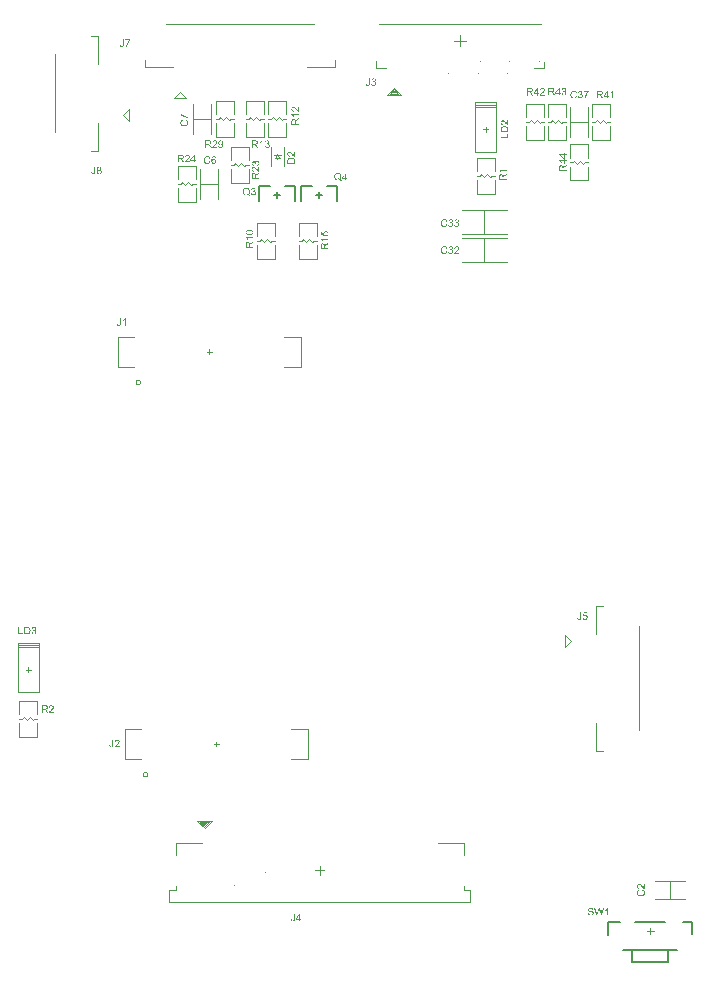
<source format=gto>
%FSLAX44Y44*%
%MOMM*%
G71*
G01*
G75*
%ADD10R,0.8000X1.5000*%
%ADD11R,1.5000X1.0000*%
%ADD12R,1.0160X0.8890*%
%ADD13R,0.3000X1.3500*%
%ADD14R,0.2500X1.3500*%
%ADD15R,3.0000X2.1000*%
%ADD16R,2.1000X0.8000*%
%ADD17R,2.1844X2.4130*%
%ADD18R,0.3000X1.1000*%
%ADD19R,0.8128X1.0668*%
%ADD20R,0.8000X1.6000*%
%ADD21R,2.1000X3.0000*%
%ADD22R,0.8000X2.1000*%
%ADD23R,1.2954X1.1938*%
%ADD24R,0.8890X1.0160*%
%ADD25R,0.7000X0.6000*%
%ADD26R,1.3970X1.3970*%
%ADD27C,0.6000*%
%ADD28C,0.2540*%
%ADD29C,0.5000*%
%ADD30C,1.0000*%
%ADD31C,0.0254*%
%ADD32C,0.0254*%
G04:AMPARAMS|DCode=33|XSize=4mm|YSize=4mm|CornerRadius=2mm|HoleSize=0mm|Usage=FLASHONLY|Rotation=0.000|XOffset=0mm|YOffset=0mm|HoleType=Round|Shape=RoundedRectangle|*
%AMROUNDEDRECTD33*
21,1,4.0000,0.0000,0,0,0.0*
21,1,0.0000,4.0000,0,0,0.0*
1,1,4.0000,0.0000,0.0000*
1,1,4.0000,0.0000,0.0000*
1,1,4.0000,0.0000,0.0000*
1,1,4.0000,0.0000,0.0000*
%
%ADD33ROUNDEDRECTD33*%
%ADD34C,0.4500*%
%ADD35R,0.8128X0.8128*%
%ADD36R,1.2700X0.5080*%
%ADD37R,0.5000X0.8000*%
%ADD38R,1.3970X1.3970*%
%ADD39R,0.8000X1.5000*%
%ADD40R,1.4500X2.0000*%
%ADD41R,0.6096X2.0320*%
%ADD42O,0.6096X2.0320*%
%ADD43R,1.2000X1.8000*%
%ADD44R,1.0000X1.6000*%
%ADD45R,2.0000X2.0000*%
%ADD46R,2.5000X2.2000*%
%ADD47R,1.2954X1.6002*%
%ADD48R,1.6000X1.2000*%
%ADD49R,1.0668X0.8128*%
%ADD50R,3.5000X1.0000*%
%ADD51R,1.2000X1.6000*%
%ADD52R,2.1500X6.3000*%
%ADD53C,0.8000*%
%ADD54C,0.1200*%
%ADD55C,0.1000*%
%ADD56C,0.1501*%
%ADD57C,0.1500*%
%ADD58C,0.1250*%
%ADD59C,0.2032*%
G36*
X134620Y699821D02*
X128222D01*
Y700671D01*
X133862D01*
Y703824D01*
X134620D01*
Y699821D01*
D02*
G37*
G36*
X190384Y740125D02*
X190467Y740116D01*
X190569Y740106D01*
X190670Y740097D01*
X190791Y740069D01*
X191040Y740014D01*
X191318Y739931D01*
X191456Y739875D01*
X191586Y739810D01*
X191715Y739727D01*
X191845Y739644D01*
X191854Y739635D01*
X191872Y739626D01*
X191909Y739598D01*
X191956Y739552D01*
X192002Y739505D01*
X192066Y739441D01*
X192131Y739367D01*
X192205Y739293D01*
X192279Y739200D01*
X192353Y739089D01*
X192436Y738978D01*
X192510Y738858D01*
X192575Y738719D01*
X192649Y738581D01*
X192704Y738433D01*
X192760Y738267D01*
X191928Y738072D01*
Y738082D01*
X191919Y738100D01*
X191900Y738137D01*
X191882Y738183D01*
X191863Y738239D01*
X191835Y738313D01*
X191761Y738461D01*
X191669Y738627D01*
X191558Y738793D01*
X191419Y738951D01*
X191271Y739089D01*
X191253Y739108D01*
X191197Y739145D01*
X191105Y739191D01*
X190985Y739256D01*
X190828Y739311D01*
X190652Y739367D01*
X190439Y739404D01*
X190208Y739413D01*
X190134D01*
X190088Y739404D01*
X190023D01*
X189949Y739395D01*
X189774Y739367D01*
X189579Y739330D01*
X189376Y739265D01*
X189163Y739173D01*
X188969Y739052D01*
X188960D01*
X188951Y739034D01*
X188886Y738988D01*
X188803Y738914D01*
X188701Y738803D01*
X188581Y738664D01*
X188470Y738507D01*
X188368Y738313D01*
X188276Y738100D01*
Y738091D01*
X188267Y738072D01*
X188257Y738045D01*
X188248Y737998D01*
X188230Y737943D01*
X188211Y737878D01*
X188183Y737721D01*
X188146Y737536D01*
X188109Y737333D01*
X188091Y737111D01*
X188082Y736870D01*
Y736861D01*
Y736833D01*
Y736787D01*
Y736732D01*
X188091Y736667D01*
Y736584D01*
X188100Y736491D01*
X188109Y736390D01*
X188137Y736168D01*
X188183Y735927D01*
X188239Y735687D01*
X188313Y735447D01*
Y735437D01*
X188322Y735419D01*
X188340Y735391D01*
X188359Y735345D01*
X188414Y735234D01*
X188498Y735105D01*
X188599Y734957D01*
X188729Y734799D01*
X188877Y734661D01*
X189052Y734531D01*
X189062D01*
X189080Y734522D01*
X189108Y734503D01*
X189145Y734485D01*
X189191Y734467D01*
X189247Y734439D01*
X189376Y734383D01*
X189542Y734328D01*
X189727Y734282D01*
X189931Y734245D01*
X190143Y734235D01*
X190208D01*
X190264Y734245D01*
X190328D01*
X190393Y734254D01*
X190560Y734291D01*
X190754Y734337D01*
X190948Y734411D01*
X191151Y734513D01*
X191253Y734568D01*
X191345Y734642D01*
X191355Y734651D01*
X191364Y734661D01*
X191392Y734688D01*
X191429Y734716D01*
X191465Y734762D01*
X191512Y734818D01*
X191567Y734873D01*
X191614Y734947D01*
X191669Y735031D01*
X191734Y735123D01*
X191789Y735215D01*
X191845Y735326D01*
X191891Y735447D01*
X191937Y735576D01*
X191983Y735715D01*
X192020Y735863D01*
X192871Y735650D01*
Y735641D01*
X192862Y735604D01*
X192843Y735548D01*
X192815Y735474D01*
X192788Y735391D01*
X192751Y735289D01*
X192704Y735179D01*
X192649Y735058D01*
X192519Y734799D01*
X192353Y734540D01*
X192251Y734411D01*
X192150Y734282D01*
X192039Y734171D01*
X191909Y734060D01*
X191900Y734051D01*
X191882Y734032D01*
X191835Y734014D01*
X191789Y733977D01*
X191715Y733930D01*
X191641Y733884D01*
X191539Y733838D01*
X191438Y733792D01*
X191318Y733736D01*
X191188Y733690D01*
X191049Y733644D01*
X190902Y733597D01*
X190744Y733560D01*
X190578Y733542D01*
X190402Y733523D01*
X190217Y733514D01*
X190116D01*
X190042Y733523D01*
X189958D01*
X189857Y733533D01*
X189746Y733551D01*
X189616Y733570D01*
X189348Y733616D01*
X189071Y733690D01*
X188794Y733792D01*
X188664Y733856D01*
X188535Y733930D01*
X188525Y733940D01*
X188507Y733949D01*
X188470Y733977D01*
X188433Y734014D01*
X188377Y734051D01*
X188313Y734106D01*
X188239Y734171D01*
X188165Y734245D01*
X188091Y734328D01*
X188008Y734411D01*
X187841Y734624D01*
X187684Y734873D01*
X187545Y735151D01*
Y735160D01*
X187527Y735188D01*
X187518Y735234D01*
X187490Y735289D01*
X187471Y735363D01*
X187444Y735456D01*
X187407Y735557D01*
X187379Y735668D01*
X187351Y735789D01*
X187314Y735927D01*
X187268Y736214D01*
X187231Y736538D01*
X187213Y736870D01*
Y736880D01*
Y736917D01*
Y736972D01*
X187222Y737037D01*
Y737129D01*
X187231Y737222D01*
X187240Y737342D01*
X187259Y737462D01*
X187305Y737730D01*
X187370Y738026D01*
X187462Y738322D01*
X187592Y738609D01*
X187601Y738618D01*
X187610Y738646D01*
X187629Y738682D01*
X187666Y738729D01*
X187703Y738793D01*
X187749Y738867D01*
X187869Y739034D01*
X188026Y739219D01*
X188211Y739404D01*
X188424Y739589D01*
X188673Y739746D01*
X188683Y739755D01*
X188710Y739764D01*
X188747Y739783D01*
X188794Y739810D01*
X188867Y739838D01*
X188941Y739866D01*
X189034Y739903D01*
X189136Y739940D01*
X189247Y739977D01*
X189367Y740014D01*
X189626Y740069D01*
X189921Y740116D01*
X190227Y740134D01*
X190319D01*
X190384Y740125D01*
D02*
G37*
G36*
X195793Y740042D02*
X195913Y740023D01*
X196061Y739995D01*
X196227Y739949D01*
X196393Y739894D01*
X196560Y739820D01*
X196569D01*
X196578Y739810D01*
X196634Y739783D01*
X196717Y739727D01*
X196810Y739663D01*
X196920Y739570D01*
X197031Y739468D01*
X197142Y739348D01*
X197235Y739210D01*
X197244Y739191D01*
X197272Y739145D01*
X197309Y739062D01*
X197355Y738960D01*
X197401Y738840D01*
X197438Y738701D01*
X197466Y738544D01*
X197475Y738387D01*
Y738368D01*
Y738313D01*
X197466Y738239D01*
X197447Y738137D01*
X197420Y738017D01*
X197374Y737887D01*
X197318Y737758D01*
X197244Y737628D01*
X197235Y737610D01*
X197207Y737573D01*
X197152Y737508D01*
X197078Y737434D01*
X196985Y737351D01*
X196874Y737259D01*
X196745Y737176D01*
X196588Y737092D01*
X196597D01*
X196615Y737083D01*
X196643Y737074D01*
X196680Y737065D01*
X196782Y737028D01*
X196911Y736972D01*
X197059Y736898D01*
X197207Y736806D01*
X197346Y736685D01*
X197475Y736547D01*
X197484Y736528D01*
X197521Y736473D01*
X197577Y736380D01*
X197632Y736260D01*
X197688Y736112D01*
X197743Y735937D01*
X197780Y735733D01*
X197789Y735511D01*
Y735502D01*
Y735474D01*
Y735428D01*
X197780Y735373D01*
X197771Y735299D01*
X197752Y735215D01*
X197734Y735123D01*
X197716Y735021D01*
X197642Y734799D01*
X197586Y734679D01*
X197531Y734568D01*
X197457Y734448D01*
X197374Y734328D01*
X197281Y734208D01*
X197170Y734097D01*
X197161Y734088D01*
X197142Y734069D01*
X197105Y734041D01*
X197059Y734004D01*
X197004Y733958D01*
X196930Y733912D01*
X196847Y733856D01*
X196745Y733810D01*
X196643Y733755D01*
X196523Y733699D01*
X196403Y733653D01*
X196264Y733607D01*
X196116Y733570D01*
X195959Y733542D01*
X195802Y733523D01*
X195626Y733514D01*
X195543D01*
X195487Y733523D01*
X195413Y733533D01*
X195330Y733542D01*
X195238Y733560D01*
X195136Y733579D01*
X194914Y733634D01*
X194683Y733727D01*
X194563Y733782D01*
X194452Y733847D01*
X194341Y733930D01*
X194230Y734014D01*
X194221Y734023D01*
X194202Y734041D01*
X194174Y734069D01*
X194147Y734106D01*
X194100Y734152D01*
X194054Y734217D01*
X193999Y734282D01*
X193943Y734365D01*
X193888Y734457D01*
X193832Y734550D01*
X193731Y734772D01*
X193647Y735031D01*
X193620Y735169D01*
X193601Y735317D01*
X194387Y735419D01*
Y735410D01*
X194396Y735391D01*
X194406Y735354D01*
X194415Y735308D01*
X194424Y735252D01*
X194443Y735188D01*
X194489Y735049D01*
X194554Y734883D01*
X194637Y734725D01*
X194729Y734577D01*
X194840Y734448D01*
X194859Y734439D01*
X194896Y734402D01*
X194970Y734356D01*
X195062Y734309D01*
X195173Y734254D01*
X195312Y734208D01*
X195469Y734171D01*
X195635Y734161D01*
X195691D01*
X195728Y734171D01*
X195830Y734180D01*
X195959Y734208D01*
X196107Y734254D01*
X196264Y734319D01*
X196421Y734411D01*
X196569Y734540D01*
X196588Y734559D01*
X196634Y734614D01*
X196689Y734698D01*
X196763Y734809D01*
X196837Y734947D01*
X196893Y735105D01*
X196939Y735289D01*
X196957Y735493D01*
Y735502D01*
Y735521D01*
Y735548D01*
X196948Y735585D01*
X196939Y735687D01*
X196911Y735807D01*
X196874Y735955D01*
X196810Y736103D01*
X196717Y736251D01*
X196597Y736390D01*
X196578Y736408D01*
X196532Y736445D01*
X196458Y736501D01*
X196357Y736565D01*
X196227Y736630D01*
X196070Y736685D01*
X195894Y736722D01*
X195700Y736741D01*
X195617D01*
X195552Y736732D01*
X195469Y736722D01*
X195376Y736704D01*
X195266Y736685D01*
X195145Y736658D01*
X195238Y737351D01*
X195284D01*
X195321Y737342D01*
X195441D01*
X195543Y737360D01*
X195663Y737379D01*
X195802Y737407D01*
X195959Y737453D01*
X196107Y737518D01*
X196264Y737601D01*
X196273D01*
X196283Y737610D01*
X196329Y737647D01*
X196393Y737712D01*
X196467Y737795D01*
X196541Y737915D01*
X196606Y738054D01*
X196652Y738211D01*
X196671Y738304D01*
Y738405D01*
Y738414D01*
Y738424D01*
Y738479D01*
X196652Y738553D01*
X196634Y738655D01*
X196597Y738766D01*
X196551Y738886D01*
X196477Y739006D01*
X196375Y739117D01*
X196366Y739126D01*
X196320Y739163D01*
X196255Y739210D01*
X196171Y739265D01*
X196061Y739311D01*
X195931Y739358D01*
X195783Y739395D01*
X195617Y739404D01*
X195543D01*
X195460Y739385D01*
X195349Y739367D01*
X195229Y739330D01*
X195108Y739284D01*
X194979Y739210D01*
X194859Y739117D01*
X194849Y739108D01*
X194812Y739062D01*
X194757Y738997D01*
X194692Y738904D01*
X194627Y738784D01*
X194563Y738636D01*
X194507Y738461D01*
X194470Y738257D01*
X193685Y738396D01*
Y738405D01*
X193694Y738433D01*
X193703Y738470D01*
X193712Y738525D01*
X193731Y738590D01*
X193758Y738664D01*
X193814Y738840D01*
X193906Y739043D01*
X194017Y739247D01*
X194156Y739441D01*
X194332Y739616D01*
X194341Y739626D01*
X194359Y739635D01*
X194387Y739653D01*
X194424Y739681D01*
X194470Y739718D01*
X194535Y739755D01*
X194600Y739792D01*
X194683Y739838D01*
X194868Y739912D01*
X195081Y739986D01*
X195330Y740032D01*
X195460Y740051D01*
X195691D01*
X195793Y740042D01*
D02*
G37*
G36*
X-279297Y280573D02*
X-276144D01*
Y279815D01*
X-280147D01*
Y286213D01*
X-279297D01*
Y280573D01*
D02*
G37*
G36*
X134620Y710851D02*
X134518D01*
X134444Y710860D01*
X134361Y710869D01*
X134269Y710888D01*
X134176Y710906D01*
X134074Y710943D01*
X134065D01*
X134056Y710953D01*
X134001Y710971D01*
X133917Y711008D01*
X133806Y711063D01*
X133677Y711137D01*
X133529Y711230D01*
X133381Y711332D01*
X133224Y711461D01*
X133215D01*
X133205Y711479D01*
X133150Y711526D01*
X133067Y711609D01*
X132947Y711729D01*
X132808Y711868D01*
X132641Y712044D01*
X132457Y712256D01*
X132262Y712487D01*
X132253Y712496D01*
X132225Y712533D01*
X132179Y712589D01*
X132124Y712654D01*
X132050Y712737D01*
X131966Y712839D01*
X131874Y712940D01*
X131772Y713061D01*
X131551Y713292D01*
X131329Y713523D01*
X131218Y713634D01*
X131107Y713735D01*
X131005Y713828D01*
X130903Y713902D01*
X130894D01*
X130885Y713920D01*
X130857Y713939D01*
X130820Y713957D01*
X130718Y714022D01*
X130598Y714096D01*
X130450Y714161D01*
X130293Y714225D01*
X130117Y714262D01*
X129951Y714281D01*
X129932D01*
X129877Y714272D01*
X129785Y714262D01*
X129683Y714235D01*
X129553Y714198D01*
X129424Y714133D01*
X129295Y714050D01*
X129165Y713939D01*
X129147Y713920D01*
X129110Y713874D01*
X129063Y713809D01*
X128999Y713708D01*
X128943Y713578D01*
X128888Y713430D01*
X128851Y713255D01*
X128841Y713061D01*
Y713051D01*
Y713033D01*
Y713005D01*
X128851Y712968D01*
X128860Y712857D01*
X128888Y712728D01*
X128925Y712589D01*
X128989Y712432D01*
X129073Y712284D01*
X129184Y712145D01*
X129202Y712127D01*
X129248Y712090D01*
X129322Y712034D01*
X129433Y711979D01*
X129563Y711914D01*
X129729Y711859D01*
X129914Y711822D01*
X130127Y711803D01*
X130043Y710999D01*
X130034D01*
X130006Y711008D01*
X129960D01*
X129895Y711017D01*
X129822Y711036D01*
X129738Y711054D01*
X129637Y711082D01*
X129535Y711110D01*
X129313Y711184D01*
X129091Y711295D01*
X128980Y711359D01*
X128869Y711442D01*
X128767Y711526D01*
X128675Y711618D01*
X128666Y711627D01*
X128657Y711646D01*
X128629Y711674D01*
X128601Y711720D01*
X128564Y711775D01*
X128527Y711840D01*
X128481Y711914D01*
X128435Y712007D01*
X128389Y712108D01*
X128342Y712219D01*
X128305Y712339D01*
X128268Y712469D01*
X128240Y712607D01*
X128213Y712755D01*
X128204Y712913D01*
X128194Y713079D01*
Y713088D01*
Y713116D01*
Y713171D01*
X128204Y713236D01*
X128213Y713310D01*
X128222Y713403D01*
X128240Y713504D01*
X128259Y713606D01*
X128324Y713846D01*
X128416Y714087D01*
X128472Y714207D01*
X128536Y714327D01*
X128620Y714438D01*
X128712Y714540D01*
X128721Y714549D01*
X128731Y714567D01*
X128767Y714586D01*
X128805Y714623D01*
X128851Y714669D01*
X128916Y714715D01*
X128980Y714762D01*
X129063Y714817D01*
X129239Y714910D01*
X129461Y715002D01*
X129572Y715039D01*
X129701Y715058D01*
X129831Y715076D01*
X129970Y715085D01*
X130034D01*
X130108Y715076D01*
X130210Y715067D01*
X130321Y715048D01*
X130450Y715011D01*
X130589Y714974D01*
X130728Y714919D01*
X130746Y714910D01*
X130792Y714891D01*
X130866Y714854D01*
X130968Y714799D01*
X131079Y714725D01*
X131218Y714632D01*
X131356Y714521D01*
X131514Y714392D01*
X131532Y714373D01*
X131587Y714327D01*
X131634Y714281D01*
X131680Y714235D01*
X131735Y714179D01*
X131809Y714105D01*
X131883Y714031D01*
X131966Y713939D01*
X132059Y713846D01*
X132161Y713735D01*
X132262Y713615D01*
X132383Y713486D01*
X132503Y713338D01*
X132632Y713190D01*
X132641Y713181D01*
X132660Y713162D01*
X132688Y713125D01*
X132725Y713079D01*
X132780Y713024D01*
X132836Y712959D01*
X132956Y712811D01*
X133095Y712654D01*
X133233Y712506D01*
X133353Y712376D01*
X133400Y712321D01*
X133446Y712275D01*
X133455Y712265D01*
X133483Y712238D01*
X133520Y712201D01*
X133575Y712154D01*
X133640Y712108D01*
X133705Y712053D01*
X133862Y711942D01*
Y715095D01*
X134620D01*
Y710851D01*
D02*
G37*
G36*
X131578Y710111D02*
X131652D01*
X131828Y710102D01*
X132031Y710074D01*
X132244Y710046D01*
X132466Y710000D01*
X132688Y709945D01*
X132697D01*
X132715Y709936D01*
X132743Y709926D01*
X132780Y709917D01*
X132882Y709880D01*
X133011Y709825D01*
X133159Y709769D01*
X133307Y709695D01*
X133464Y709603D01*
X133612Y709510D01*
X133631Y709501D01*
X133677Y709464D01*
X133742Y709408D01*
X133825Y709334D01*
X133917Y709251D01*
X134010Y709150D01*
X134111Y709048D01*
X134195Y708928D01*
X134204Y708909D01*
X134232Y708872D01*
X134269Y708808D01*
X134315Y708715D01*
X134370Y708604D01*
X134417Y708475D01*
X134472Y708327D01*
X134518Y708160D01*
Y708151D01*
Y708142D01*
X134528Y708114D01*
X134537Y708086D01*
X134546Y707994D01*
X134565Y707865D01*
X134583Y707717D01*
X134601Y707541D01*
X134611Y707347D01*
X134620Y707134D01*
Y704832D01*
X128222D01*
Y707032D01*
Y707042D01*
Y707069D01*
Y707106D01*
Y707153D01*
Y707217D01*
Y707291D01*
X128231Y707458D01*
X128240Y707643D01*
X128259Y707828D01*
X128287Y708012D01*
X128315Y708170D01*
Y708179D01*
X128324Y708197D01*
Y708225D01*
X128342Y708262D01*
X128370Y708364D01*
X128416Y708493D01*
X128481Y708641D01*
X128564Y708798D01*
X128657Y708956D01*
X128777Y709103D01*
X128786Y709113D01*
X128795Y709122D01*
X128823Y709150D01*
X128851Y709187D01*
X128943Y709279D01*
X129073Y709390D01*
X129230Y709510D01*
X129415Y709640D01*
X129627Y709760D01*
X129868Y709862D01*
X129877D01*
X129895Y709871D01*
X129932Y709889D01*
X129988Y709899D01*
X130053Y709926D01*
X130127Y709945D01*
X130210Y709963D01*
X130312Y709991D01*
X130413Y710019D01*
X130533Y710037D01*
X130792Y710083D01*
X131079Y710111D01*
X131393Y710120D01*
X131514D01*
X131578Y710111D01*
D02*
G37*
G36*
X80641Y631340D02*
X80724Y631330D01*
X80826Y631321D01*
X80928Y631312D01*
X81048Y631284D01*
X81298Y631229D01*
X81575Y631146D01*
X81714Y631090D01*
X81843Y631025D01*
X81973Y630942D01*
X82102Y630859D01*
X82111Y630850D01*
X82130Y630840D01*
X82167Y630813D01*
X82213Y630766D01*
X82259Y630720D01*
X82324Y630656D01*
X82389Y630582D01*
X82463Y630508D01*
X82537Y630415D01*
X82611Y630304D01*
X82694Y630193D01*
X82768Y630073D01*
X82832Y629934D01*
X82906Y629796D01*
X82962Y629648D01*
X83017Y629481D01*
X82185Y629287D01*
Y629296D01*
X82176Y629315D01*
X82157Y629352D01*
X82139Y629398D01*
X82121Y629454D01*
X82093Y629528D01*
X82019Y629675D01*
X81926Y629842D01*
X81815Y630008D01*
X81677Y630165D01*
X81529Y630304D01*
X81510Y630323D01*
X81455Y630360D01*
X81362Y630406D01*
X81242Y630471D01*
X81085Y630526D01*
X80909Y630582D01*
X80697Y630619D01*
X80466Y630628D01*
X80392D01*
X80345Y630619D01*
X80281D01*
X80207Y630609D01*
X80031Y630582D01*
X79837Y630545D01*
X79633Y630480D01*
X79421Y630387D01*
X79227Y630267D01*
X79217D01*
X79208Y630249D01*
X79144Y630202D01*
X79060Y630129D01*
X78959Y630018D01*
X78838Y629879D01*
X78727Y629722D01*
X78626Y629528D01*
X78533Y629315D01*
Y629306D01*
X78524Y629287D01*
X78515Y629259D01*
X78506Y629213D01*
X78487Y629158D01*
X78468Y629093D01*
X78441Y628936D01*
X78404Y628751D01*
X78367Y628548D01*
X78348Y628326D01*
X78339Y628085D01*
Y628076D01*
Y628048D01*
Y628002D01*
Y627947D01*
X78348Y627882D01*
Y627799D01*
X78358Y627706D01*
X78367Y627604D01*
X78395Y627383D01*
X78441Y627142D01*
X78496Y626902D01*
X78570Y626661D01*
Y626652D01*
X78580Y626634D01*
X78598Y626606D01*
X78616Y626560D01*
X78672Y626449D01*
X78755Y626319D01*
X78857Y626171D01*
X78986Y626014D01*
X79134Y625876D01*
X79310Y625746D01*
X79319D01*
X79338Y625737D01*
X79365Y625718D01*
X79402Y625700D01*
X79449Y625681D01*
X79504Y625654D01*
X79633Y625598D01*
X79800Y625543D01*
X79985Y625496D01*
X80188Y625460D01*
X80401Y625450D01*
X80466D01*
X80521Y625460D01*
X80586D01*
X80651Y625469D01*
X80817Y625506D01*
X81011Y625552D01*
X81205Y625626D01*
X81409Y625728D01*
X81510Y625783D01*
X81603Y625857D01*
X81612Y625866D01*
X81621Y625876D01*
X81649Y625903D01*
X81686Y625931D01*
X81723Y625977D01*
X81769Y626033D01*
X81825Y626088D01*
X81871Y626162D01*
X81926Y626245D01*
X81991Y626338D01*
X82047Y626430D01*
X82102Y626541D01*
X82148Y626661D01*
X82194Y626791D01*
X82241Y626930D01*
X82278Y627077D01*
X83128Y626865D01*
Y626856D01*
X83119Y626819D01*
X83101Y626763D01*
X83073Y626689D01*
X83045Y626606D01*
X83008Y626504D01*
X82962Y626393D01*
X82906Y626273D01*
X82777Y626014D01*
X82611Y625755D01*
X82509Y625626D01*
X82407Y625496D01*
X82296Y625386D01*
X82167Y625275D01*
X82157Y625265D01*
X82139Y625247D01*
X82093Y625228D01*
X82047Y625191D01*
X81973Y625145D01*
X81899Y625099D01*
X81797Y625053D01*
X81695Y625006D01*
X81575Y624951D01*
X81446Y624905D01*
X81307Y624859D01*
X81159Y624812D01*
X81002Y624775D01*
X80835Y624757D01*
X80660Y624738D01*
X80475Y624729D01*
X80373D01*
X80299Y624738D01*
X80216D01*
X80114Y624748D01*
X80003Y624766D01*
X79874Y624785D01*
X79606Y624831D01*
X79328Y624905D01*
X79051Y625006D01*
X78922Y625071D01*
X78792Y625145D01*
X78783Y625154D01*
X78764Y625164D01*
X78727Y625191D01*
X78690Y625228D01*
X78635Y625265D01*
X78570Y625321D01*
X78496Y625386D01*
X78422Y625460D01*
X78348Y625543D01*
X78265Y625626D01*
X78099Y625839D01*
X77941Y626088D01*
X77803Y626366D01*
Y626375D01*
X77784Y626403D01*
X77775Y626449D01*
X77747Y626504D01*
X77729Y626578D01*
X77701Y626671D01*
X77664Y626772D01*
X77636Y626883D01*
X77609Y627004D01*
X77572Y627142D01*
X77526Y627429D01*
X77488Y627752D01*
X77470Y628085D01*
Y628094D01*
Y628131D01*
Y628187D01*
X77479Y628252D01*
Y628344D01*
X77488Y628437D01*
X77498Y628557D01*
X77516Y628677D01*
X77562Y628945D01*
X77627Y629241D01*
X77720Y629537D01*
X77849Y629823D01*
X77858Y629833D01*
X77868Y629860D01*
X77886Y629897D01*
X77923Y629944D01*
X77960Y630008D01*
X78006Y630082D01*
X78126Y630249D01*
X78284Y630434D01*
X78468Y630619D01*
X78681Y630803D01*
X78931Y630961D01*
X78940Y630970D01*
X78968Y630979D01*
X79005Y630998D01*
X79051Y631025D01*
X79125Y631053D01*
X79199Y631081D01*
X79291Y631118D01*
X79393Y631155D01*
X79504Y631192D01*
X79624Y631229D01*
X79883Y631284D01*
X80179Y631330D01*
X80484Y631349D01*
X80576D01*
X80641Y631340D01*
D02*
G37*
G36*
X91024Y631256D02*
X91144Y631238D01*
X91292Y631210D01*
X91459Y631164D01*
X91625Y631109D01*
X91791Y631035D01*
X91801D01*
X91810Y631025D01*
X91865Y630998D01*
X91949Y630942D01*
X92041Y630877D01*
X92152Y630785D01*
X92263Y630683D01*
X92374Y630563D01*
X92466Y630424D01*
X92476Y630406D01*
X92503Y630360D01*
X92540Y630276D01*
X92587Y630175D01*
X92633Y630055D01*
X92670Y629916D01*
X92697Y629759D01*
X92707Y629602D01*
Y629583D01*
Y629528D01*
X92697Y629454D01*
X92679Y629352D01*
X92651Y629232D01*
X92605Y629102D01*
X92550Y628973D01*
X92476Y628843D01*
X92466Y628825D01*
X92439Y628788D01*
X92383Y628723D01*
X92309Y628649D01*
X92217Y628566D01*
X92106Y628474D01*
X91976Y628390D01*
X91819Y628307D01*
X91828D01*
X91847Y628298D01*
X91875Y628289D01*
X91912Y628279D01*
X92013Y628242D01*
X92143Y628187D01*
X92291Y628113D01*
X92439Y628021D01*
X92577Y627900D01*
X92707Y627762D01*
X92716Y627743D01*
X92753Y627688D01*
X92809Y627595D01*
X92864Y627475D01*
X92919Y627327D01*
X92975Y627151D01*
X93012Y626948D01*
X93021Y626726D01*
Y626717D01*
Y626689D01*
Y626643D01*
X93012Y626587D01*
X93003Y626513D01*
X92984Y626430D01*
X92966Y626338D01*
X92947Y626236D01*
X92873Y626014D01*
X92818Y625894D01*
X92762Y625783D01*
X92688Y625663D01*
X92605Y625543D01*
X92513Y625423D01*
X92402Y625312D01*
X92392Y625302D01*
X92374Y625284D01*
X92337Y625256D01*
X92291Y625219D01*
X92235Y625173D01*
X92161Y625127D01*
X92078Y625071D01*
X91976Y625025D01*
X91875Y624969D01*
X91755Y624914D01*
X91634Y624868D01*
X91496Y624822D01*
X91348Y624785D01*
X91191Y624757D01*
X91033Y624738D01*
X90858Y624729D01*
X90774D01*
X90719Y624738D01*
X90645Y624748D01*
X90562Y624757D01*
X90469Y624775D01*
X90368Y624794D01*
X90146Y624849D01*
X89915Y624942D01*
X89794Y624997D01*
X89683Y625062D01*
X89572Y625145D01*
X89461Y625228D01*
X89452Y625238D01*
X89434Y625256D01*
X89406Y625284D01*
X89378Y625321D01*
X89332Y625367D01*
X89286Y625432D01*
X89230Y625496D01*
X89175Y625580D01*
X89120Y625672D01*
X89064Y625765D01*
X88962Y625987D01*
X88879Y626245D01*
X88851Y626384D01*
X88833Y626532D01*
X89619Y626634D01*
Y626624D01*
X89628Y626606D01*
X89637Y626569D01*
X89647Y626523D01*
X89656Y626467D01*
X89674Y626403D01*
X89720Y626264D01*
X89785Y626097D01*
X89868Y625940D01*
X89961Y625792D01*
X90072Y625663D01*
X90090Y625654D01*
X90127Y625617D01*
X90201Y625570D01*
X90294Y625524D01*
X90405Y625469D01*
X90543Y625423D01*
X90701Y625386D01*
X90867Y625376D01*
X90922D01*
X90959Y625386D01*
X91061Y625395D01*
X91191Y625423D01*
X91338Y625469D01*
X91496Y625533D01*
X91653Y625626D01*
X91801Y625755D01*
X91819Y625774D01*
X91865Y625829D01*
X91921Y625913D01*
X91995Y626023D01*
X92069Y626162D01*
X92124Y626319D01*
X92170Y626504D01*
X92189Y626708D01*
Y626717D01*
Y626735D01*
Y626763D01*
X92180Y626800D01*
X92170Y626902D01*
X92143Y627022D01*
X92106Y627170D01*
X92041Y627318D01*
X91949Y627466D01*
X91828Y627604D01*
X91810Y627623D01*
X91764Y627660D01*
X91690Y627715D01*
X91588Y627780D01*
X91459Y627845D01*
X91301Y627900D01*
X91126Y627937D01*
X90932Y627956D01*
X90848D01*
X90784Y627947D01*
X90701Y627937D01*
X90608Y627919D01*
X90497Y627900D01*
X90377Y627873D01*
X90469Y628566D01*
X90515D01*
X90553Y628557D01*
X90673D01*
X90774Y628575D01*
X90895Y628594D01*
X91033Y628621D01*
X91191Y628668D01*
X91338Y628732D01*
X91496Y628816D01*
X91505D01*
X91514Y628825D01*
X91560Y628862D01*
X91625Y628927D01*
X91699Y629010D01*
X91773Y629130D01*
X91838Y629269D01*
X91884Y629426D01*
X91902Y629518D01*
Y629620D01*
Y629629D01*
Y629638D01*
Y629694D01*
X91884Y629768D01*
X91865Y629870D01*
X91828Y629981D01*
X91782Y630101D01*
X91708Y630221D01*
X91607Y630332D01*
X91597Y630341D01*
X91551Y630378D01*
X91486Y630424D01*
X91403Y630480D01*
X91292Y630526D01*
X91163Y630572D01*
X91015Y630609D01*
X90848Y630619D01*
X90774D01*
X90691Y630600D01*
X90580Y630582D01*
X90460Y630545D01*
X90340Y630498D01*
X90210Y630424D01*
X90090Y630332D01*
X90081Y630323D01*
X90044Y630276D01*
X89988Y630212D01*
X89924Y630119D01*
X89859Y629999D01*
X89794Y629851D01*
X89739Y629675D01*
X89702Y629472D01*
X88916Y629611D01*
Y629620D01*
X88925Y629648D01*
X88934Y629685D01*
X88944Y629740D01*
X88962Y629805D01*
X88990Y629879D01*
X89045Y630055D01*
X89138Y630258D01*
X89249Y630461D01*
X89388Y630656D01*
X89563Y630831D01*
X89572Y630840D01*
X89591Y630850D01*
X89619Y630868D01*
X89656Y630896D01*
X89702Y630933D01*
X89767Y630970D01*
X89831Y631007D01*
X89915Y631053D01*
X90099Y631127D01*
X90312Y631201D01*
X90562Y631247D01*
X90691Y631266D01*
X90922D01*
X91024Y631256D01*
D02*
G37*
G36*
X86050D02*
X86170Y631238D01*
X86318Y631210D01*
X86484Y631164D01*
X86651Y631109D01*
X86817Y631035D01*
X86826D01*
X86836Y631025D01*
X86891Y630998D01*
X86974Y630942D01*
X87067Y630877D01*
X87178Y630785D01*
X87289Y630683D01*
X87400Y630563D01*
X87492Y630424D01*
X87501Y630406D01*
X87529Y630360D01*
X87566Y630276D01*
X87612Y630175D01*
X87659Y630055D01*
X87696Y629916D01*
X87723Y629759D01*
X87733Y629602D01*
Y629583D01*
Y629528D01*
X87723Y629454D01*
X87705Y629352D01*
X87677Y629232D01*
X87631Y629102D01*
X87575Y628973D01*
X87501Y628843D01*
X87492Y628825D01*
X87465Y628788D01*
X87409Y628723D01*
X87335Y628649D01*
X87243Y628566D01*
X87132Y628474D01*
X87002Y628390D01*
X86845Y628307D01*
X86854D01*
X86873Y628298D01*
X86901Y628289D01*
X86938Y628279D01*
X87039Y628242D01*
X87169Y628187D01*
X87317Y628113D01*
X87465Y628021D01*
X87603Y627900D01*
X87733Y627762D01*
X87742Y627743D01*
X87779Y627688D01*
X87834Y627595D01*
X87890Y627475D01*
X87945Y627327D01*
X88001Y627151D01*
X88038Y626948D01*
X88047Y626726D01*
Y626717D01*
Y626689D01*
Y626643D01*
X88038Y626587D01*
X88028Y626513D01*
X88010Y626430D01*
X87992Y626338D01*
X87973Y626236D01*
X87899Y626014D01*
X87844Y625894D01*
X87788Y625783D01*
X87714Y625663D01*
X87631Y625543D01*
X87538Y625423D01*
X87428Y625312D01*
X87418Y625302D01*
X87400Y625284D01*
X87363Y625256D01*
X87317Y625219D01*
X87261Y625173D01*
X87187Y625127D01*
X87104Y625071D01*
X87002Y625025D01*
X86901Y624969D01*
X86780Y624914D01*
X86660Y624868D01*
X86521Y624822D01*
X86374Y624785D01*
X86216Y624757D01*
X86059Y624738D01*
X85884Y624729D01*
X85800D01*
X85745Y624738D01*
X85671Y624748D01*
X85588Y624757D01*
X85495Y624775D01*
X85393Y624794D01*
X85172Y624849D01*
X84940Y624942D01*
X84820Y624997D01*
X84709Y625062D01*
X84598Y625145D01*
X84487Y625228D01*
X84478Y625238D01*
X84460Y625256D01*
X84432Y625284D01*
X84404Y625321D01*
X84358Y625367D01*
X84312Y625432D01*
X84256Y625496D01*
X84201Y625580D01*
X84145Y625672D01*
X84090Y625765D01*
X83988Y625987D01*
X83905Y626245D01*
X83877Y626384D01*
X83859Y626532D01*
X84645Y626634D01*
Y626624D01*
X84654Y626606D01*
X84663Y626569D01*
X84672Y626523D01*
X84682Y626467D01*
X84700Y626403D01*
X84746Y626264D01*
X84811Y626097D01*
X84894Y625940D01*
X84987Y625792D01*
X85098Y625663D01*
X85116Y625654D01*
X85153Y625617D01*
X85227Y625570D01*
X85319Y625524D01*
X85430Y625469D01*
X85569Y625423D01*
X85726Y625386D01*
X85893Y625376D01*
X85948D01*
X85985Y625386D01*
X86087Y625395D01*
X86216Y625423D01*
X86364Y625469D01*
X86521Y625533D01*
X86679Y625626D01*
X86826Y625755D01*
X86845Y625774D01*
X86891Y625829D01*
X86947Y625913D01*
X87021Y626023D01*
X87095Y626162D01*
X87150Y626319D01*
X87196Y626504D01*
X87215Y626708D01*
Y626717D01*
Y626735D01*
Y626763D01*
X87206Y626800D01*
X87196Y626902D01*
X87169Y627022D01*
X87132Y627170D01*
X87067Y627318D01*
X86974Y627466D01*
X86854Y627604D01*
X86836Y627623D01*
X86790Y627660D01*
X86716Y627715D01*
X86614Y627780D01*
X86484Y627845D01*
X86327Y627900D01*
X86152Y627937D01*
X85957Y627956D01*
X85874D01*
X85809Y627947D01*
X85726Y627937D01*
X85634Y627919D01*
X85523Y627900D01*
X85403Y627873D01*
X85495Y628566D01*
X85541D01*
X85578Y628557D01*
X85699D01*
X85800Y628575D01*
X85920Y628594D01*
X86059Y628621D01*
X86216Y628668D01*
X86364Y628732D01*
X86521Y628816D01*
X86531D01*
X86540Y628825D01*
X86586Y628862D01*
X86651Y628927D01*
X86725Y629010D01*
X86799Y629130D01*
X86863Y629269D01*
X86910Y629426D01*
X86928Y629518D01*
Y629620D01*
Y629629D01*
Y629638D01*
Y629694D01*
X86910Y629768D01*
X86891Y629870D01*
X86854Y629981D01*
X86808Y630101D01*
X86734Y630221D01*
X86632Y630332D01*
X86623Y630341D01*
X86577Y630378D01*
X86512Y630424D01*
X86429Y630480D01*
X86318Y630526D01*
X86189Y630572D01*
X86041Y630609D01*
X85874Y630619D01*
X85800D01*
X85717Y630600D01*
X85606Y630582D01*
X85486Y630545D01*
X85366Y630498D01*
X85236Y630424D01*
X85116Y630332D01*
X85107Y630323D01*
X85070Y630276D01*
X85014Y630212D01*
X84950Y630119D01*
X84885Y629999D01*
X84820Y629851D01*
X84765Y629675D01*
X84728Y629472D01*
X83942Y629611D01*
Y629620D01*
X83951Y629648D01*
X83960Y629685D01*
X83970Y629740D01*
X83988Y629805D01*
X84016Y629879D01*
X84071Y630055D01*
X84164Y630258D01*
X84275Y630461D01*
X84413Y630656D01*
X84589Y630831D01*
X84598Y630840D01*
X84617Y630850D01*
X84645Y630868D01*
X84682Y630896D01*
X84728Y630933D01*
X84792Y630970D01*
X84857Y631007D01*
X84940Y631053D01*
X85125Y631127D01*
X85338Y631201D01*
X85588Y631247D01*
X85717Y631266D01*
X85948D01*
X86050Y631256D01*
D02*
G37*
G36*
X202764Y739321D02*
X202754Y739311D01*
X202736Y739293D01*
X202699Y739256D01*
X202662Y739200D01*
X202607Y739136D01*
X202533Y739062D01*
X202458Y738969D01*
X202375Y738858D01*
X202292Y738747D01*
X202190Y738618D01*
X202089Y738470D01*
X201987Y738322D01*
X201876Y738156D01*
X201765Y737980D01*
X201654Y737786D01*
X201543Y737592D01*
X201534Y737582D01*
X201516Y737545D01*
X201488Y737490D01*
X201441Y737407D01*
X201395Y737305D01*
X201340Y737194D01*
X201275Y737065D01*
X201210Y736917D01*
X201136Y736750D01*
X201053Y736584D01*
X200979Y736399D01*
X200905Y736205D01*
X200757Y735807D01*
X200619Y735382D01*
Y735373D01*
X200609Y735345D01*
X200600Y735299D01*
X200582Y735243D01*
X200563Y735169D01*
X200545Y735077D01*
X200517Y734975D01*
X200499Y734864D01*
X200471Y734735D01*
X200443Y734596D01*
X200397Y734300D01*
X200351Y733977D01*
X200323Y733625D01*
X199518D01*
Y733634D01*
Y733662D01*
Y733699D01*
X199528Y733755D01*
Y733829D01*
X199537Y733921D01*
X199546Y734023D01*
X199555Y734134D01*
X199574Y734263D01*
X199592Y734393D01*
X199620Y734550D01*
X199648Y734707D01*
X199676Y734873D01*
X199713Y735058D01*
X199805Y735437D01*
Y735447D01*
X199814Y735484D01*
X199833Y735539D01*
X199860Y735622D01*
X199888Y735715D01*
X199925Y735826D01*
X199962Y735955D01*
X200018Y736094D01*
X200073Y736251D01*
X200129Y736408D01*
X200267Y736759D01*
X200434Y737129D01*
X200619Y737499D01*
X200628Y737508D01*
X200646Y737545D01*
X200674Y737592D01*
X200711Y737665D01*
X200757Y737749D01*
X200822Y737850D01*
X200887Y737961D01*
X200961Y738082D01*
X201136Y738350D01*
X201321Y738627D01*
X201534Y738914D01*
X201756Y739182D01*
X198622D01*
Y739940D01*
X202764D01*
Y739321D01*
D02*
G37*
G36*
X-46069Y684199D02*
X-46171D01*
X-46245Y684208D01*
X-46328Y684217D01*
X-46420Y684236D01*
X-46513Y684254D01*
X-46614Y684291D01*
X-46624D01*
X-46633Y684301D01*
X-46688Y684319D01*
X-46772Y684356D01*
X-46883Y684411D01*
X-47012Y684485D01*
X-47160Y684578D01*
X-47308Y684680D01*
X-47465Y684809D01*
X-47474D01*
X-47484Y684828D01*
X-47539Y684874D01*
X-47622Y684957D01*
X-47742Y685077D01*
X-47881Y685216D01*
X-48048Y685392D01*
X-48232Y685604D01*
X-48427Y685835D01*
X-48436Y685845D01*
X-48464Y685882D01*
X-48510Y685937D01*
X-48565Y686002D01*
X-48639Y686085D01*
X-48723Y686187D01*
X-48815Y686288D01*
X-48917Y686409D01*
X-49138Y686640D01*
X-49360Y686871D01*
X-49471Y686982D01*
X-49582Y687084D01*
X-49684Y687176D01*
X-49786Y687250D01*
X-49795D01*
X-49804Y687268D01*
X-49832Y687287D01*
X-49869Y687305D01*
X-49971Y687370D01*
X-50091Y687444D01*
X-50239Y687509D01*
X-50396Y687573D01*
X-50572Y687610D01*
X-50738Y687629D01*
X-50757D01*
X-50812Y687620D01*
X-50904Y687610D01*
X-51006Y687583D01*
X-51136Y687546D01*
X-51265Y687481D01*
X-51395Y687398D01*
X-51524Y687287D01*
X-51542Y687268D01*
X-51579Y687222D01*
X-51626Y687158D01*
X-51690Y687056D01*
X-51746Y686926D01*
X-51801Y686778D01*
X-51838Y686603D01*
X-51848Y686409D01*
Y686399D01*
Y686381D01*
Y686353D01*
X-51838Y686316D01*
X-51829Y686205D01*
X-51801Y686076D01*
X-51764Y685937D01*
X-51700Y685780D01*
X-51616Y685632D01*
X-51505Y685493D01*
X-51487Y685475D01*
X-51441Y685438D01*
X-51367Y685382D01*
X-51256Y685327D01*
X-51126Y685262D01*
X-50960Y685207D01*
X-50775Y685170D01*
X-50562Y685151D01*
X-50646Y684347D01*
X-50655D01*
X-50683Y684356D01*
X-50729D01*
X-50793Y684365D01*
X-50868Y684384D01*
X-50951Y684402D01*
X-51052Y684430D01*
X-51154Y684458D01*
X-51376Y684532D01*
X-51598Y684643D01*
X-51709Y684707D01*
X-51820Y684791D01*
X-51922Y684874D01*
X-52014Y684966D01*
X-52023Y684976D01*
X-52032Y684994D01*
X-52060Y685022D01*
X-52088Y685068D01*
X-52125Y685123D01*
X-52162Y685188D01*
X-52208Y685262D01*
X-52254Y685355D01*
X-52301Y685456D01*
X-52347Y685567D01*
X-52384Y685687D01*
X-52421Y685817D01*
X-52449Y685956D01*
X-52476Y686104D01*
X-52485Y686261D01*
X-52495Y686427D01*
Y686436D01*
Y686464D01*
Y686519D01*
X-52485Y686584D01*
X-52476Y686658D01*
X-52467Y686751D01*
X-52449Y686852D01*
X-52430Y686954D01*
X-52365Y687195D01*
X-52273Y687435D01*
X-52217Y687555D01*
X-52153Y687675D01*
X-52069Y687786D01*
X-51977Y687888D01*
X-51968Y687897D01*
X-51958Y687916D01*
X-51922Y687934D01*
X-51884Y687971D01*
X-51838Y688017D01*
X-51774Y688064D01*
X-51709Y688110D01*
X-51626Y688165D01*
X-51450Y688258D01*
X-51228Y688350D01*
X-51117Y688387D01*
X-50988Y688406D01*
X-50858Y688424D01*
X-50719Y688433D01*
X-50655D01*
X-50581Y688424D01*
X-50479Y688415D01*
X-50368Y688396D01*
X-50239Y688359D01*
X-50100Y688322D01*
X-49961Y688267D01*
X-49943Y688258D01*
X-49897Y688239D01*
X-49823Y688202D01*
X-49721Y688147D01*
X-49610Y688073D01*
X-49471Y687980D01*
X-49333Y687869D01*
X-49176Y687740D01*
X-49157Y687721D01*
X-49102Y687675D01*
X-49055Y687629D01*
X-49009Y687583D01*
X-48954Y687527D01*
X-48880Y687453D01*
X-48806Y687379D01*
X-48723Y687287D01*
X-48630Y687195D01*
X-48528Y687084D01*
X-48427Y686963D01*
X-48306Y686834D01*
X-48186Y686686D01*
X-48057Y686538D01*
X-48048Y686529D01*
X-48029Y686510D01*
X-48001Y686473D01*
X-47964Y686427D01*
X-47909Y686372D01*
X-47853Y686307D01*
X-47733Y686159D01*
X-47594Y686002D01*
X-47456Y685854D01*
X-47336Y685724D01*
X-47289Y685669D01*
X-47243Y685623D01*
X-47234Y685613D01*
X-47206Y685586D01*
X-47169Y685549D01*
X-47114Y685502D01*
X-47049Y685456D01*
X-46984Y685401D01*
X-46827Y685290D01*
Y688443D01*
X-46069D01*
Y684199D01*
D02*
G37*
G36*
X-49111Y683459D02*
X-49037D01*
X-48861Y683450D01*
X-48658Y683422D01*
X-48445Y683394D01*
X-48223Y683348D01*
X-48001Y683293D01*
X-47992D01*
X-47974Y683284D01*
X-47946Y683274D01*
X-47909Y683265D01*
X-47807Y683228D01*
X-47678Y683173D01*
X-47530Y683117D01*
X-47382Y683043D01*
X-47225Y682951D01*
X-47077Y682858D01*
X-47058Y682849D01*
X-47012Y682812D01*
X-46947Y682757D01*
X-46864Y682683D01*
X-46772Y682599D01*
X-46679Y682498D01*
X-46578Y682396D01*
X-46494Y682276D01*
X-46485Y682257D01*
X-46457Y682220D01*
X-46420Y682156D01*
X-46374Y682063D01*
X-46319Y681952D01*
X-46272Y681823D01*
X-46217Y681675D01*
X-46171Y681508D01*
Y681499D01*
Y681490D01*
X-46161Y681462D01*
X-46152Y681434D01*
X-46143Y681342D01*
X-46125Y681213D01*
X-46106Y681065D01*
X-46087Y680889D01*
X-46078Y680695D01*
X-46069Y680482D01*
Y678180D01*
X-52467D01*
Y680380D01*
Y680390D01*
Y680417D01*
Y680454D01*
Y680501D01*
Y680565D01*
Y680639D01*
X-52458Y680806D01*
X-52449Y680991D01*
X-52430Y681176D01*
X-52402Y681360D01*
X-52375Y681518D01*
Y681527D01*
X-52365Y681545D01*
Y681573D01*
X-52347Y681610D01*
X-52319Y681712D01*
X-52273Y681841D01*
X-52208Y681989D01*
X-52125Y682146D01*
X-52032Y682303D01*
X-51912Y682451D01*
X-51903Y682461D01*
X-51894Y682470D01*
X-51866Y682498D01*
X-51838Y682535D01*
X-51746Y682627D01*
X-51616Y682738D01*
X-51459Y682858D01*
X-51274Y682988D01*
X-51062Y683108D01*
X-50821Y683210D01*
X-50812D01*
X-50793Y683219D01*
X-50757Y683237D01*
X-50701Y683247D01*
X-50636Y683274D01*
X-50562Y683293D01*
X-50479Y683311D01*
X-50377Y683339D01*
X-50276Y683367D01*
X-50156Y683385D01*
X-49897Y683431D01*
X-49610Y683459D01*
X-49296Y683468D01*
X-49176D01*
X-49111Y683459D01*
D02*
G37*
G36*
X17511Y746254D02*
Y746245D01*
Y746217D01*
Y746180D01*
Y746125D01*
X17502Y746051D01*
Y745977D01*
X17483Y745801D01*
X17465Y745598D01*
X17428Y745385D01*
X17372Y745191D01*
X17308Y745006D01*
Y744997D01*
X17298Y744987D01*
X17271Y744932D01*
X17225Y744858D01*
X17160Y744756D01*
X17067Y744654D01*
X16966Y744544D01*
X16836Y744433D01*
X16688Y744340D01*
X16670Y744331D01*
X16614Y744303D01*
X16531Y744266D01*
X16411Y744229D01*
X16263Y744183D01*
X16097Y744146D01*
X15912Y744118D01*
X15708Y744109D01*
X15625D01*
X15569Y744118D01*
X15496Y744128D01*
X15422Y744137D01*
X15227Y744174D01*
X15024Y744229D01*
X14811Y744313D01*
X14700Y744368D01*
X14599Y744433D01*
X14506Y744507D01*
X14414Y744590D01*
X14404Y744599D01*
X14395Y744608D01*
X14377Y744645D01*
X14349Y744682D01*
X14312Y744728D01*
X14275Y744793D01*
X14238Y744867D01*
X14192Y744950D01*
X14155Y745043D01*
X14118Y745154D01*
X14081Y745265D01*
X14044Y745394D01*
X14025Y745533D01*
X13998Y745690D01*
X13988Y745847D01*
Y746023D01*
X14756Y746134D01*
Y746125D01*
Y746106D01*
Y746069D01*
X14765Y746014D01*
X14774Y745958D01*
Y745893D01*
X14802Y745736D01*
X14830Y745570D01*
X14885Y745403D01*
X14941Y745256D01*
X14978Y745191D01*
X15024Y745135D01*
X15033Y745126D01*
X15070Y745098D01*
X15126Y745052D01*
X15200Y745006D01*
X15301Y744950D01*
X15412Y744913D01*
X15551Y744876D01*
X15699Y744867D01*
X15754D01*
X15810Y744876D01*
X15893Y744886D01*
X15976Y744904D01*
X16069Y744923D01*
X16161Y744960D01*
X16254Y745006D01*
X16263Y745015D01*
X16291Y745034D01*
X16328Y745071D01*
X16383Y745108D01*
X16429Y745172D01*
X16485Y745237D01*
X16531Y745311D01*
X16568Y745403D01*
Y745413D01*
X16587Y745450D01*
X16596Y745514D01*
X16614Y745598D01*
X16633Y745708D01*
X16642Y745847D01*
X16660Y746014D01*
Y746208D01*
Y750618D01*
X17511D01*
Y746254D01*
D02*
G37*
G36*
X-190769Y779274D02*
Y779265D01*
Y779237D01*
Y779200D01*
Y779145D01*
X-190778Y779071D01*
Y778997D01*
X-190797Y778821D01*
X-190815Y778618D01*
X-190852Y778405D01*
X-190908Y778211D01*
X-190972Y778026D01*
Y778017D01*
X-190982Y778007D01*
X-191009Y777952D01*
X-191056Y777878D01*
X-191120Y777776D01*
X-191213Y777674D01*
X-191314Y777564D01*
X-191444Y777453D01*
X-191592Y777360D01*
X-191610Y777351D01*
X-191666Y777323D01*
X-191749Y777286D01*
X-191869Y777249D01*
X-192017Y777203D01*
X-192183Y777166D01*
X-192368Y777138D01*
X-192572Y777129D01*
X-192655D01*
X-192710Y777138D01*
X-192785Y777148D01*
X-192858Y777157D01*
X-193053Y777194D01*
X-193256Y777249D01*
X-193469Y777333D01*
X-193580Y777388D01*
X-193681Y777453D01*
X-193774Y777527D01*
X-193866Y777610D01*
X-193876Y777619D01*
X-193885Y777628D01*
X-193903Y777665D01*
X-193931Y777702D01*
X-193968Y777748D01*
X-194005Y777813D01*
X-194042Y777887D01*
X-194088Y777970D01*
X-194125Y778063D01*
X-194162Y778174D01*
X-194199Y778285D01*
X-194236Y778414D01*
X-194254Y778553D01*
X-194282Y778710D01*
X-194291Y778867D01*
Y779043D01*
X-193524Y779154D01*
Y779145D01*
Y779126D01*
Y779089D01*
X-193515Y779034D01*
X-193506Y778978D01*
Y778913D01*
X-193478Y778756D01*
X-193450Y778590D01*
X-193395Y778423D01*
X-193339Y778276D01*
X-193302Y778211D01*
X-193256Y778155D01*
X-193247Y778146D01*
X-193210Y778118D01*
X-193154Y778072D01*
X-193080Y778026D01*
X-192979Y777970D01*
X-192868Y777933D01*
X-192729Y777896D01*
X-192581Y777887D01*
X-192526D01*
X-192470Y777896D01*
X-192387Y777906D01*
X-192304Y777924D01*
X-192211Y777943D01*
X-192119Y777980D01*
X-192026Y778026D01*
X-192017Y778035D01*
X-191989Y778054D01*
X-191952Y778091D01*
X-191897Y778128D01*
X-191851Y778192D01*
X-191795Y778257D01*
X-191749Y778331D01*
X-191712Y778423D01*
Y778433D01*
X-191693Y778470D01*
X-191684Y778534D01*
X-191666Y778618D01*
X-191647Y778728D01*
X-191638Y778867D01*
X-191619Y779034D01*
Y779228D01*
Y783638D01*
X-190769D01*
Y779274D01*
D02*
G37*
G36*
X-185508Y782935D02*
X-185517Y782926D01*
X-185536Y782908D01*
X-185573Y782871D01*
X-185610Y782815D01*
X-185665Y782750D01*
X-185739Y782676D01*
X-185813Y782584D01*
X-185896Y782473D01*
X-185980Y782362D01*
X-186081Y782233D01*
X-186183Y782085D01*
X-186285Y781937D01*
X-186396Y781770D01*
X-186507Y781595D01*
X-186618Y781401D01*
X-186729Y781206D01*
X-186738Y781197D01*
X-186756Y781160D01*
X-186784Y781105D01*
X-186830Y781021D01*
X-186877Y780920D01*
X-186932Y780809D01*
X-186997Y780679D01*
X-187061Y780531D01*
X-187135Y780365D01*
X-187219Y780199D01*
X-187293Y780014D01*
X-187367Y779819D01*
X-187514Y779422D01*
X-187653Y778997D01*
Y778987D01*
X-187662Y778960D01*
X-187672Y778913D01*
X-187690Y778858D01*
X-187709Y778784D01*
X-187727Y778692D01*
X-187755Y778590D01*
X-187773Y778479D01*
X-187801Y778350D01*
X-187829Y778211D01*
X-187875Y777915D01*
X-187921Y777591D01*
X-187949Y777240D01*
X-188753D01*
Y777249D01*
Y777277D01*
Y777314D01*
X-188744Y777369D01*
Y777443D01*
X-188735Y777536D01*
X-188726Y777638D01*
X-188716Y777748D01*
X-188698Y777878D01*
X-188679Y778007D01*
X-188652Y778165D01*
X-188624Y778322D01*
X-188596Y778488D01*
X-188559Y778673D01*
X-188467Y779052D01*
Y779061D01*
X-188458Y779098D01*
X-188439Y779154D01*
X-188411Y779237D01*
X-188384Y779330D01*
X-188347Y779441D01*
X-188310Y779570D01*
X-188254Y779709D01*
X-188199Y779866D01*
X-188143Y780023D01*
X-188004Y780374D01*
X-187838Y780744D01*
X-187653Y781114D01*
X-187644Y781123D01*
X-187625Y781160D01*
X-187598Y781206D01*
X-187561Y781280D01*
X-187514Y781364D01*
X-187450Y781465D01*
X-187385Y781576D01*
X-187311Y781696D01*
X-187135Y781964D01*
X-186950Y782242D01*
X-186738Y782529D01*
X-186516Y782797D01*
X-189650D01*
Y783555D01*
X-185508D01*
Y782935D01*
D02*
G37*
G36*
X-142191Y720498D02*
X-142172Y720479D01*
X-142135Y720442D01*
X-142080Y720405D01*
X-142015Y720350D01*
X-141941Y720276D01*
X-141848Y720202D01*
X-141737Y720119D01*
X-141627Y720035D01*
X-141497Y719934D01*
X-141349Y719832D01*
X-141201Y719730D01*
X-141035Y719619D01*
X-140859Y719508D01*
X-140665Y719398D01*
X-140471Y719286D01*
X-140462Y719277D01*
X-140425Y719259D01*
X-140369Y719231D01*
X-140286Y719185D01*
X-140184Y719139D01*
X-140073Y719083D01*
X-139944Y719018D01*
X-139796Y718954D01*
X-139629Y718880D01*
X-139463Y718796D01*
X-139278Y718723D01*
X-139084Y718649D01*
X-138687Y718501D01*
X-138261Y718362D01*
X-138252D01*
X-138224Y718353D01*
X-138178Y718344D01*
X-138123Y718325D01*
X-138048Y718307D01*
X-137956Y718288D01*
X-137854Y718260D01*
X-137743Y718242D01*
X-137614Y718214D01*
X-137475Y718186D01*
X-137179Y718140D01*
X-136856Y718094D01*
X-136504Y718066D01*
Y717262D01*
X-136579D01*
X-136634Y717271D01*
X-136708D01*
X-136800Y717280D01*
X-136902Y717290D01*
X-137013Y717299D01*
X-137142Y717317D01*
X-137272Y717336D01*
X-137429Y717364D01*
X-137586Y717391D01*
X-137753Y717419D01*
X-137938Y717456D01*
X-138317Y717548D01*
X-138326D01*
X-138363Y717558D01*
X-138418Y717576D01*
X-138502Y717604D01*
X-138594Y717632D01*
X-138705Y717669D01*
X-138834Y717706D01*
X-138973Y717761D01*
X-139130Y717816D01*
X-139287Y717872D01*
X-139639Y718011D01*
X-140009Y718177D01*
X-140378Y718362D01*
X-140388Y718371D01*
X-140425Y718390D01*
X-140471Y718418D01*
X-140545Y718454D01*
X-140628Y718501D01*
X-140730Y718565D01*
X-140841Y718630D01*
X-140961Y718704D01*
X-141229Y718880D01*
X-141506Y719065D01*
X-141793Y719277D01*
X-142061Y719499D01*
Y716365D01*
X-142819D01*
Y720507D01*
X-142200D01*
X-142191Y720498D01*
D02*
G37*
G36*
X-138483Y715579D02*
X-138428Y715561D01*
X-138354Y715533D01*
X-138270Y715505D01*
X-138169Y715468D01*
X-138058Y715422D01*
X-137938Y715366D01*
X-137679Y715237D01*
X-137420Y715071D01*
X-137290Y714969D01*
X-137161Y714867D01*
X-137050Y714756D01*
X-136939Y714627D01*
X-136930Y714617D01*
X-136911Y714599D01*
X-136893Y714553D01*
X-136856Y714507D01*
X-136810Y714433D01*
X-136763Y714359D01*
X-136717Y714257D01*
X-136671Y714155D01*
X-136615Y714035D01*
X-136569Y713906D01*
X-136523Y713767D01*
X-136477Y713619D01*
X-136440Y713462D01*
X-136421Y713295D01*
X-136403Y713120D01*
X-136394Y712935D01*
Y712926D01*
Y712889D01*
Y712833D01*
X-136403Y712759D01*
Y712676D01*
X-136412Y712574D01*
X-136431Y712463D01*
X-136449Y712334D01*
X-136495Y712066D01*
X-136569Y711788D01*
X-136671Y711511D01*
X-136736Y711382D01*
X-136810Y711252D01*
X-136819Y711243D01*
X-136828Y711224D01*
X-136856Y711187D01*
X-136893Y711150D01*
X-136930Y711095D01*
X-136985Y711030D01*
X-137050Y710956D01*
X-137124Y710882D01*
X-137207Y710808D01*
X-137290Y710725D01*
X-137503Y710559D01*
X-137753Y710402D01*
X-138030Y710263D01*
X-138039D01*
X-138067Y710244D01*
X-138113Y710235D01*
X-138169Y710207D01*
X-138243Y710189D01*
X-138335Y710161D01*
X-138437Y710124D01*
X-138548Y710096D01*
X-138668Y710069D01*
X-138807Y710032D01*
X-139093Y709986D01*
X-139417Y709949D01*
X-139750Y709930D01*
X-139851D01*
X-139916Y709939D01*
X-140009D01*
X-140101Y709949D01*
X-140221Y709958D01*
X-140341Y709976D01*
X-140610Y710023D01*
X-140905Y710087D01*
X-141201Y710180D01*
X-141488Y710309D01*
X-141497Y710318D01*
X-141525Y710328D01*
X-141562Y710346D01*
X-141608Y710383D01*
X-141673Y710420D01*
X-141747Y710466D01*
X-141913Y710586D01*
X-142098Y710744D01*
X-142283Y710928D01*
X-142468Y711141D01*
X-142625Y711391D01*
X-142634Y711400D01*
X-142644Y711428D01*
X-142662Y711465D01*
X-142690Y711511D01*
X-142718Y711585D01*
X-142745Y711659D01*
X-142782Y711751D01*
X-142819Y711853D01*
X-142856Y711964D01*
X-142893Y712084D01*
X-142949Y712343D01*
X-142995Y712639D01*
X-143013Y712944D01*
Y712953D01*
Y712990D01*
Y713036D01*
X-143004Y713101D01*
X-142995Y713185D01*
X-142986Y713286D01*
X-142976Y713388D01*
X-142949Y713508D01*
X-142893Y713758D01*
X-142810Y714035D01*
X-142754Y714174D01*
X-142690Y714303D01*
X-142607Y714433D01*
X-142523Y714562D01*
X-142514Y714571D01*
X-142505Y714590D01*
X-142477Y714627D01*
X-142431Y714673D01*
X-142385Y714719D01*
X-142320Y714784D01*
X-142246Y714849D01*
X-142172Y714923D01*
X-142080Y714997D01*
X-141969Y715071D01*
X-141858Y715154D01*
X-141737Y715228D01*
X-141599Y715292D01*
X-141460Y715366D01*
X-141312Y715422D01*
X-141146Y715477D01*
X-140952Y714645D01*
X-140961D01*
X-140979Y714636D01*
X-141016Y714617D01*
X-141063Y714599D01*
X-141118Y714581D01*
X-141192Y714553D01*
X-141340Y714479D01*
X-141506Y714386D01*
X-141673Y714275D01*
X-141830Y714137D01*
X-141969Y713989D01*
X-141987Y713970D01*
X-142024Y713915D01*
X-142070Y713822D01*
X-142135Y713702D01*
X-142191Y713545D01*
X-142246Y713369D01*
X-142283Y713157D01*
X-142292Y712926D01*
Y712916D01*
Y712889D01*
Y712852D01*
X-142283Y712805D01*
Y712741D01*
X-142274Y712667D01*
X-142246Y712491D01*
X-142209Y712297D01*
X-142144Y712094D01*
X-142052Y711881D01*
X-141932Y711687D01*
Y711677D01*
X-141913Y711668D01*
X-141867Y711603D01*
X-141793Y711520D01*
X-141682Y711419D01*
X-141543Y711298D01*
X-141386Y711187D01*
X-141192Y711086D01*
X-140979Y710993D01*
X-140970D01*
X-140952Y710984D01*
X-140924Y710975D01*
X-140878Y710965D01*
X-140822Y710947D01*
X-140758Y710928D01*
X-140600Y710901D01*
X-140415Y710864D01*
X-140212Y710827D01*
X-139990Y710808D01*
X-139750Y710799D01*
X-139611D01*
X-139546Y710808D01*
X-139463D01*
X-139371Y710818D01*
X-139269Y710827D01*
X-139047Y710855D01*
X-138807Y710901D01*
X-138566Y710956D01*
X-138326Y711030D01*
X-138317D01*
X-138298Y711040D01*
X-138270Y711058D01*
X-138224Y711077D01*
X-138113Y711132D01*
X-137984Y711215D01*
X-137836Y711317D01*
X-137679Y711446D01*
X-137540Y711594D01*
X-137411Y711770D01*
Y711779D01*
X-137401Y711798D01*
X-137383Y711825D01*
X-137364Y711862D01*
X-137346Y711909D01*
X-137318Y711964D01*
X-137263Y712094D01*
X-137207Y712260D01*
X-137161Y712445D01*
X-137124Y712648D01*
X-137115Y712861D01*
Y712870D01*
Y712889D01*
Y712926D01*
X-137124Y712981D01*
Y713046D01*
X-137133Y713111D01*
X-137170Y713277D01*
X-137216Y713471D01*
X-137290Y713665D01*
X-137392Y713869D01*
X-137448Y713970D01*
X-137521Y714063D01*
X-137531Y714072D01*
X-137540Y714081D01*
X-137568Y714109D01*
X-137596Y714146D01*
X-137642Y714183D01*
X-137697Y714229D01*
X-137753Y714285D01*
X-137827Y714331D01*
X-137910Y714386D01*
X-138002Y714451D01*
X-138095Y714507D01*
X-138206Y714562D01*
X-138326Y714608D01*
X-138455Y714654D01*
X-138594Y714701D01*
X-138742Y714738D01*
X-138529Y715588D01*
X-138520D01*
X-138483Y715579D01*
D02*
G37*
G36*
X20775Y750636D02*
X20895Y750618D01*
X21043Y750590D01*
X21209Y750544D01*
X21376Y750489D01*
X21542Y750415D01*
X21551D01*
X21561Y750405D01*
X21616Y750378D01*
X21699Y750322D01*
X21792Y750257D01*
X21903Y750165D01*
X22014Y750063D01*
X22125Y749943D01*
X22217Y749804D01*
X22226Y749786D01*
X22254Y749740D01*
X22291Y749656D01*
X22337Y749555D01*
X22383Y749435D01*
X22420Y749296D01*
X22448Y749139D01*
X22457Y748981D01*
Y748963D01*
Y748907D01*
X22448Y748834D01*
X22430Y748732D01*
X22402Y748612D01*
X22356Y748482D01*
X22300Y748353D01*
X22226Y748223D01*
X22217Y748205D01*
X22189Y748168D01*
X22134Y748103D01*
X22060Y748029D01*
X21967Y747946D01*
X21857Y747853D01*
X21727Y747770D01*
X21570Y747687D01*
X21579D01*
X21598Y747678D01*
X21625Y747669D01*
X21662Y747659D01*
X21764Y747622D01*
X21893Y747567D01*
X22041Y747493D01*
X22189Y747401D01*
X22328Y747280D01*
X22457Y747142D01*
X22467Y747123D01*
X22504Y747068D01*
X22559Y746975D01*
X22615Y746855D01*
X22670Y746707D01*
X22726Y746531D01*
X22763Y746328D01*
X22772Y746106D01*
Y746097D01*
Y746069D01*
Y746023D01*
X22763Y745967D01*
X22753Y745893D01*
X22735Y745810D01*
X22716Y745718D01*
X22698Y745616D01*
X22624Y745394D01*
X22568Y745274D01*
X22513Y745163D01*
X22439Y745043D01*
X22356Y744923D01*
X22263Y744802D01*
X22152Y744691D01*
X22143Y744682D01*
X22125Y744664D01*
X22088Y744636D01*
X22041Y744599D01*
X21986Y744553D01*
X21912Y744507D01*
X21829Y744451D01*
X21727Y744405D01*
X21625Y744349D01*
X21505Y744294D01*
X21385Y744248D01*
X21246Y744202D01*
X21098Y744165D01*
X20941Y744137D01*
X20784Y744118D01*
X20608Y744109D01*
X20525D01*
X20470Y744118D01*
X20396Y744128D01*
X20312Y744137D01*
X20220Y744155D01*
X20118Y744174D01*
X19896Y744229D01*
X19665Y744322D01*
X19545Y744377D01*
X19434Y744442D01*
X19323Y744525D01*
X19212Y744608D01*
X19203Y744618D01*
X19184Y744636D01*
X19157Y744664D01*
X19129Y744701D01*
X19083Y744747D01*
X19037Y744812D01*
X18981Y744876D01*
X18926Y744960D01*
X18870Y745052D01*
X18815Y745145D01*
X18713Y745367D01*
X18630Y745625D01*
X18602Y745764D01*
X18584Y745912D01*
X19369Y746014D01*
Y746004D01*
X19379Y745986D01*
X19388Y745949D01*
X19397Y745903D01*
X19406Y745847D01*
X19425Y745782D01*
X19471Y745644D01*
X19536Y745477D01*
X19619Y745320D01*
X19712Y745172D01*
X19822Y745043D01*
X19841Y745034D01*
X19878Y744997D01*
X19952Y744950D01*
X20044Y744904D01*
X20155Y744849D01*
X20294Y744802D01*
X20451Y744765D01*
X20618Y744756D01*
X20673D01*
X20710Y744765D01*
X20812Y744775D01*
X20941Y744802D01*
X21089Y744849D01*
X21246Y744913D01*
X21404Y745006D01*
X21551Y745135D01*
X21570Y745154D01*
X21616Y745209D01*
X21672Y745293D01*
X21746Y745403D01*
X21820Y745542D01*
X21875Y745699D01*
X21921Y745884D01*
X21940Y746088D01*
Y746097D01*
Y746115D01*
Y746143D01*
X21930Y746180D01*
X21921Y746282D01*
X21893Y746402D01*
X21857Y746550D01*
X21792Y746698D01*
X21699Y746846D01*
X21579Y746984D01*
X21561Y747003D01*
X21514Y747040D01*
X21440Y747095D01*
X21339Y747160D01*
X21209Y747225D01*
X21052Y747280D01*
X20877Y747317D01*
X20682Y747336D01*
X20599D01*
X20534Y747327D01*
X20451Y747317D01*
X20359Y747299D01*
X20248Y747280D01*
X20128Y747253D01*
X20220Y747946D01*
X20266D01*
X20303Y747937D01*
X20423D01*
X20525Y747955D01*
X20645Y747974D01*
X20784Y748001D01*
X20941Y748048D01*
X21089Y748112D01*
X21246Y748196D01*
X21256D01*
X21265Y748205D01*
X21311Y748242D01*
X21376Y748307D01*
X21450Y748390D01*
X21524Y748510D01*
X21588Y748649D01*
X21635Y748806D01*
X21653Y748898D01*
Y749000D01*
Y749009D01*
Y749018D01*
Y749074D01*
X21635Y749148D01*
X21616Y749250D01*
X21579Y749361D01*
X21533Y749481D01*
X21459Y749601D01*
X21357Y749712D01*
X21348Y749721D01*
X21302Y749758D01*
X21237Y749804D01*
X21154Y749860D01*
X21043Y749906D01*
X20913Y749952D01*
X20766Y749989D01*
X20599Y749998D01*
X20525D01*
X20442Y749980D01*
X20331Y749961D01*
X20211Y749924D01*
X20091Y749878D01*
X19961Y749804D01*
X19841Y749712D01*
X19832Y749703D01*
X19795Y749656D01*
X19739Y749592D01*
X19675Y749499D01*
X19610Y749379D01*
X19545Y749231D01*
X19490Y749055D01*
X19453Y748852D01*
X18667Y748991D01*
Y749000D01*
X18676Y749028D01*
X18685Y749065D01*
X18694Y749120D01*
X18713Y749185D01*
X18741Y749259D01*
X18796Y749435D01*
X18889Y749638D01*
X19000Y749841D01*
X19138Y750035D01*
X19314Y750211D01*
X19323Y750220D01*
X19342Y750230D01*
X19369Y750248D01*
X19406Y750276D01*
X19453Y750313D01*
X19517Y750350D01*
X19582Y750387D01*
X19665Y750433D01*
X19850Y750507D01*
X20063Y750581D01*
X20312Y750627D01*
X20442Y750646D01*
X20673D01*
X20775Y750636D01*
D02*
G37*
G36*
X-196321Y190566D02*
X-196247Y190557D01*
X-196155Y190548D01*
X-196053Y190529D01*
X-195951Y190511D01*
X-195711Y190446D01*
X-195471Y190354D01*
X-195350Y190298D01*
X-195230Y190234D01*
X-195119Y190150D01*
X-195018Y190058D01*
X-195008Y190049D01*
X-194990Y190039D01*
X-194971Y190002D01*
X-194934Y189965D01*
X-194888Y189919D01*
X-194842Y189855D01*
X-194796Y189790D01*
X-194740Y189707D01*
X-194648Y189531D01*
X-194555Y189309D01*
X-194518Y189198D01*
X-194500Y189069D01*
X-194481Y188939D01*
X-194472Y188801D01*
Y188782D01*
Y188736D01*
X-194481Y188662D01*
X-194491Y188560D01*
X-194509Y188449D01*
X-194546Y188320D01*
X-194583Y188181D01*
X-194639Y188042D01*
X-194648Y188024D01*
X-194666Y187978D01*
X-194703Y187904D01*
X-194759Y187802D01*
X-194833Y187691D01*
X-194925Y187552D01*
X-195036Y187414D01*
X-195166Y187257D01*
X-195184Y187238D01*
X-195230Y187183D01*
X-195277Y187136D01*
X-195323Y187090D01*
X-195378Y187035D01*
X-195452Y186961D01*
X-195526Y186887D01*
X-195619Y186803D01*
X-195711Y186711D01*
X-195822Y186609D01*
X-195942Y186508D01*
X-196072Y186387D01*
X-196220Y186267D01*
X-196367Y186138D01*
X-196377Y186129D01*
X-196395Y186110D01*
X-196432Y186082D01*
X-196478Y186045D01*
X-196534Y185990D01*
X-196599Y185934D01*
X-196747Y185814D01*
X-196904Y185676D01*
X-197052Y185537D01*
X-197181Y185417D01*
X-197237Y185370D01*
X-197283Y185324D01*
X-197292Y185315D01*
X-197320Y185287D01*
X-197357Y185250D01*
X-197403Y185195D01*
X-197449Y185130D01*
X-197505Y185065D01*
X-197616Y184908D01*
X-194463D01*
Y184150D01*
X-198707D01*
Y184159D01*
Y184196D01*
Y184252D01*
X-198697Y184326D01*
X-198688Y184409D01*
X-198670Y184501D01*
X-198651Y184594D01*
X-198614Y184695D01*
Y184705D01*
X-198605Y184714D01*
X-198586Y184769D01*
X-198549Y184853D01*
X-198494Y184964D01*
X-198420Y185093D01*
X-198328Y185241D01*
X-198226Y185389D01*
X-198096Y185546D01*
Y185555D01*
X-198078Y185565D01*
X-198032Y185620D01*
X-197948Y185703D01*
X-197828Y185823D01*
X-197690Y185962D01*
X-197514Y186129D01*
X-197301Y186313D01*
X-197070Y186508D01*
X-197061Y186517D01*
X-197024Y186545D01*
X-196968Y186591D01*
X-196904Y186646D01*
X-196821Y186720D01*
X-196719Y186803D01*
X-196617Y186896D01*
X-196497Y186998D01*
X-196266Y187220D01*
X-196035Y187441D01*
X-195924Y187552D01*
X-195822Y187663D01*
X-195730Y187765D01*
X-195656Y187867D01*
Y187876D01*
X-195637Y187885D01*
X-195619Y187913D01*
X-195600Y187950D01*
X-195535Y188052D01*
X-195461Y188172D01*
X-195397Y188320D01*
X-195332Y188477D01*
X-195295Y188653D01*
X-195277Y188819D01*
Y188828D01*
Y188838D01*
X-195286Y188893D01*
X-195295Y188985D01*
X-195323Y189087D01*
X-195360Y189217D01*
X-195424Y189346D01*
X-195508Y189475D01*
X-195619Y189605D01*
X-195637Y189623D01*
X-195683Y189660D01*
X-195748Y189707D01*
X-195850Y189771D01*
X-195979Y189827D01*
X-196127Y189882D01*
X-196303Y189919D01*
X-196497Y189928D01*
X-196552D01*
X-196589Y189919D01*
X-196700Y189910D01*
X-196830Y189882D01*
X-196968Y189845D01*
X-197126Y189781D01*
X-197274Y189697D01*
X-197412Y189586D01*
X-197431Y189568D01*
X-197468Y189522D01*
X-197523Y189448D01*
X-197579Y189337D01*
X-197643Y189207D01*
X-197699Y189041D01*
X-197736Y188856D01*
X-197754Y188643D01*
X-198559Y188727D01*
Y188736D01*
X-198549Y188764D01*
Y188810D01*
X-198540Y188874D01*
X-198522Y188948D01*
X-198503Y189032D01*
X-198475Y189133D01*
X-198448Y189235D01*
X-198374Y189457D01*
X-198263Y189679D01*
X-198198Y189790D01*
X-198115Y189901D01*
X-198032Y190002D01*
X-197939Y190095D01*
X-197930Y190104D01*
X-197911Y190113D01*
X-197884Y190141D01*
X-197838Y190169D01*
X-197782Y190206D01*
X-197717Y190243D01*
X-197643Y190289D01*
X-197551Y190335D01*
X-197449Y190382D01*
X-197338Y190428D01*
X-197218Y190465D01*
X-197089Y190502D01*
X-196950Y190529D01*
X-196802Y190557D01*
X-196645Y190566D01*
X-196478Y190576D01*
X-196386D01*
X-196321Y190566D01*
D02*
G37*
G36*
X-266806Y286232D02*
X-266686Y286213D01*
X-266538Y286185D01*
X-266371Y286139D01*
X-266205Y286084D01*
X-266039Y286010D01*
X-266029D01*
X-266020Y286000D01*
X-265965Y285973D01*
X-265882Y285917D01*
X-265789Y285853D01*
X-265678Y285760D01*
X-265567Y285658D01*
X-265456Y285538D01*
X-265364Y285399D01*
X-265354Y285381D01*
X-265327Y285335D01*
X-265290Y285252D01*
X-265243Y285150D01*
X-265197Y285030D01*
X-265160Y284891D01*
X-265133Y284734D01*
X-265123Y284577D01*
Y284558D01*
Y284503D01*
X-265133Y284429D01*
X-265151Y284327D01*
X-265179Y284207D01*
X-265225Y284077D01*
X-265280Y283948D01*
X-265354Y283818D01*
X-265364Y283800D01*
X-265392Y283763D01*
X-265447Y283698D01*
X-265521Y283624D01*
X-265613Y283541D01*
X-265724Y283449D01*
X-265854Y283365D01*
X-266011Y283282D01*
X-266002D01*
X-265983Y283273D01*
X-265955Y283264D01*
X-265919Y283255D01*
X-265817Y283218D01*
X-265687Y283162D01*
X-265539Y283088D01*
X-265392Y282996D01*
X-265253Y282875D01*
X-265123Y282737D01*
X-265114Y282718D01*
X-265077Y282663D01*
X-265022Y282570D01*
X-264966Y282450D01*
X-264911Y282302D01*
X-264855Y282127D01*
X-264818Y281923D01*
X-264809Y281701D01*
Y281692D01*
Y281664D01*
Y281618D01*
X-264818Y281563D01*
X-264827Y281489D01*
X-264846Y281405D01*
X-264865Y281313D01*
X-264883Y281211D01*
X-264957Y280989D01*
X-265012Y280869D01*
X-265068Y280758D01*
X-265142Y280638D01*
X-265225Y280518D01*
X-265317Y280398D01*
X-265429Y280287D01*
X-265438Y280278D01*
X-265456Y280259D01*
X-265493Y280231D01*
X-265539Y280194D01*
X-265595Y280148D01*
X-265669Y280102D01*
X-265752Y280046D01*
X-265854Y280000D01*
X-265955Y279945D01*
X-266076Y279889D01*
X-266196Y279843D01*
X-266334Y279797D01*
X-266482Y279760D01*
X-266640Y279732D01*
X-266797Y279713D01*
X-266973Y279704D01*
X-267056D01*
X-267111Y279713D01*
X-267185Y279723D01*
X-267268Y279732D01*
X-267361Y279750D01*
X-267463Y279769D01*
X-267684Y279824D01*
X-267915Y279917D01*
X-268036Y279972D01*
X-268147Y280037D01*
X-268258Y280120D01*
X-268369Y280203D01*
X-268378Y280213D01*
X-268396Y280231D01*
X-268424Y280259D01*
X-268452Y280296D01*
X-268498Y280342D01*
X-268544Y280407D01*
X-268600Y280472D01*
X-268655Y280555D01*
X-268711Y280647D01*
X-268766Y280740D01*
X-268868Y280962D01*
X-268951Y281220D01*
X-268979Y281359D01*
X-268997Y281507D01*
X-268211Y281609D01*
Y281600D01*
X-268202Y281581D01*
X-268193Y281544D01*
X-268184Y281498D01*
X-268174Y281442D01*
X-268156Y281378D01*
X-268110Y281239D01*
X-268045Y281073D01*
X-267962Y280915D01*
X-267869Y280767D01*
X-267758Y280638D01*
X-267740Y280629D01*
X-267703Y280592D01*
X-267629Y280546D01*
X-267536Y280499D01*
X-267425Y280444D01*
X-267287Y280398D01*
X-267130Y280361D01*
X-266963Y280351D01*
X-266908D01*
X-266871Y280361D01*
X-266769Y280370D01*
X-266640Y280398D01*
X-266492Y280444D01*
X-266334Y280509D01*
X-266177Y280601D01*
X-266029Y280730D01*
X-266011Y280749D01*
X-265965Y280805D01*
X-265909Y280888D01*
X-265835Y280999D01*
X-265761Y281137D01*
X-265706Y281294D01*
X-265660Y281479D01*
X-265641Y281683D01*
Y281692D01*
Y281710D01*
Y281738D01*
X-265650Y281775D01*
X-265660Y281877D01*
X-265687Y281997D01*
X-265724Y282145D01*
X-265789Y282293D01*
X-265882Y282441D01*
X-266002Y282580D01*
X-266020Y282598D01*
X-266066Y282635D01*
X-266140Y282691D01*
X-266242Y282755D01*
X-266371Y282820D01*
X-266529Y282875D01*
X-266704Y282913D01*
X-266898Y282931D01*
X-266982D01*
X-267046Y282922D01*
X-267130Y282913D01*
X-267222Y282894D01*
X-267333Y282875D01*
X-267453Y282848D01*
X-267361Y283541D01*
X-267315D01*
X-267278Y283532D01*
X-267157D01*
X-267056Y283550D01*
X-266936Y283569D01*
X-266797Y283597D01*
X-266640Y283643D01*
X-266492Y283708D01*
X-266334Y283791D01*
X-266325D01*
X-266316Y283800D01*
X-266270Y283837D01*
X-266205Y283902D01*
X-266131Y283985D01*
X-266057Y284105D01*
X-265992Y284244D01*
X-265946Y284401D01*
X-265928Y284494D01*
Y284595D01*
Y284604D01*
Y284614D01*
Y284669D01*
X-265946Y284743D01*
X-265965Y284845D01*
X-266002Y284956D01*
X-266048Y285076D01*
X-266122Y285196D01*
X-266224Y285307D01*
X-266233Y285316D01*
X-266279Y285353D01*
X-266344Y285399D01*
X-266427Y285455D01*
X-266538Y285501D01*
X-266667Y285548D01*
X-266815Y285584D01*
X-266982Y285594D01*
X-267056D01*
X-267139Y285575D01*
X-267250Y285557D01*
X-267370Y285520D01*
X-267490Y285473D01*
X-267620Y285399D01*
X-267740Y285307D01*
X-267749Y285298D01*
X-267786Y285252D01*
X-267842Y285187D01*
X-267906Y285094D01*
X-267971Y284974D01*
X-268036Y284826D01*
X-268091Y284651D01*
X-268128Y284447D01*
X-268914Y284586D01*
Y284595D01*
X-268905Y284623D01*
X-268896Y284660D01*
X-268886Y284715D01*
X-268868Y284780D01*
X-268840Y284854D01*
X-268785Y285030D01*
X-268692Y285233D01*
X-268581Y285436D01*
X-268442Y285631D01*
X-268267Y285806D01*
X-268258Y285816D01*
X-268239Y285825D01*
X-268211Y285843D01*
X-268174Y285871D01*
X-268128Y285908D01*
X-268063Y285945D01*
X-267999Y285982D01*
X-267915Y286028D01*
X-267731Y286102D01*
X-267518Y286176D01*
X-267268Y286222D01*
X-267139Y286241D01*
X-266908D01*
X-266806Y286232D01*
D02*
G37*
G36*
X-272511Y286204D02*
X-272326Y286195D01*
X-272141Y286176D01*
X-271956Y286148D01*
X-271799Y286121D01*
X-271789D01*
X-271771Y286111D01*
X-271743D01*
X-271706Y286093D01*
X-271604Y286065D01*
X-271475Y286019D01*
X-271327Y285954D01*
X-271170Y285871D01*
X-271013Y285779D01*
X-270865Y285658D01*
X-270856Y285649D01*
X-270846Y285640D01*
X-270819Y285612D01*
X-270782Y285584D01*
X-270689Y285492D01*
X-270578Y285362D01*
X-270458Y285205D01*
X-270329Y285021D01*
X-270208Y284808D01*
X-270107Y284567D01*
Y284558D01*
X-270098Y284540D01*
X-270079Y284503D01*
X-270070Y284447D01*
X-270042Y284382D01*
X-270023Y284308D01*
X-270005Y284225D01*
X-269977Y284124D01*
X-269949Y284022D01*
X-269931Y283902D01*
X-269885Y283643D01*
X-269857Y283356D01*
X-269848Y283042D01*
Y283033D01*
Y283014D01*
Y282968D01*
Y282922D01*
X-269857Y282857D01*
Y282783D01*
X-269866Y282607D01*
X-269894Y282404D01*
X-269922Y282191D01*
X-269968Y281969D01*
X-270023Y281747D01*
Y281738D01*
X-270033Y281720D01*
X-270042Y281692D01*
X-270051Y281655D01*
X-270088Y281553D01*
X-270144Y281424D01*
X-270199Y281276D01*
X-270273Y281128D01*
X-270366Y280971D01*
X-270458Y280823D01*
X-270467Y280805D01*
X-270504Y280758D01*
X-270560Y280693D01*
X-270634Y280610D01*
X-270717Y280518D01*
X-270819Y280425D01*
X-270920Y280324D01*
X-271040Y280240D01*
X-271059Y280231D01*
X-271096Y280203D01*
X-271161Y280166D01*
X-271253Y280120D01*
X-271364Y280065D01*
X-271494Y280019D01*
X-271642Y279963D01*
X-271808Y279917D01*
X-271826D01*
X-271854Y279908D01*
X-271882Y279898D01*
X-271974Y279889D01*
X-272104Y279871D01*
X-272252Y279852D01*
X-272427Y279834D01*
X-272621Y279824D01*
X-272834Y279815D01*
X-275136D01*
Y286213D01*
X-272677D01*
X-272511Y286204D01*
D02*
G37*
G36*
X-214899Y671463D02*
Y671454D01*
Y671426D01*
Y671389D01*
Y671334D01*
X-214908Y671260D01*
Y671186D01*
X-214927Y671010D01*
X-214945Y670807D01*
X-214982Y670594D01*
X-215038Y670400D01*
X-215102Y670215D01*
Y670206D01*
X-215112Y670196D01*
X-215139Y670141D01*
X-215186Y670067D01*
X-215250Y669965D01*
X-215343Y669864D01*
X-215444Y669753D01*
X-215574Y669642D01*
X-215722Y669549D01*
X-215740Y669540D01*
X-215796Y669512D01*
X-215879Y669475D01*
X-215999Y669438D01*
X-216147Y669392D01*
X-216313Y669355D01*
X-216498Y669327D01*
X-216702Y669318D01*
X-216785D01*
X-216840Y669327D01*
X-216915Y669336D01*
X-216988Y669346D01*
X-217183Y669383D01*
X-217386Y669438D01*
X-217599Y669521D01*
X-217710Y669577D01*
X-217811Y669642D01*
X-217904Y669716D01*
X-217996Y669799D01*
X-218006Y669808D01*
X-218015Y669817D01*
X-218033Y669854D01*
X-218061Y669891D01*
X-218098Y669938D01*
X-218135Y670002D01*
X-218172Y670076D01*
X-218218Y670159D01*
X-218255Y670252D01*
X-218292Y670363D01*
X-218329Y670474D01*
X-218366Y670603D01*
X-218384Y670742D01*
X-218412Y670899D01*
X-218421Y671056D01*
Y671232D01*
X-217654Y671343D01*
Y671334D01*
Y671315D01*
Y671278D01*
X-217645Y671223D01*
X-217636Y671167D01*
Y671102D01*
X-217608Y670945D01*
X-217580Y670779D01*
X-217525Y670612D01*
X-217469Y670464D01*
X-217432Y670400D01*
X-217386Y670344D01*
X-217377Y670335D01*
X-217340Y670307D01*
X-217284Y670261D01*
X-217210Y670215D01*
X-217109Y670159D01*
X-216998Y670122D01*
X-216859Y670085D01*
X-216711Y670076D01*
X-216656D01*
X-216600Y670085D01*
X-216517Y670095D01*
X-216434Y670113D01*
X-216341Y670132D01*
X-216249Y670169D01*
X-216156Y670215D01*
X-216147Y670224D01*
X-216119Y670243D01*
X-216082Y670280D01*
X-216027Y670317D01*
X-215981Y670381D01*
X-215925Y670446D01*
X-215879Y670520D01*
X-215842Y670612D01*
Y670622D01*
X-215823Y670659D01*
X-215814Y670723D01*
X-215796Y670807D01*
X-215777Y670918D01*
X-215768Y671056D01*
X-215749Y671223D01*
Y671417D01*
Y675827D01*
X-214899D01*
Y671463D01*
D02*
G37*
G36*
X-211617Y675845D02*
X-211543Y675836D01*
X-211460Y675827D01*
X-211367Y675818D01*
X-211275Y675790D01*
X-211053Y675734D01*
X-210831Y675651D01*
X-210720Y675596D01*
X-210609Y675531D01*
X-210507Y675448D01*
X-210406Y675365D01*
X-210396Y675355D01*
X-210387Y675346D01*
X-210359Y675318D01*
X-210322Y675282D01*
X-210285Y675226D01*
X-210239Y675171D01*
X-210147Y675032D01*
X-210054Y674856D01*
X-209971Y674653D01*
X-209906Y674422D01*
X-209897Y674301D01*
X-209888Y674172D01*
Y674163D01*
Y674154D01*
Y674098D01*
X-209897Y674015D01*
X-209916Y673913D01*
X-209943Y673784D01*
X-209989Y673654D01*
X-210045Y673525D01*
X-210128Y673395D01*
X-210138Y673377D01*
X-210174Y673340D01*
X-210230Y673284D01*
X-210304Y673210D01*
X-210406Y673127D01*
X-210526Y673044D01*
X-210665Y672961D01*
X-210831Y672887D01*
X-210822D01*
X-210803Y672878D01*
X-210775Y672868D01*
X-210738Y672850D01*
X-210627Y672804D01*
X-210498Y672739D01*
X-210359Y672646D01*
X-210211Y672545D01*
X-210073Y672415D01*
X-209943Y672267D01*
Y672258D01*
X-209934Y672249D01*
X-209897Y672193D01*
X-209842Y672101D01*
X-209786Y671981D01*
X-209731Y671833D01*
X-209675Y671657D01*
X-209638Y671463D01*
X-209629Y671250D01*
Y671241D01*
Y671213D01*
Y671167D01*
X-209638Y671112D01*
X-209647Y671047D01*
X-209657Y670964D01*
X-209675Y670871D01*
X-209703Y670770D01*
X-209768Y670557D01*
X-209814Y670437D01*
X-209879Y670326D01*
X-209943Y670206D01*
X-210017Y670095D01*
X-210110Y669984D01*
X-210211Y669873D01*
X-210221Y669864D01*
X-210239Y669845D01*
X-210267Y669817D01*
X-210313Y669790D01*
X-210378Y669743D01*
X-210443Y669697D01*
X-210526Y669651D01*
X-210618Y669595D01*
X-210720Y669540D01*
X-210840Y669494D01*
X-210970Y669447D01*
X-211099Y669401D01*
X-211247Y669373D01*
X-211404Y669346D01*
X-211561Y669327D01*
X-211737Y669318D01*
X-211829D01*
X-211894Y669327D01*
X-211977Y669336D01*
X-212070Y669346D01*
X-212171Y669364D01*
X-212282Y669392D01*
X-212532Y669457D01*
X-212661Y669503D01*
X-212782Y669549D01*
X-212911Y669614D01*
X-213041Y669688D01*
X-213161Y669771D01*
X-213272Y669873D01*
X-213281Y669882D01*
X-213299Y669901D01*
X-213327Y669928D01*
X-213364Y669975D01*
X-213401Y670030D01*
X-213457Y670095D01*
X-213503Y670169D01*
X-213558Y670261D01*
X-213614Y670353D01*
X-213660Y670464D01*
X-213752Y670696D01*
X-213790Y670834D01*
X-213817Y670973D01*
X-213836Y671121D01*
X-213845Y671269D01*
Y671278D01*
Y671297D01*
Y671334D01*
X-213836Y671371D01*
Y671426D01*
X-213826Y671491D01*
X-213808Y671639D01*
X-213771Y671805D01*
X-213715Y671972D01*
X-213632Y672147D01*
X-213531Y672314D01*
Y672323D01*
X-213512Y672332D01*
X-213475Y672378D01*
X-213401Y672452D01*
X-213299Y672545D01*
X-213170Y672637D01*
X-213013Y672739D01*
X-212837Y672822D01*
X-212624Y672887D01*
X-212634D01*
X-212643Y672896D01*
X-212671Y672905D01*
X-212708Y672924D01*
X-212791Y672961D01*
X-212902Y673016D01*
X-213022Y673090D01*
X-213142Y673183D01*
X-213253Y673284D01*
X-213355Y673395D01*
X-213364Y673414D01*
X-213392Y673451D01*
X-213429Y673525D01*
X-213466Y673617D01*
X-213512Y673737D01*
X-213549Y673876D01*
X-213577Y674033D01*
X-213586Y674200D01*
Y674209D01*
Y674228D01*
Y674264D01*
X-213577Y674320D01*
X-213568Y674375D01*
X-213558Y674449D01*
X-213521Y674606D01*
X-213466Y674791D01*
X-213373Y674986D01*
X-213318Y675087D01*
X-213253Y675189D01*
X-213170Y675282D01*
X-213087Y675374D01*
X-213078Y675383D01*
X-213059Y675392D01*
X-213031Y675420D01*
X-212994Y675448D01*
X-212948Y675485D01*
X-212883Y675522D01*
X-212809Y675568D01*
X-212736Y675614D01*
X-212643Y675660D01*
X-212541Y675707D01*
X-212430Y675744D01*
X-212310Y675781D01*
X-212051Y675836D01*
X-211903Y675845D01*
X-211755Y675855D01*
X-211672D01*
X-211617Y675845D01*
D02*
G37*
G36*
X-199659Y186184D02*
Y186175D01*
Y186147D01*
Y186110D01*
Y186055D01*
X-199668Y185981D01*
Y185907D01*
X-199687Y185731D01*
X-199705Y185528D01*
X-199742Y185315D01*
X-199798Y185121D01*
X-199862Y184936D01*
Y184927D01*
X-199872Y184917D01*
X-199899Y184862D01*
X-199946Y184788D01*
X-200010Y184686D01*
X-200103Y184585D01*
X-200204Y184474D01*
X-200334Y184363D01*
X-200482Y184270D01*
X-200500Y184261D01*
X-200556Y184233D01*
X-200639Y184196D01*
X-200759Y184159D01*
X-200907Y184113D01*
X-201073Y184076D01*
X-201258Y184048D01*
X-201462Y184039D01*
X-201545D01*
X-201600Y184048D01*
X-201674Y184058D01*
X-201748Y184067D01*
X-201943Y184104D01*
X-202146Y184159D01*
X-202359Y184242D01*
X-202470Y184298D01*
X-202571Y184363D01*
X-202664Y184437D01*
X-202756Y184520D01*
X-202766Y184529D01*
X-202775Y184538D01*
X-202793Y184575D01*
X-202821Y184612D01*
X-202858Y184659D01*
X-202895Y184723D01*
X-202932Y184797D01*
X-202978Y184880D01*
X-203015Y184973D01*
X-203052Y185084D01*
X-203089Y185195D01*
X-203126Y185324D01*
X-203144Y185463D01*
X-203172Y185620D01*
X-203181Y185777D01*
Y185953D01*
X-202414Y186064D01*
Y186055D01*
Y186036D01*
Y185999D01*
X-202405Y185944D01*
X-202396Y185888D01*
Y185823D01*
X-202368Y185666D01*
X-202340Y185500D01*
X-202285Y185333D01*
X-202229Y185186D01*
X-202192Y185121D01*
X-202146Y185065D01*
X-202137Y185056D01*
X-202100Y185028D01*
X-202044Y184982D01*
X-201970Y184936D01*
X-201869Y184880D01*
X-201758Y184843D01*
X-201619Y184806D01*
X-201471Y184797D01*
X-201416D01*
X-201360Y184806D01*
X-201277Y184816D01*
X-201194Y184834D01*
X-201101Y184853D01*
X-201009Y184890D01*
X-200916Y184936D01*
X-200907Y184945D01*
X-200879Y184964D01*
X-200842Y185001D01*
X-200787Y185038D01*
X-200741Y185102D01*
X-200685Y185167D01*
X-200639Y185241D01*
X-200602Y185333D01*
Y185343D01*
X-200583Y185380D01*
X-200574Y185444D01*
X-200556Y185528D01*
X-200537Y185639D01*
X-200528Y185777D01*
X-200509Y185944D01*
Y186138D01*
Y190548D01*
X-199659D01*
Y186184D01*
D02*
G37*
G36*
X133350Y672503D02*
X128348D01*
X128357Y672494D01*
X128394Y672448D01*
X128450Y672392D01*
X128515Y672300D01*
X128598Y672198D01*
X128690Y672069D01*
X128792Y671921D01*
X128894Y671754D01*
Y671745D01*
X128903Y671736D01*
X128940Y671680D01*
X128986Y671588D01*
X129042Y671477D01*
X129106Y671348D01*
X129171Y671209D01*
X129236Y671070D01*
X129291Y670932D01*
X128533D01*
Y670941D01*
X128515Y670959D01*
X128505Y670996D01*
X128478Y671042D01*
X128450Y671098D01*
X128413Y671163D01*
X128320Y671320D01*
X128219Y671505D01*
X128089Y671690D01*
X127941Y671884D01*
X127784Y672078D01*
X127775Y672087D01*
X127766Y672096D01*
X127738Y672124D01*
X127710Y672161D01*
X127618Y672244D01*
X127507Y672355D01*
X127377Y672466D01*
X127229Y672587D01*
X127081Y672688D01*
X126924Y672781D01*
Y673289D01*
X133350D01*
Y672503D01*
D02*
G37*
G36*
Y668777D02*
X132019Y667936D01*
X132009D01*
X131991Y667917D01*
X131963Y667899D01*
X131926Y667871D01*
X131825Y667806D01*
X131695Y667723D01*
X131556Y667622D01*
X131408Y667520D01*
X131270Y667418D01*
X131140Y667326D01*
X131131Y667317D01*
X131094Y667289D01*
X131039Y667243D01*
X130974Y667178D01*
X130835Y667039D01*
X130771Y666965D01*
X130715Y666891D01*
X130706Y666882D01*
X130696Y666863D01*
X130678Y666826D01*
X130650Y666771D01*
X130623Y666716D01*
X130595Y666651D01*
X130549Y666503D01*
Y666494D01*
X130539Y666475D01*
Y666438D01*
X130530Y666392D01*
X130521Y666327D01*
Y666253D01*
X130512Y666152D01*
Y666041D01*
Y665061D01*
X133350D01*
Y664210D01*
X126952D01*
Y667039D01*
Y667048D01*
Y667076D01*
Y667122D01*
Y667178D01*
X126961Y667252D01*
Y667335D01*
X126971Y667529D01*
X126998Y667733D01*
X127026Y667954D01*
X127072Y668158D01*
X127100Y668260D01*
X127128Y668343D01*
Y668352D01*
X127137Y668361D01*
X127165Y668417D01*
X127202Y668500D01*
X127266Y668602D01*
X127350Y668713D01*
X127461Y668833D01*
X127590Y668944D01*
X127738Y669055D01*
X127747D01*
X127756Y669064D01*
X127812Y669101D01*
X127904Y669138D01*
X128025Y669193D01*
X128163Y669240D01*
X128330Y669286D01*
X128505Y669314D01*
X128700Y669323D01*
X128764D01*
X128810Y669314D01*
X128875D01*
X128940Y669304D01*
X129097Y669267D01*
X129282Y669212D01*
X129476Y669138D01*
X129670Y669027D01*
X129763Y668953D01*
X129855Y668879D01*
X129864Y668870D01*
X129874Y668860D01*
X129901Y668833D01*
X129929Y668796D01*
X129966Y668750D01*
X130003Y668694D01*
X130049Y668620D01*
X130105Y668546D01*
X130151Y668454D01*
X130197Y668352D01*
X130253Y668241D01*
X130299Y668121D01*
X130336Y667982D01*
X130382Y667843D01*
X130410Y667686D01*
X130438Y667520D01*
X130447Y667538D01*
X130465Y667575D01*
X130502Y667631D01*
X130539Y667705D01*
X130641Y667871D01*
X130706Y667954D01*
X130761Y668028D01*
X130780Y668047D01*
X130826Y668093D01*
X130900Y668167D01*
X130992Y668260D01*
X131122Y668361D01*
X131260Y668482D01*
X131427Y668602D01*
X131612Y668731D01*
X133350Y669831D01*
Y668777D01*
D02*
G37*
G36*
X-114416Y684596D02*
X-114351D01*
X-114277Y684587D01*
X-114102Y684550D01*
X-113907Y684504D01*
X-113704Y684430D01*
X-113501Y684319D01*
X-113399Y684254D01*
X-113307Y684180D01*
X-113297Y684171D01*
X-113288Y684162D01*
X-113260Y684134D01*
X-113232Y684106D01*
X-113186Y684060D01*
X-113149Y684005D01*
X-113048Y683875D01*
X-112946Y683709D01*
X-112853Y683505D01*
X-112770Y683274D01*
X-112715Y683015D01*
X-113501Y682951D01*
Y682960D01*
X-113510Y682969D01*
X-113519Y683025D01*
X-113547Y683108D01*
X-113584Y683210D01*
X-113621Y683321D01*
X-113676Y683431D01*
X-113741Y683533D01*
X-113806Y683616D01*
X-113824Y683635D01*
X-113861Y683672D01*
X-113926Y683727D01*
X-114018Y683792D01*
X-114139Y683848D01*
X-114268Y683903D01*
X-114425Y683940D01*
X-114592Y683959D01*
X-114656D01*
X-114730Y683949D01*
X-114813Y683931D01*
X-114924Y683903D01*
X-115035Y683866D01*
X-115146Y683820D01*
X-115257Y683746D01*
X-115276Y683737D01*
X-115322Y683700D01*
X-115387Y683635D01*
X-115470Y683542D01*
X-115562Y683431D01*
X-115664Y683302D01*
X-115757Y683136D01*
X-115849Y682951D01*
Y682942D01*
X-115858Y682923D01*
X-115868Y682895D01*
X-115886Y682858D01*
X-115895Y682803D01*
X-115914Y682738D01*
X-115932Y682664D01*
X-115951Y682572D01*
X-115978Y682470D01*
X-115997Y682359D01*
X-116015Y682239D01*
X-116025Y682109D01*
X-116043Y681962D01*
X-116052Y681814D01*
X-116062Y681647D01*
Y681481D01*
X-116052Y681490D01*
X-116015Y681545D01*
X-115951Y681619D01*
X-115868Y681712D01*
X-115775Y681823D01*
X-115655Y681925D01*
X-115525Y682026D01*
X-115378Y682119D01*
X-115368D01*
X-115359Y682128D01*
X-115303Y682156D01*
X-115220Y682183D01*
X-115109Y682230D01*
X-114980Y682267D01*
X-114832Y682294D01*
X-114675Y682322D01*
X-114508Y682331D01*
X-114434D01*
X-114379Y682322D01*
X-114305Y682313D01*
X-114231Y682303D01*
X-114139Y682285D01*
X-114046Y682257D01*
X-113834Y682193D01*
X-113722Y682146D01*
X-113612Y682082D01*
X-113501Y682017D01*
X-113380Y681943D01*
X-113270Y681851D01*
X-113168Y681749D01*
X-113159Y681740D01*
X-113140Y681721D01*
X-113112Y681693D01*
X-113085Y681647D01*
X-113038Y681582D01*
X-112992Y681518D01*
X-112946Y681434D01*
X-112890Y681342D01*
X-112835Y681240D01*
X-112789Y681129D01*
X-112743Y681000D01*
X-112696Y680871D01*
X-112669Y680732D01*
X-112641Y680575D01*
X-112622Y680417D01*
X-112613Y680251D01*
Y680242D01*
Y680223D01*
Y680195D01*
Y680149D01*
X-112622Y680094D01*
Y680038D01*
X-112650Y679890D01*
X-112678Y679715D01*
X-112724Y679530D01*
X-112789Y679326D01*
X-112881Y679132D01*
Y679123D01*
X-112890Y679114D01*
X-112909Y679086D01*
X-112927Y679049D01*
X-112983Y678957D01*
X-113066Y678836D01*
X-113168Y678707D01*
X-113288Y678578D01*
X-113436Y678448D01*
X-113593Y678337D01*
X-113602D01*
X-113612Y678328D01*
X-113639Y678309D01*
X-113676Y678300D01*
X-113769Y678254D01*
X-113889Y678208D01*
X-114046Y678152D01*
X-114222Y678115D01*
X-114416Y678078D01*
X-114629Y678069D01*
X-114675D01*
X-114721Y678078D01*
X-114795D01*
X-114878Y678087D01*
X-114971Y678106D01*
X-115082Y678134D01*
X-115193Y678161D01*
X-115322Y678198D01*
X-115451Y678245D01*
X-115581Y678300D01*
X-115720Y678374D01*
X-115849Y678457D01*
X-115978Y678550D01*
X-116108Y678661D01*
X-116228Y678790D01*
X-116237Y678800D01*
X-116256Y678827D01*
X-116284Y678864D01*
X-116320Y678929D01*
X-116376Y679012D01*
X-116422Y679105D01*
X-116478Y679225D01*
X-116533Y679354D01*
X-116598Y679511D01*
X-116653Y679687D01*
X-116700Y679881D01*
X-116746Y680094D01*
X-116792Y680334D01*
X-116820Y680593D01*
X-116838Y680871D01*
X-116847Y681166D01*
Y681176D01*
Y681185D01*
Y681213D01*
Y681249D01*
X-116838Y681342D01*
Y681471D01*
X-116829Y681619D01*
X-116811Y681795D01*
X-116792Y681989D01*
X-116764Y682202D01*
X-116727Y682414D01*
X-116681Y682646D01*
X-116626Y682868D01*
X-116561Y683089D01*
X-116478Y683302D01*
X-116385Y683505D01*
X-116284Y683700D01*
X-116163Y683866D01*
X-116154Y683875D01*
X-116136Y683894D01*
X-116099Y683931D01*
X-116052Y683986D01*
X-115997Y684042D01*
X-115923Y684097D01*
X-115830Y684171D01*
X-115738Y684236D01*
X-115627Y684301D01*
X-115507Y684375D01*
X-115368Y684430D01*
X-115230Y684495D01*
X-115072Y684541D01*
X-114906Y684578D01*
X-114730Y684596D01*
X-114545Y684606D01*
X-114471D01*
X-114416Y684596D01*
D02*
G37*
G36*
X-77947Y680763D02*
X-77874Y680754D01*
X-77790Y680735D01*
X-77698Y680717D01*
X-77596Y680698D01*
X-77374Y680624D01*
X-77254Y680569D01*
X-77143Y680513D01*
X-77023Y680439D01*
X-76903Y680356D01*
X-76782Y680264D01*
X-76672Y680153D01*
X-76662Y680144D01*
X-76644Y680125D01*
X-76616Y680088D01*
X-76579Y680042D01*
X-76533Y679986D01*
X-76487Y679912D01*
X-76431Y679829D01*
X-76385Y679727D01*
X-76329Y679626D01*
X-76274Y679506D01*
X-76228Y679385D01*
X-76182Y679247D01*
X-76144Y679099D01*
X-76117Y678942D01*
X-76098Y678784D01*
X-76089Y678609D01*
Y678599D01*
Y678572D01*
Y678525D01*
X-76098Y678470D01*
X-76108Y678396D01*
X-76117Y678313D01*
X-76135Y678220D01*
X-76154Y678119D01*
X-76209Y677897D01*
X-76302Y677666D01*
X-76357Y677545D01*
X-76422Y677435D01*
X-76505Y677324D01*
X-76588Y677213D01*
X-76598Y677203D01*
X-76616Y677185D01*
X-76644Y677157D01*
X-76681Y677130D01*
X-76727Y677083D01*
X-76792Y677037D01*
X-76856Y676982D01*
X-76940Y676926D01*
X-77032Y676871D01*
X-77125Y676815D01*
X-77347Y676713D01*
X-77605Y676630D01*
X-77744Y676602D01*
X-77892Y676584D01*
X-77994Y677370D01*
X-77984D01*
X-77966Y677379D01*
X-77929Y677388D01*
X-77883Y677398D01*
X-77827Y677407D01*
X-77762Y677425D01*
X-77624Y677471D01*
X-77457Y677536D01*
X-77300Y677619D01*
X-77152Y677712D01*
X-77023Y677823D01*
X-77014Y677841D01*
X-76977Y677878D01*
X-76930Y677952D01*
X-76884Y678045D01*
X-76829Y678156D01*
X-76782Y678294D01*
X-76746Y678452D01*
X-76736Y678618D01*
Y678627D01*
Y678646D01*
Y678673D01*
X-76746Y678710D01*
X-76755Y678812D01*
X-76782Y678942D01*
X-76829Y679090D01*
X-76893Y679247D01*
X-76986Y679404D01*
X-77115Y679552D01*
X-77134Y679570D01*
X-77189Y679616D01*
X-77273Y679672D01*
X-77383Y679746D01*
X-77522Y679820D01*
X-77679Y679875D01*
X-77864Y679922D01*
X-78068Y679940D01*
X-78123D01*
X-78160Y679931D01*
X-78262Y679922D01*
X-78382Y679894D01*
X-78530Y679857D01*
X-78678Y679792D01*
X-78826Y679700D01*
X-78964Y679579D01*
X-78983Y679561D01*
X-79020Y679515D01*
X-79075Y679441D01*
X-79140Y679339D01*
X-79205Y679210D01*
X-79260Y679053D01*
X-79297Y678877D01*
X-79316Y678683D01*
Y678673D01*
Y678646D01*
Y678599D01*
X-79307Y678535D01*
X-79297Y678452D01*
X-79279Y678359D01*
X-79260Y678248D01*
X-79233Y678128D01*
X-79926Y678220D01*
Y678230D01*
Y678267D01*
X-79917Y678304D01*
Y678341D01*
Y678350D01*
Y678359D01*
Y678387D01*
Y678424D01*
X-79935Y678525D01*
X-79954Y678646D01*
X-79981Y678784D01*
X-80028Y678942D01*
X-80092Y679090D01*
X-80176Y679247D01*
Y679256D01*
X-80185Y679265D01*
X-80222Y679311D01*
X-80287Y679376D01*
X-80370Y679450D01*
X-80490Y679524D01*
X-80629Y679589D01*
X-80786Y679635D01*
X-80878Y679653D01*
X-81054D01*
X-81128Y679635D01*
X-81230Y679616D01*
X-81341Y679579D01*
X-81461Y679533D01*
X-81581Y679459D01*
X-81692Y679358D01*
X-81701Y679348D01*
X-81738Y679302D01*
X-81784Y679238D01*
X-81840Y679154D01*
X-81886Y679043D01*
X-81932Y678914D01*
X-81969Y678766D01*
X-81979Y678599D01*
Y678590D01*
Y678581D01*
Y678525D01*
X-81960Y678442D01*
X-81941Y678331D01*
X-81904Y678211D01*
X-81858Y678091D01*
X-81784Y677962D01*
X-81692Y677841D01*
X-81683Y677832D01*
X-81636Y677795D01*
X-81572Y677740D01*
X-81479Y677675D01*
X-81359Y677610D01*
X-81211Y677545D01*
X-81035Y677490D01*
X-80832Y677453D01*
X-80971Y676667D01*
X-80980D01*
X-81008Y676676D01*
X-81045Y676686D01*
X-81100Y676695D01*
X-81165Y676713D01*
X-81239Y676741D01*
X-81414Y676797D01*
X-81618Y676889D01*
X-81821Y677000D01*
X-82015Y677139D01*
X-82191Y677314D01*
X-82200Y677324D01*
X-82210Y677342D01*
X-82228Y677370D01*
X-82256Y677407D01*
X-82293Y677453D01*
X-82330Y677518D01*
X-82367Y677582D01*
X-82413Y677666D01*
X-82487Y677851D01*
X-82561Y678063D01*
X-82607Y678313D01*
X-82626Y678442D01*
Y678581D01*
Y678590D01*
Y678609D01*
Y678636D01*
Y678673D01*
X-82616Y678775D01*
X-82598Y678895D01*
X-82570Y679043D01*
X-82524Y679210D01*
X-82469Y679376D01*
X-82395Y679543D01*
Y679552D01*
X-82385Y679561D01*
X-82358Y679616D01*
X-82302Y679700D01*
X-82237Y679792D01*
X-82145Y679903D01*
X-82043Y680014D01*
X-81923Y680125D01*
X-81784Y680218D01*
X-81766Y680227D01*
X-81720Y680255D01*
X-81636Y680292D01*
X-81535Y680338D01*
X-81414Y680384D01*
X-81276Y680421D01*
X-81119Y680449D01*
X-80962Y680458D01*
X-80887D01*
X-80814Y680449D01*
X-80712Y680430D01*
X-80592Y680402D01*
X-80462Y680356D01*
X-80333Y680301D01*
X-80203Y680227D01*
X-80185Y680218D01*
X-80148Y680190D01*
X-80083Y680134D01*
X-80009Y680060D01*
X-79926Y679968D01*
X-79833Y679857D01*
X-79750Y679727D01*
X-79667Y679570D01*
Y679579D01*
X-79658Y679598D01*
X-79649Y679626D01*
X-79639Y679663D01*
X-79602Y679764D01*
X-79547Y679894D01*
X-79473Y680042D01*
X-79380Y680190D01*
X-79260Y680328D01*
X-79122Y680458D01*
X-79103Y680467D01*
X-79048Y680504D01*
X-78955Y680560D01*
X-78835Y680615D01*
X-78687Y680670D01*
X-78511Y680726D01*
X-78308Y680763D01*
X-78086Y680772D01*
X-78003D01*
X-77947Y680763D01*
D02*
G37*
G36*
X-76200Y671490D02*
X-76302D01*
X-76376Y671499D01*
X-76459Y671508D01*
X-76551Y671527D01*
X-76644Y671545D01*
X-76746Y671582D01*
X-76755D01*
X-76764Y671591D01*
X-76820Y671610D01*
X-76903Y671647D01*
X-77014Y671702D01*
X-77143Y671776D01*
X-77291Y671869D01*
X-77439Y671970D01*
X-77596Y672100D01*
X-77605D01*
X-77615Y672118D01*
X-77670Y672165D01*
X-77753Y672248D01*
X-77874Y672368D01*
X-78012Y672507D01*
X-78179Y672682D01*
X-78363Y672895D01*
X-78558Y673126D01*
X-78567Y673135D01*
X-78595Y673172D01*
X-78641Y673228D01*
X-78696Y673292D01*
X-78770Y673376D01*
X-78854Y673477D01*
X-78946Y673579D01*
X-79048Y673699D01*
X-79269Y673931D01*
X-79491Y674162D01*
X-79602Y674273D01*
X-79713Y674374D01*
X-79815Y674467D01*
X-79917Y674541D01*
X-79926D01*
X-79935Y674559D01*
X-79963Y674578D01*
X-80000Y674596D01*
X-80102Y674661D01*
X-80222Y674735D01*
X-80370Y674800D01*
X-80527Y674864D01*
X-80703Y674901D01*
X-80869Y674920D01*
X-80887D01*
X-80943Y674911D01*
X-81035Y674901D01*
X-81137Y674874D01*
X-81267Y674837D01*
X-81396Y674772D01*
X-81525Y674689D01*
X-81655Y674578D01*
X-81673Y674559D01*
X-81710Y674513D01*
X-81757Y674448D01*
X-81821Y674346D01*
X-81877Y674217D01*
X-81932Y674069D01*
X-81969Y673894D01*
X-81979Y673699D01*
Y673690D01*
Y673672D01*
Y673644D01*
X-81969Y673607D01*
X-81960Y673496D01*
X-81932Y673366D01*
X-81895Y673228D01*
X-81831Y673071D01*
X-81747Y672923D01*
X-81636Y672784D01*
X-81618Y672766D01*
X-81572Y672729D01*
X-81498Y672673D01*
X-81387Y672618D01*
X-81257Y672553D01*
X-81091Y672497D01*
X-80906Y672460D01*
X-80693Y672442D01*
X-80777Y671638D01*
X-80786D01*
X-80814Y671647D01*
X-80860D01*
X-80925Y671656D01*
X-80998Y671675D01*
X-81082Y671693D01*
X-81183Y671721D01*
X-81285Y671749D01*
X-81507Y671823D01*
X-81729Y671933D01*
X-81840Y671998D01*
X-81951Y672081D01*
X-82052Y672165D01*
X-82145Y672257D01*
X-82154Y672266D01*
X-82163Y672285D01*
X-82191Y672312D01*
X-82219Y672359D01*
X-82256Y672414D01*
X-82293Y672479D01*
X-82339Y672553D01*
X-82385Y672645D01*
X-82431Y672747D01*
X-82478Y672858D01*
X-82515Y672978D01*
X-82552Y673108D01*
X-82579Y673246D01*
X-82607Y673394D01*
X-82616Y673551D01*
X-82626Y673718D01*
Y673727D01*
Y673755D01*
Y673810D01*
X-82616Y673875D01*
X-82607Y673949D01*
X-82598Y674041D01*
X-82579Y674143D01*
X-82561Y674245D01*
X-82496Y674485D01*
X-82404Y674726D01*
X-82348Y674846D01*
X-82284Y674966D01*
X-82200Y675077D01*
X-82108Y675179D01*
X-82099Y675188D01*
X-82089Y675206D01*
X-82052Y675225D01*
X-82015Y675262D01*
X-81969Y675308D01*
X-81904Y675354D01*
X-81840Y675400D01*
X-81757Y675456D01*
X-81581Y675548D01*
X-81359Y675641D01*
X-81248Y675678D01*
X-81119Y675696D01*
X-80989Y675715D01*
X-80850Y675724D01*
X-80786D01*
X-80712Y675715D01*
X-80610Y675706D01*
X-80499Y675687D01*
X-80370Y675650D01*
X-80231Y675613D01*
X-80092Y675558D01*
X-80074Y675548D01*
X-80028Y675530D01*
X-79954Y675493D01*
X-79852Y675437D01*
X-79741Y675363D01*
X-79602Y675271D01*
X-79464Y675160D01*
X-79307Y675031D01*
X-79288Y675012D01*
X-79233Y674966D01*
X-79186Y674920D01*
X-79140Y674874D01*
X-79085Y674818D01*
X-79011Y674744D01*
X-78937Y674670D01*
X-78854Y674578D01*
X-78761Y674485D01*
X-78659Y674374D01*
X-78558Y674254D01*
X-78437Y674125D01*
X-78317Y673977D01*
X-78188Y673829D01*
X-78179Y673820D01*
X-78160Y673801D01*
X-78132Y673764D01*
X-78095Y673718D01*
X-78040Y673662D01*
X-77984Y673598D01*
X-77864Y673450D01*
X-77726Y673292D01*
X-77587Y673145D01*
X-77467Y673015D01*
X-77420Y672960D01*
X-77374Y672914D01*
X-77365Y672904D01*
X-77337Y672877D01*
X-77300Y672840D01*
X-77245Y672793D01*
X-77180Y672747D01*
X-77115Y672692D01*
X-76958Y672581D01*
Y675733D01*
X-76200D01*
Y671490D01*
D02*
G37*
G36*
Y670047D02*
X-77531Y669206D01*
X-77541D01*
X-77559Y669187D01*
X-77587Y669169D01*
X-77624Y669141D01*
X-77726Y669077D01*
X-77855Y668993D01*
X-77994Y668892D01*
X-78142Y668790D01*
X-78280Y668688D01*
X-78410Y668596D01*
X-78419Y668587D01*
X-78456Y668559D01*
X-78511Y668513D01*
X-78576Y668448D01*
X-78715Y668309D01*
X-78780Y668235D01*
X-78835Y668161D01*
X-78844Y668152D01*
X-78854Y668133D01*
X-78872Y668096D01*
X-78900Y668041D01*
X-78927Y667986D01*
X-78955Y667921D01*
X-79001Y667773D01*
Y667764D01*
X-79011Y667745D01*
Y667708D01*
X-79020Y667662D01*
X-79029Y667597D01*
Y667523D01*
X-79038Y667422D01*
Y667311D01*
Y666331D01*
X-76200D01*
Y665480D01*
X-82598D01*
Y668309D01*
Y668318D01*
Y668346D01*
Y668392D01*
Y668448D01*
X-82589Y668522D01*
Y668605D01*
X-82579Y668799D01*
X-82552Y669003D01*
X-82524Y669224D01*
X-82478Y669428D01*
X-82450Y669530D01*
X-82422Y669613D01*
Y669622D01*
X-82413Y669631D01*
X-82385Y669687D01*
X-82348Y669770D01*
X-82284Y669872D01*
X-82200Y669983D01*
X-82089Y670103D01*
X-81960Y670214D01*
X-81812Y670325D01*
X-81803D01*
X-81794Y670334D01*
X-81738Y670371D01*
X-81646Y670408D01*
X-81525Y670463D01*
X-81387Y670510D01*
X-81220Y670556D01*
X-81045Y670584D01*
X-80850Y670593D01*
X-80786D01*
X-80740Y670584D01*
X-80675D01*
X-80610Y670574D01*
X-80453Y670537D01*
X-80268Y670482D01*
X-80074Y670408D01*
X-79880Y670297D01*
X-79787Y670223D01*
X-79695Y670149D01*
X-79686Y670140D01*
X-79676Y670130D01*
X-79649Y670103D01*
X-79621Y670066D01*
X-79584Y670020D01*
X-79547Y669964D01*
X-79501Y669890D01*
X-79445Y669816D01*
X-79399Y669724D01*
X-79353Y669622D01*
X-79297Y669511D01*
X-79251Y669391D01*
X-79214Y669252D01*
X-79168Y669113D01*
X-79140Y668956D01*
X-79112Y668790D01*
X-79103Y668808D01*
X-79085Y668845D01*
X-79048Y668901D01*
X-79011Y668975D01*
X-78909Y669141D01*
X-78844Y669224D01*
X-78789Y669298D01*
X-78770Y669317D01*
X-78724Y669363D01*
X-78650Y669437D01*
X-78558Y669530D01*
X-78428Y669631D01*
X-78289Y669752D01*
X-78123Y669872D01*
X-77938Y670001D01*
X-76200Y671101D01*
Y670047D01*
D02*
G37*
G36*
X-108708Y698046D02*
X-108662D01*
X-108597Y698037D01*
X-108440Y698009D01*
X-108264Y697972D01*
X-108070Y697908D01*
X-107876Y697825D01*
X-107682Y697714D01*
X-107673D01*
X-107663Y697695D01*
X-107635Y697677D01*
X-107599Y697649D01*
X-107506Y697575D01*
X-107386Y697473D01*
X-107266Y697335D01*
X-107127Y697168D01*
X-107007Y696974D01*
X-106896Y696752D01*
Y696743D01*
X-106887Y696724D01*
X-106868Y696687D01*
X-106850Y696641D01*
X-106831Y696576D01*
X-106803Y696493D01*
X-106785Y696401D01*
X-106757Y696299D01*
X-106729Y696179D01*
X-106702Y696040D01*
X-106683Y695892D01*
X-106665Y695735D01*
X-106646Y695559D01*
X-106628Y695375D01*
X-106618Y695171D01*
Y694958D01*
Y694949D01*
Y694903D01*
Y694838D01*
Y694755D01*
X-106628Y694653D01*
Y694533D01*
X-106637Y694394D01*
X-106656Y694256D01*
X-106683Y693941D01*
X-106729Y693609D01*
X-106794Y693294D01*
X-106840Y693137D01*
X-106887Y692998D01*
Y692989D01*
X-106896Y692971D01*
X-106914Y692934D01*
X-106933Y692878D01*
X-106961Y692823D01*
X-106998Y692749D01*
X-107090Y692592D01*
X-107201Y692416D01*
X-107330Y692231D01*
X-107497Y692055D01*
X-107682Y691898D01*
X-107691D01*
X-107710Y691880D01*
X-107737Y691861D01*
X-107774Y691843D01*
X-107830Y691815D01*
X-107885Y691778D01*
X-107959Y691741D01*
X-108033Y691713D01*
X-108209Y691639D01*
X-108421Y691574D01*
X-108653Y691538D01*
X-108911Y691519D01*
X-108985D01*
X-109032Y691528D01*
X-109096D01*
X-109170Y691538D01*
X-109346Y691574D01*
X-109540Y691621D01*
X-109743Y691695D01*
X-109947Y691796D01*
X-110049Y691861D01*
X-110141Y691935D01*
X-110150Y691944D01*
X-110160Y691954D01*
X-110187Y691981D01*
X-110215Y692009D01*
X-110252Y692055D01*
X-110298Y692111D01*
X-110391Y692240D01*
X-110483Y692407D01*
X-110576Y692610D01*
X-110650Y692841D01*
X-110705Y693109D01*
X-109947Y693174D01*
Y693165D01*
X-109938Y693146D01*
Y693128D01*
X-109929Y693091D01*
X-109901Y692989D01*
X-109864Y692878D01*
X-109817Y692749D01*
X-109753Y692619D01*
X-109679Y692499D01*
X-109586Y692397D01*
X-109577Y692388D01*
X-109540Y692360D01*
X-109475Y692323D01*
X-109402Y692286D01*
X-109300Y692240D01*
X-109180Y692203D01*
X-109041Y692176D01*
X-108893Y692166D01*
X-108828D01*
X-108764Y692176D01*
X-108680Y692185D01*
X-108579Y692203D01*
X-108477Y692231D01*
X-108366Y692268D01*
X-108264Y692323D01*
X-108255Y692333D01*
X-108218Y692351D01*
X-108162Y692388D01*
X-108107Y692444D01*
X-108033Y692508D01*
X-107959Y692582D01*
X-107885Y692665D01*
X-107811Y692767D01*
X-107802Y692776D01*
X-107783Y692823D01*
X-107746Y692887D01*
X-107710Y692971D01*
X-107663Y693082D01*
X-107617Y693211D01*
X-107571Y693359D01*
X-107525Y693525D01*
Y693535D01*
X-107515Y693544D01*
Y693572D01*
X-107506Y693609D01*
X-107488Y693701D01*
X-107460Y693821D01*
X-107441Y693969D01*
X-107423Y694126D01*
X-107414Y694302D01*
X-107404Y694487D01*
Y694496D01*
Y694524D01*
Y694570D01*
Y694644D01*
X-107414Y694626D01*
X-107451Y694579D01*
X-107506Y694515D01*
X-107571Y694422D01*
X-107663Y694330D01*
X-107774Y694228D01*
X-107904Y694126D01*
X-108052Y694034D01*
X-108070Y694025D01*
X-108126Y693997D01*
X-108209Y693960D01*
X-108310Y693923D01*
X-108449Y693877D01*
X-108597Y693840D01*
X-108764Y693812D01*
X-108939Y693803D01*
X-109013D01*
X-109069Y693812D01*
X-109143Y693821D01*
X-109216Y693830D01*
X-109309Y693849D01*
X-109402Y693877D01*
X-109614Y693941D01*
X-109725Y693988D01*
X-109836Y694043D01*
X-109956Y694108D01*
X-110067Y694191D01*
X-110178Y694274D01*
X-110280Y694376D01*
X-110289Y694385D01*
X-110308Y694404D01*
X-110326Y694431D01*
X-110363Y694478D01*
X-110409Y694542D01*
X-110456Y694607D01*
X-110502Y694690D01*
X-110548Y694783D01*
X-110603Y694884D01*
X-110650Y694995D01*
X-110696Y695125D01*
X-110742Y695254D01*
X-110779Y695402D01*
X-110798Y695559D01*
X-110816Y695717D01*
X-110825Y695892D01*
Y695901D01*
Y695938D01*
Y695985D01*
X-110816Y696049D01*
X-110807Y696133D01*
X-110798Y696234D01*
X-110779Y696336D01*
X-110751Y696456D01*
X-110687Y696697D01*
X-110640Y696826D01*
X-110585Y696965D01*
X-110520Y697094D01*
X-110437Y697214D01*
X-110354Y697344D01*
X-110252Y697455D01*
X-110243Y697464D01*
X-110224Y697483D01*
X-110197Y697510D01*
X-110150Y697547D01*
X-110095Y697593D01*
X-110021Y697649D01*
X-109947Y697695D01*
X-109854Y697760D01*
X-109762Y697815D01*
X-109651Y697861D01*
X-109402Y697963D01*
X-109272Y698000D01*
X-109124Y698028D01*
X-108976Y698046D01*
X-108819Y698056D01*
X-108754D01*
X-108708Y698046D01*
D02*
G37*
G36*
X-113525D02*
X-113451Y698037D01*
X-113359Y698028D01*
X-113257Y698009D01*
X-113155Y697991D01*
X-112915Y697926D01*
X-112674Y697834D01*
X-112554Y697778D01*
X-112434Y697714D01*
X-112323Y697630D01*
X-112221Y697538D01*
X-112212Y697529D01*
X-112194Y697520D01*
X-112175Y697483D01*
X-112138Y697446D01*
X-112092Y697399D01*
X-112046Y697335D01*
X-112000Y697270D01*
X-111944Y697187D01*
X-111852Y697011D01*
X-111759Y696789D01*
X-111722Y696678D01*
X-111704Y696549D01*
X-111685Y696419D01*
X-111676Y696281D01*
Y696262D01*
Y696216D01*
X-111685Y696142D01*
X-111694Y696040D01*
X-111713Y695929D01*
X-111750Y695800D01*
X-111787Y695661D01*
X-111842Y695522D01*
X-111852Y695504D01*
X-111870Y695458D01*
X-111907Y695384D01*
X-111962Y695282D01*
X-112037Y695171D01*
X-112129Y695032D01*
X-112240Y694894D01*
X-112369Y694736D01*
X-112388Y694718D01*
X-112434Y694663D01*
X-112480Y694616D01*
X-112527Y694570D01*
X-112582Y694515D01*
X-112656Y694441D01*
X-112730Y694367D01*
X-112822Y694284D01*
X-112915Y694191D01*
X-113026Y694089D01*
X-113146Y693988D01*
X-113275Y693867D01*
X-113423Y693747D01*
X-113571Y693618D01*
X-113581Y693609D01*
X-113599Y693590D01*
X-113636Y693562D01*
X-113682Y693525D01*
X-113738Y693470D01*
X-113802Y693414D01*
X-113950Y693294D01*
X-114108Y693156D01*
X-114255Y693017D01*
X-114385Y692897D01*
X-114440Y692850D01*
X-114487Y692804D01*
X-114496Y692795D01*
X-114523Y692767D01*
X-114560Y692730D01*
X-114607Y692675D01*
X-114653Y692610D01*
X-114708Y692545D01*
X-114819Y692388D01*
X-111667D01*
Y691630D01*
X-115910D01*
Y691639D01*
Y691676D01*
Y691732D01*
X-115901Y691806D01*
X-115892Y691889D01*
X-115873Y691981D01*
X-115855Y692074D01*
X-115818Y692176D01*
Y692185D01*
X-115809Y692194D01*
X-115790Y692250D01*
X-115753Y692333D01*
X-115698Y692444D01*
X-115624Y692573D01*
X-115531Y692721D01*
X-115430Y692869D01*
X-115300Y693026D01*
Y693035D01*
X-115282Y693045D01*
X-115235Y693100D01*
X-115152Y693183D01*
X-115032Y693304D01*
X-114893Y693442D01*
X-114718Y693609D01*
X-114505Y693793D01*
X-114274Y693988D01*
X-114265Y693997D01*
X-114228Y694025D01*
X-114172Y694071D01*
X-114108Y694126D01*
X-114024Y694200D01*
X-113923Y694284D01*
X-113821Y694376D01*
X-113701Y694478D01*
X-113469Y694700D01*
X-113238Y694921D01*
X-113127Y695032D01*
X-113026Y695143D01*
X-112933Y695245D01*
X-112859Y695347D01*
Y695356D01*
X-112841Y695365D01*
X-112822Y695393D01*
X-112804Y695430D01*
X-112739Y695532D01*
X-112665Y695652D01*
X-112600Y695800D01*
X-112536Y695957D01*
X-112499Y696133D01*
X-112480Y696299D01*
Y696308D01*
Y696318D01*
X-112490Y696373D01*
X-112499Y696466D01*
X-112527Y696567D01*
X-112563Y696697D01*
X-112628Y696826D01*
X-112711Y696955D01*
X-112822Y697085D01*
X-112841Y697103D01*
X-112887Y697140D01*
X-112952Y697187D01*
X-113054Y697251D01*
X-113183Y697307D01*
X-113331Y697362D01*
X-113506Y697399D01*
X-113701Y697409D01*
X-113756D01*
X-113793Y697399D01*
X-113904Y697390D01*
X-114033Y697362D01*
X-114172Y697325D01*
X-114329Y697261D01*
X-114477Y697177D01*
X-114616Y697066D01*
X-114635Y697048D01*
X-114671Y697002D01*
X-114727Y696928D01*
X-114782Y696817D01*
X-114847Y696687D01*
X-114903Y696521D01*
X-114940Y696336D01*
X-114958Y696123D01*
X-115762Y696207D01*
Y696216D01*
X-115753Y696244D01*
Y696290D01*
X-115744Y696355D01*
X-115725Y696429D01*
X-115707Y696512D01*
X-115679Y696613D01*
X-115652Y696715D01*
X-115577Y696937D01*
X-115467Y697159D01*
X-115402Y697270D01*
X-115319Y697381D01*
X-115235Y697483D01*
X-115143Y697575D01*
X-115134Y697584D01*
X-115115Y697593D01*
X-115087Y697621D01*
X-115041Y697649D01*
X-114986Y697686D01*
X-114921Y697723D01*
X-114847Y697769D01*
X-114755Y697815D01*
X-114653Y697861D01*
X-114542Y697908D01*
X-114422Y697945D01*
X-114292Y697982D01*
X-114154Y698009D01*
X-114006Y698037D01*
X-113849Y698046D01*
X-113682Y698056D01*
X-113590D01*
X-113525Y698046D01*
D02*
G37*
G36*
X-118878Y698019D02*
X-118795D01*
X-118601Y698009D01*
X-118397Y697982D01*
X-118175Y697954D01*
X-117972Y697908D01*
X-117870Y697880D01*
X-117787Y697852D01*
X-117778D01*
X-117769Y697843D01*
X-117713Y697815D01*
X-117630Y697778D01*
X-117528Y697714D01*
X-117417Y697630D01*
X-117297Y697520D01*
X-117186Y697390D01*
X-117075Y697242D01*
Y697233D01*
X-117066Y697224D01*
X-117029Y697168D01*
X-116992Y697076D01*
X-116937Y696955D01*
X-116890Y696817D01*
X-116844Y696650D01*
X-116816Y696475D01*
X-116807Y696281D01*
Y696271D01*
Y696253D01*
Y696216D01*
X-116816Y696170D01*
Y696105D01*
X-116826Y696040D01*
X-116863Y695883D01*
X-116918Y695698D01*
X-116992Y695504D01*
X-117103Y695310D01*
X-117177Y695217D01*
X-117251Y695125D01*
X-117260Y695116D01*
X-117269Y695106D01*
X-117297Y695079D01*
X-117334Y695051D01*
X-117380Y695014D01*
X-117436Y694977D01*
X-117510Y694931D01*
X-117584Y694875D01*
X-117676Y694829D01*
X-117778Y694783D01*
X-117889Y694727D01*
X-118009Y694681D01*
X-118148Y694644D01*
X-118287Y694598D01*
X-118444Y694570D01*
X-118610Y694542D01*
X-118592Y694533D01*
X-118555Y694515D01*
X-118499Y694478D01*
X-118425Y694441D01*
X-118259Y694339D01*
X-118175Y694274D01*
X-118102Y694219D01*
X-118083Y694200D01*
X-118037Y694154D01*
X-117963Y694080D01*
X-117870Y693988D01*
X-117769Y693858D01*
X-117648Y693719D01*
X-117528Y693553D01*
X-117399Y693368D01*
X-116299Y691630D01*
X-117353D01*
X-118194Y692961D01*
Y692971D01*
X-118212Y692989D01*
X-118231Y693017D01*
X-118259Y693054D01*
X-118323Y693156D01*
X-118407Y693285D01*
X-118508Y693424D01*
X-118610Y693572D01*
X-118712Y693710D01*
X-118804Y693840D01*
X-118813Y693849D01*
X-118841Y693886D01*
X-118887Y693941D01*
X-118952Y694006D01*
X-119091Y694145D01*
X-119165Y694210D01*
X-119239Y694265D01*
X-119248Y694274D01*
X-119267Y694284D01*
X-119304Y694302D01*
X-119359Y694330D01*
X-119414Y694358D01*
X-119479Y694385D01*
X-119627Y694431D01*
X-119636D01*
X-119655Y694441D01*
X-119692D01*
X-119738Y694450D01*
X-119803Y694459D01*
X-119877D01*
X-119978Y694468D01*
X-121069D01*
Y691630D01*
X-121920D01*
Y698028D01*
X-118952D01*
X-118878Y698019D01*
D02*
G37*
G36*
X-120019Y684680D02*
X-119936Y684670D01*
X-119834Y684661D01*
X-119732Y684652D01*
X-119612Y684624D01*
X-119362Y684569D01*
X-119085Y684485D01*
X-118946Y684430D01*
X-118817Y684365D01*
X-118687Y684282D01*
X-118558Y684199D01*
X-118549Y684190D01*
X-118530Y684180D01*
X-118493Y684153D01*
X-118447Y684106D01*
X-118401Y684060D01*
X-118336Y683996D01*
X-118271Y683922D01*
X-118197Y683848D01*
X-118123Y683755D01*
X-118049Y683644D01*
X-117966Y683533D01*
X-117892Y683413D01*
X-117828Y683274D01*
X-117754Y683136D01*
X-117698Y682988D01*
X-117643Y682821D01*
X-118475Y682627D01*
Y682636D01*
X-118484Y682655D01*
X-118503Y682692D01*
X-118521Y682738D01*
X-118539Y682794D01*
X-118567Y682868D01*
X-118641Y683015D01*
X-118734Y683182D01*
X-118845Y683348D01*
X-118983Y683505D01*
X-119131Y683644D01*
X-119150Y683663D01*
X-119205Y683700D01*
X-119298Y683746D01*
X-119418Y683811D01*
X-119575Y683866D01*
X-119751Y683922D01*
X-119963Y683959D01*
X-120194Y683968D01*
X-120268D01*
X-120315Y683959D01*
X-120379D01*
X-120453Y683949D01*
X-120629Y683922D01*
X-120823Y683885D01*
X-121026Y683820D01*
X-121239Y683727D01*
X-121433Y683607D01*
X-121443D01*
X-121452Y683589D01*
X-121517Y683542D01*
X-121600Y683468D01*
X-121701Y683357D01*
X-121822Y683219D01*
X-121933Y683062D01*
X-122034Y682868D01*
X-122127Y682655D01*
Y682646D01*
X-122136Y682627D01*
X-122145Y682599D01*
X-122155Y682553D01*
X-122173Y682498D01*
X-122191Y682433D01*
X-122219Y682276D01*
X-122256Y682091D01*
X-122293Y681888D01*
X-122312Y681666D01*
X-122321Y681425D01*
Y681416D01*
Y681388D01*
Y681342D01*
Y681286D01*
X-122312Y681222D01*
Y681139D01*
X-122302Y681046D01*
X-122293Y680944D01*
X-122265Y680723D01*
X-122219Y680482D01*
X-122164Y680242D01*
X-122090Y680001D01*
Y679992D01*
X-122080Y679974D01*
X-122062Y679946D01*
X-122044Y679900D01*
X-121988Y679789D01*
X-121905Y679659D01*
X-121803Y679511D01*
X-121674Y679354D01*
X-121526Y679215D01*
X-121350Y679086D01*
X-121341D01*
X-121322Y679077D01*
X-121295Y679058D01*
X-121258Y679040D01*
X-121211Y679021D01*
X-121156Y678994D01*
X-121026Y678938D01*
X-120860Y678883D01*
X-120675Y678836D01*
X-120472Y678800D01*
X-120259Y678790D01*
X-120194D01*
X-120139Y678800D01*
X-120074D01*
X-120009Y678809D01*
X-119843Y678846D01*
X-119649Y678892D01*
X-119455Y678966D01*
X-119251Y679068D01*
X-119150Y679123D01*
X-119057Y679197D01*
X-119048Y679206D01*
X-119039Y679215D01*
X-119011Y679243D01*
X-118974Y679271D01*
X-118937Y679317D01*
X-118891Y679373D01*
X-118835Y679428D01*
X-118789Y679502D01*
X-118734Y679585D01*
X-118669Y679678D01*
X-118613Y679770D01*
X-118558Y679881D01*
X-118512Y680001D01*
X-118465Y680131D01*
X-118419Y680269D01*
X-118382Y680417D01*
X-117532Y680205D01*
Y680195D01*
X-117541Y680159D01*
X-117559Y680103D01*
X-117587Y680029D01*
X-117615Y679946D01*
X-117652Y679844D01*
X-117698Y679733D01*
X-117754Y679613D01*
X-117883Y679354D01*
X-118049Y679095D01*
X-118151Y678966D01*
X-118253Y678836D01*
X-118364Y678726D01*
X-118493Y678615D01*
X-118503Y678605D01*
X-118521Y678587D01*
X-118567Y678568D01*
X-118613Y678531D01*
X-118687Y678485D01*
X-118761Y678439D01*
X-118863Y678393D01*
X-118965Y678346D01*
X-119085Y678291D01*
X-119214Y678245D01*
X-119353Y678198D01*
X-119501Y678152D01*
X-119658Y678115D01*
X-119825Y678097D01*
X-120000Y678078D01*
X-120185Y678069D01*
X-120287D01*
X-120361Y678078D01*
X-120444D01*
X-120546Y678087D01*
X-120657Y678106D01*
X-120786Y678124D01*
X-121054Y678171D01*
X-121332Y678245D01*
X-121609Y678346D01*
X-121738Y678411D01*
X-121868Y678485D01*
X-121877Y678494D01*
X-121896Y678504D01*
X-121933Y678531D01*
X-121970Y678568D01*
X-122025Y678605D01*
X-122090Y678661D01*
X-122164Y678726D01*
X-122238Y678800D01*
X-122312Y678883D01*
X-122395Y678966D01*
X-122561Y679178D01*
X-122718Y679428D01*
X-122857Y679706D01*
Y679715D01*
X-122876Y679743D01*
X-122885Y679789D01*
X-122913Y679844D01*
X-122931Y679918D01*
X-122959Y680011D01*
X-122996Y680112D01*
X-123024Y680223D01*
X-123051Y680343D01*
X-123088Y680482D01*
X-123134Y680769D01*
X-123172Y681092D01*
X-123190Y681425D01*
Y681434D01*
Y681471D01*
Y681527D01*
X-123181Y681592D01*
Y681684D01*
X-123172Y681777D01*
X-123162Y681897D01*
X-123144Y682017D01*
X-123097Y682285D01*
X-123033Y682581D01*
X-122940Y682877D01*
X-122811Y683163D01*
X-122802Y683173D01*
X-122792Y683200D01*
X-122774Y683237D01*
X-122737Y683284D01*
X-122700Y683348D01*
X-122654Y683422D01*
X-122534Y683589D01*
X-122376Y683774D01*
X-122191Y683959D01*
X-121979Y684143D01*
X-121729Y684301D01*
X-121720Y684310D01*
X-121692Y684319D01*
X-121655Y684338D01*
X-121609Y684365D01*
X-121535Y684393D01*
X-121461Y684421D01*
X-121369Y684458D01*
X-121267Y684495D01*
X-121156Y684532D01*
X-121036Y684569D01*
X-120777Y684624D01*
X-120481Y684670D01*
X-120176Y684689D01*
X-120084D01*
X-120019Y684680D01*
D02*
G37*
G36*
X250184Y64318D02*
X250082D01*
X250008Y64327D01*
X249925Y64336D01*
X249833Y64355D01*
X249740Y64373D01*
X249639Y64410D01*
X249629D01*
X249620Y64419D01*
X249565Y64438D01*
X249481Y64475D01*
X249370Y64530D01*
X249241Y64604D01*
X249093Y64697D01*
X248945Y64798D01*
X248788Y64928D01*
X248779D01*
X248769Y64946D01*
X248714Y64993D01*
X248631Y65076D01*
X248511Y65196D01*
X248372Y65335D01*
X248206Y65510D01*
X248021Y65723D01*
X247826Y65954D01*
X247817Y65963D01*
X247789Y66000D01*
X247743Y66056D01*
X247688Y66121D01*
X247614Y66204D01*
X247531Y66305D01*
X247438Y66407D01*
X247336Y66527D01*
X247115Y66758D01*
X246893Y66990D01*
X246782Y67101D01*
X246671Y67202D01*
X246569Y67295D01*
X246467Y67369D01*
X246458D01*
X246449Y67387D01*
X246421Y67406D01*
X246384Y67424D01*
X246282Y67489D01*
X246162Y67563D01*
X246014Y67628D01*
X245857Y67692D01*
X245681Y67729D01*
X245515Y67748D01*
X245497D01*
X245441Y67738D01*
X245349Y67729D01*
X245247Y67702D01*
X245117Y67664D01*
X244988Y67600D01*
X244859Y67517D01*
X244729Y67406D01*
X244711Y67387D01*
X244674Y67341D01*
X244627Y67276D01*
X244563Y67175D01*
X244507Y67045D01*
X244452Y66897D01*
X244415Y66722D01*
X244406Y66527D01*
Y66518D01*
Y66500D01*
Y66472D01*
X244415Y66435D01*
X244424Y66324D01*
X244452Y66195D01*
X244489Y66056D01*
X244554Y65899D01*
X244637Y65751D01*
X244748Y65612D01*
X244766Y65594D01*
X244812Y65557D01*
X244886Y65501D01*
X244997Y65446D01*
X245127Y65381D01*
X245293Y65325D01*
X245478Y65288D01*
X245691Y65270D01*
X245607Y64466D01*
X245598D01*
X245571Y64475D01*
X245524D01*
X245460Y64484D01*
X245386Y64503D01*
X245302Y64521D01*
X245201Y64549D01*
X245099Y64577D01*
X244877Y64651D01*
X244655Y64761D01*
X244544Y64826D01*
X244433Y64909D01*
X244332Y64993D01*
X244239Y65085D01*
X244230Y65094D01*
X244221Y65113D01*
X244193Y65141D01*
X244165Y65187D01*
X244128Y65242D01*
X244091Y65307D01*
X244045Y65381D01*
X243999Y65473D01*
X243953Y65575D01*
X243906Y65686D01*
X243869Y65806D01*
X243832Y65936D01*
X243805Y66074D01*
X243777Y66222D01*
X243768Y66379D01*
X243758Y66546D01*
Y66555D01*
Y66583D01*
Y66638D01*
X243768Y66703D01*
X243777Y66777D01*
X243786Y66869D01*
X243805Y66971D01*
X243823Y67073D01*
X243888Y67313D01*
X243980Y67554D01*
X244036Y67674D01*
X244100Y67794D01*
X244184Y67905D01*
X244276Y68007D01*
X244285Y68016D01*
X244295Y68034D01*
X244332Y68053D01*
X244369Y68090D01*
X244415Y68136D01*
X244480Y68182D01*
X244544Y68229D01*
X244627Y68284D01*
X244803Y68376D01*
X245025Y68469D01*
X245136Y68506D01*
X245265Y68524D01*
X245395Y68543D01*
X245534Y68552D01*
X245598D01*
X245672Y68543D01*
X245774Y68534D01*
X245885Y68515D01*
X246014Y68478D01*
X246153Y68441D01*
X246292Y68386D01*
X246310Y68376D01*
X246356Y68358D01*
X246430Y68321D01*
X246532Y68266D01*
X246643Y68191D01*
X246782Y68099D01*
X246920Y67988D01*
X247078Y67859D01*
X247096Y67840D01*
X247152Y67794D01*
X247198Y67748D01*
X247244Y67702D01*
X247299Y67646D01*
X247373Y67572D01*
X247447Y67498D01*
X247531Y67406D01*
X247623Y67313D01*
X247725Y67202D01*
X247826Y67082D01*
X247947Y66953D01*
X248067Y66805D01*
X248196Y66657D01*
X248206Y66648D01*
X248224Y66629D01*
X248252Y66592D01*
X248289Y66546D01*
X248344Y66490D01*
X248400Y66426D01*
X248520Y66278D01*
X248659Y66121D01*
X248797Y65973D01*
X248917Y65843D01*
X248964Y65788D01*
X249010Y65741D01*
X249019Y65732D01*
X249047Y65704D01*
X249084Y65668D01*
X249139Y65621D01*
X249204Y65575D01*
X249269Y65520D01*
X249426Y65409D01*
Y68561D01*
X250184D01*
Y64318D01*
D02*
G37*
G36*
X248206Y63698D02*
X248261Y63680D01*
X248335Y63652D01*
X248418Y63624D01*
X248520Y63587D01*
X248631Y63541D01*
X248751Y63485D01*
X249010Y63356D01*
X249269Y63190D01*
X249398Y63088D01*
X249528Y62986D01*
X249639Y62875D01*
X249750Y62746D01*
X249759Y62737D01*
X249777Y62718D01*
X249796Y62672D01*
X249833Y62626D01*
X249879Y62552D01*
X249925Y62478D01*
X249971Y62376D01*
X250018Y62274D01*
X250073Y62154D01*
X250119Y62025D01*
X250166Y61886D01*
X250212Y61738D01*
X250249Y61581D01*
X250267Y61414D01*
X250286Y61239D01*
X250295Y61054D01*
Y61045D01*
Y61008D01*
Y60952D01*
X250286Y60878D01*
Y60795D01*
X250277Y60693D01*
X250258Y60582D01*
X250240Y60453D01*
X250193Y60185D01*
X250119Y59907D01*
X250018Y59630D01*
X249953Y59501D01*
X249879Y59371D01*
X249870Y59362D01*
X249860Y59344D01*
X249833Y59307D01*
X249796Y59269D01*
X249759Y59214D01*
X249703Y59149D01*
X249639Y59075D01*
X249565Y59001D01*
X249481Y58927D01*
X249398Y58844D01*
X249186Y58678D01*
X248936Y58521D01*
X248659Y58382D01*
X248649D01*
X248622Y58363D01*
X248575Y58354D01*
X248520Y58327D01*
X248446Y58308D01*
X248353Y58280D01*
X248252Y58243D01*
X248141Y58215D01*
X248021Y58188D01*
X247882Y58151D01*
X247595Y58105D01*
X247272Y58068D01*
X246939Y58049D01*
X246837D01*
X246772Y58058D01*
X246680D01*
X246588Y58068D01*
X246467Y58077D01*
X246347Y58095D01*
X246079Y58142D01*
X245783Y58206D01*
X245487Y58299D01*
X245201Y58428D01*
X245191Y58437D01*
X245164Y58447D01*
X245127Y58465D01*
X245081Y58502D01*
X245016Y58539D01*
X244942Y58585D01*
X244775Y58706D01*
X244590Y58863D01*
X244406Y59048D01*
X244221Y59260D01*
X244063Y59510D01*
X244054Y59519D01*
X244045Y59547D01*
X244027Y59584D01*
X243999Y59630D01*
X243971Y59704D01*
X243943Y59778D01*
X243906Y59871D01*
X243869Y59972D01*
X243832Y60083D01*
X243795Y60203D01*
X243740Y60462D01*
X243694Y60758D01*
X243675Y61063D01*
Y61072D01*
Y61109D01*
Y61156D01*
X243684Y61220D01*
X243694Y61304D01*
X243703Y61405D01*
X243712Y61507D01*
X243740Y61627D01*
X243795Y61877D01*
X243879Y62154D01*
X243934Y62293D01*
X243999Y62422D01*
X244082Y62552D01*
X244165Y62681D01*
X244174Y62690D01*
X244184Y62709D01*
X244211Y62746D01*
X244258Y62792D01*
X244304Y62838D01*
X244369Y62903D01*
X244443Y62968D01*
X244517Y63042D01*
X244609Y63116D01*
X244720Y63190D01*
X244831Y63273D01*
X244951Y63347D01*
X245090Y63412D01*
X245228Y63485D01*
X245376Y63541D01*
X245543Y63597D01*
X245737Y62764D01*
X245728D01*
X245709Y62755D01*
X245672Y62737D01*
X245626Y62718D01*
X245571Y62700D01*
X245497Y62672D01*
X245349Y62598D01*
X245182Y62505D01*
X245016Y62394D01*
X244859Y62256D01*
X244720Y62108D01*
X244701Y62089D01*
X244664Y62034D01*
X244618Y61941D01*
X244554Y61821D01*
X244498Y61664D01*
X244443Y61488D01*
X244406Y61276D01*
X244396Y61045D01*
Y61035D01*
Y61008D01*
Y60971D01*
X244406Y60925D01*
Y60860D01*
X244415Y60786D01*
X244443Y60610D01*
X244480Y60416D01*
X244544Y60213D01*
X244637Y60000D01*
X244757Y59806D01*
Y59797D01*
X244775Y59787D01*
X244822Y59723D01*
X244896Y59639D01*
X245007Y59538D01*
X245145Y59418D01*
X245302Y59307D01*
X245497Y59205D01*
X245709Y59112D01*
X245718D01*
X245737Y59103D01*
X245765Y59094D01*
X245811Y59085D01*
X245866Y59066D01*
X245931Y59048D01*
X246088Y59020D01*
X246273Y58983D01*
X246477Y58946D01*
X246698Y58927D01*
X246939Y58918D01*
X247078D01*
X247142Y58927D01*
X247225D01*
X247318Y58937D01*
X247420Y58946D01*
X247642Y58974D01*
X247882Y59020D01*
X248122Y59075D01*
X248363Y59149D01*
X248372D01*
X248390Y59159D01*
X248418Y59177D01*
X248464Y59196D01*
X248575Y59251D01*
X248705Y59334D01*
X248853Y59436D01*
X249010Y59565D01*
X249149Y59713D01*
X249278Y59889D01*
Y59898D01*
X249287Y59917D01*
X249306Y59945D01*
X249324Y59981D01*
X249343Y60028D01*
X249370Y60083D01*
X249426Y60213D01*
X249481Y60379D01*
X249528Y60564D01*
X249565Y60767D01*
X249574Y60980D01*
Y60989D01*
Y61008D01*
Y61045D01*
X249565Y61100D01*
Y61165D01*
X249555Y61230D01*
X249518Y61396D01*
X249472Y61590D01*
X249398Y61784D01*
X249296Y61988D01*
X249241Y62089D01*
X249167Y62182D01*
X249158Y62191D01*
X249149Y62200D01*
X249121Y62228D01*
X249093Y62265D01*
X249047Y62302D01*
X248991Y62348D01*
X248936Y62404D01*
X248862Y62450D01*
X248779Y62505D01*
X248686Y62570D01*
X248594Y62626D01*
X248483Y62681D01*
X248363Y62727D01*
X248233Y62774D01*
X248095Y62820D01*
X247947Y62857D01*
X248159Y63707D01*
X248169D01*
X248206Y63698D01*
D02*
G37*
G36*
X181928Y742582D02*
X182048Y742563D01*
X182196Y742535D01*
X182362Y742489D01*
X182529Y742434D01*
X182695Y742360D01*
X182704D01*
X182714Y742350D01*
X182769Y742323D01*
X182852Y742267D01*
X182945Y742203D01*
X183056Y742110D01*
X183167Y742008D01*
X183278Y741888D01*
X183370Y741749D01*
X183379Y741731D01*
X183407Y741685D01*
X183444Y741602D01*
X183490Y741500D01*
X183536Y741380D01*
X183573Y741241D01*
X183601Y741084D01*
X183610Y740927D01*
Y740908D01*
Y740853D01*
X183601Y740779D01*
X183583Y740677D01*
X183555Y740557D01*
X183509Y740427D01*
X183453Y740298D01*
X183379Y740169D01*
X183370Y740150D01*
X183342Y740113D01*
X183287Y740048D01*
X183213Y739974D01*
X183120Y739891D01*
X183009Y739799D01*
X182880Y739715D01*
X182723Y739632D01*
X182732D01*
X182751Y739623D01*
X182778Y739614D01*
X182815Y739605D01*
X182917Y739568D01*
X183046Y739512D01*
X183194Y739438D01*
X183342Y739346D01*
X183481Y739225D01*
X183610Y739087D01*
X183620Y739068D01*
X183657Y739013D01*
X183712Y738920D01*
X183768Y738800D01*
X183823Y738652D01*
X183879Y738477D01*
X183916Y738273D01*
X183925Y738051D01*
Y738042D01*
Y738014D01*
Y737968D01*
X183916Y737913D01*
X183906Y737839D01*
X183888Y737755D01*
X183869Y737663D01*
X183851Y737561D01*
X183777Y737339D01*
X183721Y737219D01*
X183666Y737108D01*
X183592Y736988D01*
X183509Y736868D01*
X183416Y736748D01*
X183305Y736637D01*
X183296Y736628D01*
X183278Y736609D01*
X183241Y736581D01*
X183194Y736544D01*
X183139Y736498D01*
X183065Y736452D01*
X182982Y736396D01*
X182880Y736350D01*
X182778Y736295D01*
X182658Y736239D01*
X182538Y736193D01*
X182399Y736147D01*
X182251Y736110D01*
X182094Y736082D01*
X181937Y736064D01*
X181761Y736054D01*
X181678D01*
X181623Y736064D01*
X181549Y736073D01*
X181465Y736082D01*
X181373Y736100D01*
X181271Y736119D01*
X181049Y736174D01*
X180818Y736267D01*
X180698Y736322D01*
X180587Y736387D01*
X180476Y736470D01*
X180365Y736553D01*
X180356Y736563D01*
X180338Y736581D01*
X180310Y736609D01*
X180282Y736646D01*
X180236Y736692D01*
X180190Y736757D01*
X180134Y736822D01*
X180079Y736905D01*
X180023Y736997D01*
X179968Y737090D01*
X179866Y737312D01*
X179783Y737570D01*
X179755Y737709D01*
X179736Y737857D01*
X180522Y737959D01*
Y737950D01*
X180532Y737931D01*
X180541Y737894D01*
X180550Y737848D01*
X180559Y737792D01*
X180578Y737728D01*
X180624Y737589D01*
X180689Y737423D01*
X180772Y737265D01*
X180865Y737117D01*
X180975Y736988D01*
X180994Y736979D01*
X181031Y736942D01*
X181105Y736896D01*
X181197Y736849D01*
X181308Y736794D01*
X181447Y736748D01*
X181604Y736711D01*
X181771Y736701D01*
X181826D01*
X181863Y736711D01*
X181965Y736720D01*
X182094Y736748D01*
X182242Y736794D01*
X182399Y736859D01*
X182556Y736951D01*
X182704Y737081D01*
X182723Y737099D01*
X182769Y737154D01*
X182825Y737238D01*
X182899Y737349D01*
X182973Y737487D01*
X183028Y737645D01*
X183074Y737829D01*
X183093Y738033D01*
Y738042D01*
Y738061D01*
Y738088D01*
X183083Y738125D01*
X183074Y738227D01*
X183046Y738347D01*
X183009Y738495D01*
X182945Y738643D01*
X182852Y738791D01*
X182732Y738930D01*
X182714Y738948D01*
X182667Y738985D01*
X182593Y739041D01*
X182492Y739105D01*
X182362Y739170D01*
X182205Y739225D01*
X182029Y739262D01*
X181835Y739281D01*
X181752D01*
X181687Y739272D01*
X181604Y739262D01*
X181512Y739244D01*
X181401Y739225D01*
X181280Y739198D01*
X181373Y739891D01*
X181419D01*
X181456Y739882D01*
X181576D01*
X181678Y739900D01*
X181798Y739919D01*
X181937Y739947D01*
X182094Y739993D01*
X182242Y740058D01*
X182399Y740141D01*
X182409D01*
X182418Y740150D01*
X182464Y740187D01*
X182529Y740252D01*
X182603Y740335D01*
X182677Y740455D01*
X182741Y740594D01*
X182788Y740751D01*
X182806Y740844D01*
Y740945D01*
Y740954D01*
Y740964D01*
Y741019D01*
X182788Y741093D01*
X182769Y741195D01*
X182732Y741306D01*
X182686Y741426D01*
X182612Y741546D01*
X182510Y741657D01*
X182501Y741666D01*
X182455Y741703D01*
X182390Y741749D01*
X182307Y741805D01*
X182196Y741851D01*
X182066Y741898D01*
X181919Y741935D01*
X181752Y741944D01*
X181678D01*
X181595Y741925D01*
X181484Y741907D01*
X181364Y741870D01*
X181244Y741824D01*
X181114Y741749D01*
X180994Y741657D01*
X180985Y741648D01*
X180948Y741602D01*
X180892Y741537D01*
X180828Y741444D01*
X180763Y741324D01*
X180698Y741176D01*
X180643Y741001D01*
X180606Y740797D01*
X179820Y740936D01*
Y740945D01*
X179829Y740973D01*
X179838Y741010D01*
X179848Y741065D01*
X179866Y741130D01*
X179894Y741204D01*
X179949Y741380D01*
X180042Y741583D01*
X180153Y741786D01*
X180291Y741981D01*
X180467Y742156D01*
X180476Y742166D01*
X180495Y742175D01*
X180522Y742193D01*
X180559Y742221D01*
X180606Y742258D01*
X180670Y742295D01*
X180735Y742332D01*
X180818Y742378D01*
X181003Y742452D01*
X181216Y742526D01*
X181465Y742572D01*
X181595Y742591D01*
X181826D01*
X181928Y742582D01*
D02*
G37*
G36*
X178054Y738421D02*
X178923D01*
Y737700D01*
X178054D01*
Y736165D01*
X177268D01*
Y737700D01*
X174485D01*
Y738421D01*
X177416Y742563D01*
X178054D01*
Y738421D01*
D02*
G37*
G36*
X171674Y742554D02*
X171758D01*
X171952Y742545D01*
X172155Y742517D01*
X172377Y742489D01*
X172580Y742443D01*
X172682Y742415D01*
X172765Y742387D01*
X172775D01*
X172784Y742378D01*
X172839Y742350D01*
X172922Y742314D01*
X173024Y742249D01*
X173135Y742166D01*
X173255Y742055D01*
X173366Y741925D01*
X173477Y741777D01*
Y741768D01*
X173486Y741759D01*
X173524Y741703D01*
X173561Y741611D01*
X173616Y741491D01*
X173662Y741352D01*
X173708Y741186D01*
X173736Y741010D01*
X173745Y740816D01*
Y740807D01*
Y740788D01*
Y740751D01*
X173736Y740705D01*
Y740640D01*
X173727Y740575D01*
X173690Y740418D01*
X173634Y740233D01*
X173561Y740039D01*
X173449Y739845D01*
X173375Y739753D01*
X173302Y739660D01*
X173292Y739651D01*
X173283Y739641D01*
X173255Y739614D01*
X173218Y739586D01*
X173172Y739549D01*
X173117Y739512D01*
X173043Y739466D01*
X172969Y739410D01*
X172876Y739364D01*
X172775Y739318D01*
X172664Y739262D01*
X172543Y739216D01*
X172405Y739179D01*
X172266Y739133D01*
X172109Y739105D01*
X171943Y739078D01*
X171961Y739068D01*
X171998Y739050D01*
X172053Y739013D01*
X172127Y738976D01*
X172294Y738874D01*
X172377Y738809D01*
X172451Y738754D01*
X172470Y738736D01*
X172516Y738689D01*
X172590Y738615D01*
X172682Y738523D01*
X172784Y738393D01*
X172904Y738255D01*
X173024Y738088D01*
X173154Y737903D01*
X174254Y736165D01*
X173200D01*
X172358Y737497D01*
Y737506D01*
X172340Y737524D01*
X172322Y737552D01*
X172294Y737589D01*
X172229Y737691D01*
X172146Y737820D01*
X172044Y737959D01*
X171943Y738107D01*
X171841Y738245D01*
X171748Y738375D01*
X171739Y738384D01*
X171711Y738421D01*
X171665Y738477D01*
X171600Y738541D01*
X171462Y738680D01*
X171388Y738745D01*
X171314Y738800D01*
X171304Y738809D01*
X171286Y738819D01*
X171249Y738837D01*
X171194Y738865D01*
X171138Y738893D01*
X171073Y738920D01*
X170926Y738967D01*
X170916D01*
X170898Y738976D01*
X170861D01*
X170814Y738985D01*
X170750Y738994D01*
X170676D01*
X170574Y739004D01*
X169483D01*
Y736165D01*
X168633D01*
Y742563D01*
X171600D01*
X171674Y742554D01*
D02*
G37*
G36*
X80641Y608480D02*
X80724Y608470D01*
X80826Y608461D01*
X80928Y608452D01*
X81048Y608424D01*
X81298Y608369D01*
X81575Y608285D01*
X81714Y608230D01*
X81843Y608165D01*
X81973Y608082D01*
X82102Y607999D01*
X82111Y607990D01*
X82130Y607980D01*
X82167Y607953D01*
X82213Y607906D01*
X82259Y607860D01*
X82324Y607795D01*
X82389Y607721D01*
X82463Y607648D01*
X82537Y607555D01*
X82611Y607444D01*
X82694Y607333D01*
X82768Y607213D01*
X82832Y607074D01*
X82906Y606936D01*
X82962Y606788D01*
X83017Y606621D01*
X82185Y606427D01*
Y606436D01*
X82176Y606455D01*
X82157Y606492D01*
X82139Y606538D01*
X82121Y606594D01*
X82093Y606668D01*
X82019Y606815D01*
X81926Y606982D01*
X81815Y607148D01*
X81677Y607305D01*
X81529Y607444D01*
X81510Y607463D01*
X81455Y607500D01*
X81362Y607546D01*
X81242Y607611D01*
X81085Y607666D01*
X80909Y607721D01*
X80697Y607758D01*
X80466Y607768D01*
X80392D01*
X80345Y607758D01*
X80281D01*
X80207Y607749D01*
X80031Y607721D01*
X79837Y607685D01*
X79633Y607620D01*
X79421Y607527D01*
X79227Y607407D01*
X79217D01*
X79208Y607389D01*
X79144Y607342D01*
X79060Y607268D01*
X78959Y607158D01*
X78838Y607019D01*
X78727Y606862D01*
X78626Y606668D01*
X78533Y606455D01*
Y606446D01*
X78524Y606427D01*
X78515Y606399D01*
X78506Y606353D01*
X78487Y606298D01*
X78468Y606233D01*
X78441Y606076D01*
X78404Y605891D01*
X78367Y605687D01*
X78348Y605466D01*
X78339Y605225D01*
Y605216D01*
Y605188D01*
Y605142D01*
Y605087D01*
X78348Y605022D01*
Y604939D01*
X78358Y604846D01*
X78367Y604744D01*
X78395Y604523D01*
X78441Y604282D01*
X78496Y604042D01*
X78570Y603801D01*
Y603792D01*
X78580Y603774D01*
X78598Y603746D01*
X78616Y603700D01*
X78672Y603589D01*
X78755Y603459D01*
X78857Y603311D01*
X78986Y603154D01*
X79134Y603016D01*
X79310Y602886D01*
X79319D01*
X79338Y602877D01*
X79365Y602858D01*
X79402Y602840D01*
X79449Y602821D01*
X79504Y602794D01*
X79633Y602738D01*
X79800Y602683D01*
X79985Y602636D01*
X80188Y602599D01*
X80401Y602590D01*
X80466D01*
X80521Y602599D01*
X80586D01*
X80651Y602609D01*
X80817Y602646D01*
X81011Y602692D01*
X81205Y602766D01*
X81409Y602868D01*
X81510Y602923D01*
X81603Y602997D01*
X81612Y603006D01*
X81621Y603016D01*
X81649Y603043D01*
X81686Y603071D01*
X81723Y603117D01*
X81769Y603173D01*
X81825Y603228D01*
X81871Y603302D01*
X81926Y603385D01*
X81991Y603478D01*
X82047Y603570D01*
X82102Y603681D01*
X82148Y603801D01*
X82194Y603931D01*
X82241Y604070D01*
X82278Y604217D01*
X83128Y604005D01*
Y603996D01*
X83119Y603959D01*
X83101Y603903D01*
X83073Y603829D01*
X83045Y603746D01*
X83008Y603644D01*
X82962Y603533D01*
X82906Y603413D01*
X82777Y603154D01*
X82611Y602895D01*
X82509Y602766D01*
X82407Y602636D01*
X82296Y602525D01*
X82167Y602415D01*
X82157Y602405D01*
X82139Y602387D01*
X82093Y602368D01*
X82047Y602331D01*
X81973Y602285D01*
X81899Y602239D01*
X81797Y602193D01*
X81695Y602146D01*
X81575Y602091D01*
X81446Y602045D01*
X81307Y601998D01*
X81159Y601952D01*
X81002Y601915D01*
X80835Y601897D01*
X80660Y601878D01*
X80475Y601869D01*
X80373D01*
X80299Y601878D01*
X80216D01*
X80114Y601888D01*
X80003Y601906D01*
X79874Y601925D01*
X79606Y601971D01*
X79328Y602045D01*
X79051Y602146D01*
X78922Y602211D01*
X78792Y602285D01*
X78783Y602294D01*
X78764Y602304D01*
X78727Y602331D01*
X78690Y602368D01*
X78635Y602405D01*
X78570Y602461D01*
X78496Y602525D01*
X78422Y602599D01*
X78348Y602683D01*
X78265Y602766D01*
X78099Y602979D01*
X77941Y603228D01*
X77803Y603506D01*
Y603515D01*
X77784Y603543D01*
X77775Y603589D01*
X77747Y603644D01*
X77729Y603718D01*
X77701Y603811D01*
X77664Y603912D01*
X77636Y604023D01*
X77609Y604143D01*
X77572Y604282D01*
X77526Y604569D01*
X77488Y604892D01*
X77470Y605225D01*
Y605234D01*
Y605271D01*
Y605327D01*
X77479Y605392D01*
Y605484D01*
X77488Y605577D01*
X77498Y605697D01*
X77516Y605817D01*
X77562Y606085D01*
X77627Y606381D01*
X77720Y606677D01*
X77849Y606963D01*
X77858Y606973D01*
X77868Y607000D01*
X77886Y607037D01*
X77923Y607084D01*
X77960Y607148D01*
X78006Y607222D01*
X78126Y607389D01*
X78284Y607574D01*
X78468Y607758D01*
X78681Y607943D01*
X78931Y608101D01*
X78940Y608110D01*
X78968Y608119D01*
X79005Y608138D01*
X79051Y608165D01*
X79125Y608193D01*
X79199Y608221D01*
X79291Y608258D01*
X79393Y608295D01*
X79504Y608332D01*
X79624Y608369D01*
X79883Y608424D01*
X80179Y608470D01*
X80484Y608489D01*
X80576D01*
X80641Y608480D01*
D02*
G37*
G36*
X86050Y608396D02*
X86170Y608378D01*
X86318Y608350D01*
X86484Y608304D01*
X86651Y608248D01*
X86817Y608175D01*
X86826D01*
X86836Y608165D01*
X86891Y608138D01*
X86974Y608082D01*
X87067Y608017D01*
X87178Y607925D01*
X87289Y607823D01*
X87400Y607703D01*
X87492Y607564D01*
X87501Y607546D01*
X87529Y607500D01*
X87566Y607416D01*
X87612Y607315D01*
X87659Y607195D01*
X87696Y607056D01*
X87723Y606899D01*
X87733Y606741D01*
Y606723D01*
Y606668D01*
X87723Y606594D01*
X87705Y606492D01*
X87677Y606372D01*
X87631Y606242D01*
X87575Y606113D01*
X87501Y605983D01*
X87492Y605965D01*
X87465Y605928D01*
X87409Y605863D01*
X87335Y605789D01*
X87243Y605706D01*
X87132Y605614D01*
X87002Y605530D01*
X86845Y605447D01*
X86854D01*
X86873Y605438D01*
X86901Y605429D01*
X86938Y605419D01*
X87039Y605382D01*
X87169Y605327D01*
X87317Y605253D01*
X87465Y605160D01*
X87603Y605040D01*
X87733Y604902D01*
X87742Y604883D01*
X87779Y604828D01*
X87834Y604735D01*
X87890Y604615D01*
X87945Y604467D01*
X88001Y604291D01*
X88038Y604088D01*
X88047Y603866D01*
Y603857D01*
Y603829D01*
Y603783D01*
X88038Y603727D01*
X88028Y603653D01*
X88010Y603570D01*
X87992Y603478D01*
X87973Y603376D01*
X87899Y603154D01*
X87844Y603034D01*
X87788Y602923D01*
X87714Y602803D01*
X87631Y602683D01*
X87538Y602562D01*
X87428Y602452D01*
X87418Y602442D01*
X87400Y602424D01*
X87363Y602396D01*
X87317Y602359D01*
X87261Y602313D01*
X87187Y602267D01*
X87104Y602211D01*
X87002Y602165D01*
X86901Y602109D01*
X86780Y602054D01*
X86660Y602008D01*
X86521Y601962D01*
X86374Y601925D01*
X86216Y601897D01*
X86059Y601878D01*
X85884Y601869D01*
X85800D01*
X85745Y601878D01*
X85671Y601888D01*
X85588Y601897D01*
X85495Y601915D01*
X85393Y601934D01*
X85172Y601989D01*
X84940Y602082D01*
X84820Y602137D01*
X84709Y602202D01*
X84598Y602285D01*
X84487Y602368D01*
X84478Y602378D01*
X84460Y602396D01*
X84432Y602424D01*
X84404Y602461D01*
X84358Y602507D01*
X84312Y602572D01*
X84256Y602636D01*
X84201Y602720D01*
X84145Y602812D01*
X84090Y602905D01*
X83988Y603126D01*
X83905Y603385D01*
X83877Y603524D01*
X83859Y603672D01*
X84645Y603774D01*
Y603764D01*
X84654Y603746D01*
X84663Y603709D01*
X84672Y603663D01*
X84682Y603607D01*
X84700Y603543D01*
X84746Y603404D01*
X84811Y603237D01*
X84894Y603080D01*
X84987Y602932D01*
X85098Y602803D01*
X85116Y602794D01*
X85153Y602757D01*
X85227Y602710D01*
X85319Y602664D01*
X85430Y602609D01*
X85569Y602562D01*
X85726Y602525D01*
X85893Y602516D01*
X85948D01*
X85985Y602525D01*
X86087Y602535D01*
X86216Y602562D01*
X86364Y602609D01*
X86521Y602673D01*
X86679Y602766D01*
X86826Y602895D01*
X86845Y602914D01*
X86891Y602969D01*
X86947Y603052D01*
X87021Y603163D01*
X87095Y603302D01*
X87150Y603459D01*
X87196Y603644D01*
X87215Y603848D01*
Y603857D01*
Y603875D01*
Y603903D01*
X87206Y603940D01*
X87196Y604042D01*
X87169Y604162D01*
X87132Y604310D01*
X87067Y604458D01*
X86974Y604606D01*
X86854Y604744D01*
X86836Y604763D01*
X86790Y604800D01*
X86716Y604855D01*
X86614Y604920D01*
X86484Y604985D01*
X86327Y605040D01*
X86152Y605077D01*
X85957Y605096D01*
X85874D01*
X85809Y605087D01*
X85726Y605077D01*
X85634Y605059D01*
X85523Y605040D01*
X85403Y605013D01*
X85495Y605706D01*
X85541D01*
X85578Y605697D01*
X85699D01*
X85800Y605715D01*
X85920Y605734D01*
X86059Y605761D01*
X86216Y605808D01*
X86364Y605872D01*
X86521Y605956D01*
X86531D01*
X86540Y605965D01*
X86586Y606002D01*
X86651Y606067D01*
X86725Y606150D01*
X86799Y606270D01*
X86863Y606409D01*
X86910Y606566D01*
X86928Y606658D01*
Y606760D01*
Y606769D01*
Y606778D01*
Y606834D01*
X86910Y606908D01*
X86891Y607010D01*
X86854Y607121D01*
X86808Y607241D01*
X86734Y607361D01*
X86632Y607472D01*
X86623Y607481D01*
X86577Y607518D01*
X86512Y607564D01*
X86429Y607620D01*
X86318Y607666D01*
X86189Y607712D01*
X86041Y607749D01*
X85874Y607758D01*
X85800D01*
X85717Y607740D01*
X85606Y607721D01*
X85486Y607685D01*
X85366Y607638D01*
X85236Y607564D01*
X85116Y607472D01*
X85107Y607463D01*
X85070Y607416D01*
X85014Y607352D01*
X84950Y607259D01*
X84885Y607139D01*
X84820Y606991D01*
X84765Y606815D01*
X84728Y606612D01*
X83942Y606751D01*
Y606760D01*
X83951Y606788D01*
X83960Y606825D01*
X83970Y606880D01*
X83988Y606945D01*
X84016Y607019D01*
X84071Y607195D01*
X84164Y607398D01*
X84275Y607601D01*
X84413Y607795D01*
X84589Y607971D01*
X84598Y607980D01*
X84617Y607990D01*
X84645Y608008D01*
X84682Y608036D01*
X84728Y608073D01*
X84792Y608110D01*
X84857Y608147D01*
X84940Y608193D01*
X85125Y608267D01*
X85338Y608341D01*
X85588Y608387D01*
X85717Y608406D01*
X85948D01*
X86050Y608396D01*
D02*
G37*
G36*
X91098D02*
X91172Y608387D01*
X91264Y608378D01*
X91366Y608359D01*
X91468Y608341D01*
X91708Y608276D01*
X91949Y608184D01*
X92069Y608128D01*
X92189Y608064D01*
X92300Y607980D01*
X92402Y607888D01*
X92411Y607879D01*
X92429Y607869D01*
X92448Y607832D01*
X92485Y607795D01*
X92531Y607749D01*
X92577Y607685D01*
X92624Y607620D01*
X92679Y607537D01*
X92772Y607361D01*
X92864Y607139D01*
X92901Y607028D01*
X92919Y606899D01*
X92938Y606769D01*
X92947Y606631D01*
Y606612D01*
Y606566D01*
X92938Y606492D01*
X92929Y606390D01*
X92910Y606279D01*
X92873Y606150D01*
X92836Y606011D01*
X92781Y605872D01*
X92772Y605854D01*
X92753Y605808D01*
X92716Y605734D01*
X92661Y605632D01*
X92587Y605521D01*
X92494Y605382D01*
X92383Y605244D01*
X92254Y605087D01*
X92235Y605068D01*
X92189Y605013D01*
X92143Y604966D01*
X92097Y604920D01*
X92041Y604865D01*
X91967Y604791D01*
X91893Y604717D01*
X91801Y604633D01*
X91708Y604541D01*
X91597Y604439D01*
X91477Y604338D01*
X91348Y604217D01*
X91200Y604097D01*
X91052Y603968D01*
X91042Y603959D01*
X91024Y603940D01*
X90987Y603912D01*
X90941Y603875D01*
X90885Y603820D01*
X90821Y603764D01*
X90673Y603644D01*
X90515Y603506D01*
X90368Y603367D01*
X90238Y603247D01*
X90183Y603200D01*
X90136Y603154D01*
X90127Y603145D01*
X90099Y603117D01*
X90063Y603080D01*
X90016Y603025D01*
X89970Y602960D01*
X89915Y602895D01*
X89804Y602738D01*
X92956D01*
Y601980D01*
X88713D01*
Y601989D01*
Y602026D01*
Y602082D01*
X88722Y602156D01*
X88731Y602239D01*
X88750Y602331D01*
X88768Y602424D01*
X88805Y602525D01*
Y602535D01*
X88814Y602544D01*
X88833Y602599D01*
X88870Y602683D01*
X88925Y602794D01*
X88999Y602923D01*
X89092Y603071D01*
X89193Y603219D01*
X89323Y603376D01*
Y603385D01*
X89341Y603395D01*
X89388Y603450D01*
X89471Y603533D01*
X89591Y603653D01*
X89730Y603792D01*
X89905Y603959D01*
X90118Y604143D01*
X90349Y604338D01*
X90358Y604347D01*
X90395Y604375D01*
X90451Y604421D01*
X90515Y604476D01*
X90599Y604550D01*
X90701Y604633D01*
X90802Y604726D01*
X90922Y604828D01*
X91153Y605050D01*
X91385Y605271D01*
X91496Y605382D01*
X91597Y605493D01*
X91690Y605595D01*
X91764Y605697D01*
Y605706D01*
X91782Y605715D01*
X91801Y605743D01*
X91819Y605780D01*
X91884Y605882D01*
X91958Y606002D01*
X92023Y606150D01*
X92087Y606307D01*
X92124Y606483D01*
X92143Y606649D01*
Y606658D01*
Y606668D01*
X92134Y606723D01*
X92124Y606815D01*
X92097Y606917D01*
X92060Y607047D01*
X91995Y607176D01*
X91912Y607305D01*
X91801Y607435D01*
X91782Y607453D01*
X91736Y607490D01*
X91671Y607537D01*
X91569Y607601D01*
X91440Y607657D01*
X91292Y607712D01*
X91117Y607749D01*
X90922Y607758D01*
X90867D01*
X90830Y607749D01*
X90719Y607740D01*
X90590Y607712D01*
X90451Y607675D01*
X90294Y607611D01*
X90146Y607527D01*
X90007Y607416D01*
X89988Y607398D01*
X89952Y607352D01*
X89896Y607278D01*
X89841Y607167D01*
X89776Y607037D01*
X89720Y606871D01*
X89683Y606686D01*
X89665Y606473D01*
X88861Y606557D01*
Y606566D01*
X88870Y606594D01*
Y606640D01*
X88879Y606704D01*
X88898Y606778D01*
X88916Y606862D01*
X88944Y606963D01*
X88972Y607065D01*
X89045Y607287D01*
X89156Y607509D01*
X89221Y607620D01*
X89304Y607731D01*
X89388Y607832D01*
X89480Y607925D01*
X89489Y607934D01*
X89508Y607943D01*
X89536Y607971D01*
X89582Y607999D01*
X89637Y608036D01*
X89702Y608073D01*
X89776Y608119D01*
X89868Y608165D01*
X89970Y608212D01*
X90081Y608258D01*
X90201Y608295D01*
X90331Y608332D01*
X90469Y608359D01*
X90617Y608387D01*
X90774Y608396D01*
X90941Y608406D01*
X91033D01*
X91098Y608396D01*
D02*
G37*
G36*
X223603Y733525D02*
X222817D01*
Y738527D01*
X222808Y738518D01*
X222762Y738481D01*
X222707Y738425D01*
X222614Y738360D01*
X222512Y738277D01*
X222383Y738185D01*
X222235Y738083D01*
X222069Y737981D01*
X222059D01*
X222050Y737972D01*
X221995Y737935D01*
X221902Y737889D01*
X221791Y737833D01*
X221662Y737769D01*
X221523Y737704D01*
X221384Y737639D01*
X221246Y737584D01*
Y738342D01*
X221255D01*
X221273Y738360D01*
X221310Y738370D01*
X221357Y738397D01*
X221412Y738425D01*
X221477Y738462D01*
X221634Y738555D01*
X221819Y738656D01*
X222004Y738786D01*
X222198Y738934D01*
X222392Y739091D01*
X222401Y739100D01*
X222411Y739109D01*
X222438Y739137D01*
X222475Y739165D01*
X222559Y739257D01*
X222670Y739368D01*
X222780Y739498D01*
X222901Y739646D01*
X223002Y739793D01*
X223095Y739951D01*
X223603D01*
Y733525D01*
D02*
G37*
G36*
X218971Y735781D02*
X219840D01*
Y735060D01*
X218971D01*
Y733525D01*
X218185D01*
Y735060D01*
X215403D01*
Y735781D01*
X218333Y739923D01*
X218971D01*
Y735781D01*
D02*
G37*
G36*
X212592Y739914D02*
X212675D01*
X212869Y739904D01*
X213073Y739877D01*
X213295Y739849D01*
X213498Y739803D01*
X213600Y739775D01*
X213683Y739747D01*
X213692D01*
X213701Y739738D01*
X213757Y739710D01*
X213840Y739673D01*
X213942Y739609D01*
X214053Y739525D01*
X214173Y739414D01*
X214284Y739285D01*
X214395Y739137D01*
Y739128D01*
X214404Y739119D01*
X214441Y739063D01*
X214478Y738971D01*
X214533Y738850D01*
X214580Y738712D01*
X214626Y738545D01*
X214654Y738370D01*
X214663Y738176D01*
Y738166D01*
Y738148D01*
Y738111D01*
X214654Y738065D01*
Y738000D01*
X214644Y737935D01*
X214607Y737778D01*
X214552Y737593D01*
X214478Y737399D01*
X214367Y737205D01*
X214293Y737112D01*
X214219Y737020D01*
X214210Y737011D01*
X214200Y737001D01*
X214173Y736974D01*
X214136Y736946D01*
X214090Y736909D01*
X214034Y736872D01*
X213960Y736826D01*
X213886Y736770D01*
X213794Y736724D01*
X213692Y736678D01*
X213581Y736622D01*
X213461Y736576D01*
X213322Y736539D01*
X213183Y736493D01*
X213026Y736465D01*
X212860Y736437D01*
X212878Y736428D01*
X212915Y736410D01*
X212971Y736373D01*
X213045Y736336D01*
X213211Y736234D01*
X213295Y736169D01*
X213368Y736114D01*
X213387Y736095D01*
X213433Y736049D01*
X213507Y735975D01*
X213600Y735883D01*
X213701Y735753D01*
X213822Y735614D01*
X213942Y735448D01*
X214071Y735263D01*
X215171Y733525D01*
X214117D01*
X213276Y734856D01*
Y734866D01*
X213258Y734884D01*
X213239Y734912D01*
X213211Y734949D01*
X213146Y735051D01*
X213063Y735180D01*
X212962Y735319D01*
X212860Y735467D01*
X212758Y735605D01*
X212666Y735735D01*
X212656Y735744D01*
X212629Y735781D01*
X212583Y735836D01*
X212518Y735901D01*
X212379Y736040D01*
X212305Y736105D01*
X212231Y736160D01*
X212222Y736169D01*
X212204Y736179D01*
X212167Y736197D01*
X212111Y736225D01*
X212056Y736253D01*
X211991Y736280D01*
X211843Y736326D01*
X211834D01*
X211815Y736336D01*
X211778D01*
X211732Y736345D01*
X211667Y736354D01*
X211593D01*
X211492Y736363D01*
X210401D01*
Y733525D01*
X209550D01*
Y739923D01*
X212518D01*
X212592Y739914D01*
D02*
G37*
G36*
X163752Y742328D02*
X163826Y742318D01*
X163918Y742309D01*
X164020Y742291D01*
X164121Y742272D01*
X164362Y742207D01*
X164602Y742115D01*
X164722Y742059D01*
X164843Y741995D01*
X164954Y741912D01*
X165055Y741819D01*
X165065Y741810D01*
X165083Y741801D01*
X165102Y741764D01*
X165138Y741727D01*
X165185Y741681D01*
X165231Y741616D01*
X165277Y741551D01*
X165333Y741468D01*
X165425Y741292D01*
X165518Y741070D01*
X165555Y740959D01*
X165573Y740830D01*
X165592Y740700D01*
X165601Y740562D01*
Y740543D01*
Y740497D01*
X165592Y740423D01*
X165582Y740321D01*
X165564Y740210D01*
X165527Y740081D01*
X165490Y739942D01*
X165434Y739804D01*
X165425Y739785D01*
X165407Y739739D01*
X165370Y739665D01*
X165314Y739563D01*
X165240Y739452D01*
X165148Y739314D01*
X165037Y739175D01*
X164907Y739018D01*
X164889Y738999D01*
X164843Y738944D01*
X164796Y738897D01*
X164750Y738851D01*
X164695Y738796D01*
X164621Y738722D01*
X164547Y738648D01*
X164454Y738565D01*
X164362Y738472D01*
X164251Y738371D01*
X164131Y738269D01*
X164001Y738149D01*
X163853Y738028D01*
X163706Y737899D01*
X163696Y737890D01*
X163678Y737871D01*
X163641Y737843D01*
X163594Y737807D01*
X163539Y737751D01*
X163474Y737696D01*
X163326Y737575D01*
X163169Y737437D01*
X163021Y737298D01*
X162892Y737178D01*
X162836Y737132D01*
X162790Y737085D01*
X162781Y737076D01*
X162753Y737048D01*
X162716Y737011D01*
X162670Y736956D01*
X162624Y736891D01*
X162568Y736826D01*
X162457Y736669D01*
X165610D01*
Y735911D01*
X161366D01*
Y735920D01*
Y735957D01*
Y736013D01*
X161376Y736087D01*
X161385Y736170D01*
X161403Y736263D01*
X161422Y736355D01*
X161459Y736457D01*
Y736466D01*
X161468Y736475D01*
X161486Y736531D01*
X161523Y736614D01*
X161579Y736725D01*
X161653Y736854D01*
X161745Y737002D01*
X161847Y737150D01*
X161977Y737307D01*
Y737317D01*
X161995Y737326D01*
X162041Y737381D01*
X162125Y737465D01*
X162245Y737585D01*
X162383Y737723D01*
X162559Y737890D01*
X162772Y738075D01*
X163003Y738269D01*
X163012Y738278D01*
X163049Y738306D01*
X163104Y738352D01*
X163169Y738408D01*
X163252Y738482D01*
X163354Y738565D01*
X163456Y738657D01*
X163576Y738759D01*
X163807Y738981D01*
X164038Y739203D01*
X164149Y739314D01*
X164251Y739425D01*
X164343Y739526D01*
X164417Y739628D01*
Y739637D01*
X164436Y739646D01*
X164454Y739674D01*
X164473Y739711D01*
X164538Y739813D01*
X164611Y739933D01*
X164676Y740081D01*
X164741Y740238D01*
X164778Y740414D01*
X164796Y740580D01*
Y740590D01*
Y740599D01*
X164787Y740654D01*
X164778Y740747D01*
X164750Y740848D01*
X164713Y740978D01*
X164648Y741107D01*
X164565Y741237D01*
X164454Y741366D01*
X164436Y741385D01*
X164390Y741422D01*
X164325Y741468D01*
X164223Y741533D01*
X164094Y741588D01*
X163946Y741644D01*
X163770Y741681D01*
X163576Y741690D01*
X163521D01*
X163484Y741681D01*
X163373Y741671D01*
X163243Y741644D01*
X163104Y741607D01*
X162947Y741542D01*
X162799Y741459D01*
X162661Y741348D01*
X162642Y741329D01*
X162605Y741283D01*
X162550Y741209D01*
X162494Y741098D01*
X162430Y740968D01*
X162374Y740802D01*
X162337Y740617D01*
X162319Y740405D01*
X161514Y740488D01*
Y740497D01*
X161523Y740525D01*
Y740571D01*
X161533Y740636D01*
X161551Y740710D01*
X161570Y740793D01*
X161597Y740895D01*
X161625Y740996D01*
X161699Y741218D01*
X161810Y741440D01*
X161875Y741551D01*
X161958Y741662D01*
X162041Y741764D01*
X162134Y741856D01*
X162143Y741865D01*
X162161Y741875D01*
X162189Y741902D01*
X162235Y741930D01*
X162291Y741967D01*
X162356Y742004D01*
X162430Y742050D01*
X162522Y742096D01*
X162624Y742143D01*
X162735Y742189D01*
X162855Y742226D01*
X162984Y742263D01*
X163123Y742291D01*
X163271Y742318D01*
X163428Y742328D01*
X163594Y742337D01*
X163687D01*
X163752Y742328D01*
D02*
G37*
G36*
X159804Y738167D02*
X160673D01*
Y737446D01*
X159804D01*
Y735911D01*
X159018D01*
Y737446D01*
X156235D01*
Y738167D01*
X159166Y742309D01*
X159804D01*
Y738167D01*
D02*
G37*
G36*
X153424Y742300D02*
X153508D01*
X153702Y742291D01*
X153905Y742263D01*
X154127Y742235D01*
X154330Y742189D01*
X154432Y742161D01*
X154515Y742133D01*
X154525D01*
X154534Y742124D01*
X154589Y742096D01*
X154672Y742059D01*
X154774Y741995D01*
X154885Y741912D01*
X155005Y741801D01*
X155116Y741671D01*
X155227Y741523D01*
Y741514D01*
X155237Y741505D01*
X155274Y741449D01*
X155310Y741357D01*
X155366Y741237D01*
X155412Y741098D01*
X155458Y740932D01*
X155486Y740756D01*
X155495Y740562D01*
Y740553D01*
Y740534D01*
Y740497D01*
X155486Y740451D01*
Y740386D01*
X155477Y740321D01*
X155440Y740164D01*
X155384Y739979D01*
X155310Y739785D01*
X155199Y739591D01*
X155126Y739499D01*
X155052Y739406D01*
X155042Y739397D01*
X155033Y739388D01*
X155005Y739360D01*
X154968Y739332D01*
X154922Y739295D01*
X154867Y739258D01*
X154793Y739212D01*
X154719Y739156D01*
X154626Y739110D01*
X154525Y739064D01*
X154414Y739008D01*
X154293Y738962D01*
X154155Y738925D01*
X154016Y738879D01*
X153859Y738851D01*
X153693Y738824D01*
X153711Y738814D01*
X153748Y738796D01*
X153803Y738759D01*
X153877Y738722D01*
X154044Y738620D01*
X154127Y738555D01*
X154201Y738500D01*
X154220Y738482D01*
X154266Y738435D01*
X154340Y738361D01*
X154432Y738269D01*
X154534Y738139D01*
X154654Y738001D01*
X154774Y737834D01*
X154904Y737649D01*
X156004Y735911D01*
X154950D01*
X154108Y737243D01*
Y737252D01*
X154090Y737270D01*
X154072Y737298D01*
X154044Y737335D01*
X153979Y737437D01*
X153896Y737566D01*
X153794Y737705D01*
X153693Y737853D01*
X153591Y737991D01*
X153498Y738121D01*
X153489Y738130D01*
X153461Y738167D01*
X153415Y738223D01*
X153350Y738287D01*
X153212Y738426D01*
X153138Y738491D01*
X153064Y738546D01*
X153055Y738555D01*
X153036Y738565D01*
X152999Y738583D01*
X152944Y738611D01*
X152888Y738639D01*
X152823Y738666D01*
X152676Y738713D01*
X152666D01*
X152648Y738722D01*
X152611D01*
X152564Y738731D01*
X152500Y738740D01*
X152426D01*
X152324Y738750D01*
X151233D01*
Y735911D01*
X150383D01*
Y742309D01*
X153350D01*
X153424Y742300D01*
D02*
G37*
G36*
X201583Y297666D02*
X199022D01*
X198680Y295937D01*
X198689Y295946D01*
X198708Y295955D01*
X198735Y295974D01*
X198782Y296002D01*
X198837Y296029D01*
X198902Y296066D01*
X199050Y296140D01*
X199235Y296214D01*
X199438Y296279D01*
X199660Y296325D01*
X199771Y296344D01*
X199974D01*
X200030Y296334D01*
X200104Y296325D01*
X200187Y296316D01*
X200279Y296297D01*
X200381Y296270D01*
X200603Y296205D01*
X200723Y296159D01*
X200843Y296094D01*
X200963Y296029D01*
X201084Y295955D01*
X201195Y295863D01*
X201306Y295761D01*
X201315Y295752D01*
X201333Y295734D01*
X201361Y295706D01*
X201398Y295660D01*
X201444Y295595D01*
X201490Y295530D01*
X201546Y295447D01*
X201601Y295354D01*
X201648Y295253D01*
X201703Y295142D01*
X201749Y295012D01*
X201796Y294883D01*
X201833Y294744D01*
X201860Y294587D01*
X201879Y294430D01*
X201888Y294263D01*
Y294254D01*
Y294226D01*
Y294180D01*
X201879Y294116D01*
X201870Y294042D01*
X201860Y293958D01*
X201842Y293857D01*
X201823Y293755D01*
X201768Y293515D01*
X201675Y293265D01*
X201620Y293136D01*
X201546Y293015D01*
X201472Y292886D01*
X201380Y292766D01*
X201370Y292756D01*
X201352Y292729D01*
X201315Y292692D01*
X201269Y292645D01*
X201204Y292590D01*
X201130Y292516D01*
X201037Y292451D01*
X200936Y292377D01*
X200825Y292303D01*
X200695Y292239D01*
X200557Y292174D01*
X200409Y292109D01*
X200252Y292063D01*
X200076Y292026D01*
X199891Y291998D01*
X199697Y291989D01*
X199614D01*
X199549Y291998D01*
X199475Y292008D01*
X199392Y292017D01*
X199290Y292026D01*
X199188Y292054D01*
X198957Y292109D01*
X198726Y292192D01*
X198606Y292248D01*
X198486Y292313D01*
X198375Y292387D01*
X198264Y292470D01*
X198255Y292479D01*
X198236Y292488D01*
X198218Y292525D01*
X198181Y292562D01*
X198134Y292609D01*
X198088Y292664D01*
X198033Y292738D01*
X197986Y292821D01*
X197931Y292904D01*
X197875Y293006D01*
X197774Y293228D01*
X197691Y293487D01*
X197663Y293626D01*
X197644Y293773D01*
X198467Y293838D01*
Y293829D01*
Y293810D01*
X198476Y293783D01*
X198486Y293736D01*
X198513Y293635D01*
X198550Y293496D01*
X198606Y293357D01*
X198680Y293200D01*
X198772Y293062D01*
X198883Y292932D01*
X198902Y292923D01*
X198939Y292886D01*
X199013Y292840D01*
X199114Y292784D01*
X199225Y292729D01*
X199364Y292682D01*
X199521Y292645D01*
X199697Y292636D01*
X199752D01*
X199789Y292645D01*
X199900Y292655D01*
X200030Y292692D01*
X200187Y292738D01*
X200344Y292812D01*
X200510Y292923D01*
X200584Y292988D01*
X200658Y293062D01*
X200668Y293071D01*
X200677Y293080D01*
X200695Y293108D01*
X200723Y293136D01*
X200788Y293237D01*
X200862Y293367D01*
X200926Y293524D01*
X200991Y293718D01*
X201037Y293949D01*
X201056Y294069D01*
Y294199D01*
Y294208D01*
Y294226D01*
Y294263D01*
X201047Y294310D01*
Y294365D01*
X201037Y294430D01*
X201010Y294578D01*
X200963Y294753D01*
X200899Y294929D01*
X200806Y295096D01*
X200677Y295253D01*
Y295262D01*
X200658Y295271D01*
X200612Y295317D01*
X200529Y295382D01*
X200418Y295456D01*
X200270Y295521D01*
X200104Y295586D01*
X199909Y295632D01*
X199799Y295650D01*
X199623D01*
X199549Y295641D01*
X199456Y295632D01*
X199345Y295604D01*
X199235Y295576D01*
X199114Y295530D01*
X198994Y295475D01*
X198985Y295465D01*
X198948Y295447D01*
X198892Y295401D01*
X198818Y295354D01*
X198745Y295290D01*
X198671Y295207D01*
X198587Y295123D01*
X198523Y295022D01*
X197783Y295123D01*
X198402Y298415D01*
X201583D01*
Y297666D01*
D02*
G37*
G36*
X-45989Y38864D02*
Y38855D01*
Y38827D01*
Y38790D01*
Y38735D01*
X-45998Y38661D01*
Y38587D01*
X-46017Y38411D01*
X-46035Y38208D01*
X-46072Y37995D01*
X-46128Y37801D01*
X-46192Y37616D01*
Y37607D01*
X-46202Y37597D01*
X-46229Y37542D01*
X-46276Y37468D01*
X-46340Y37366D01*
X-46433Y37264D01*
X-46534Y37154D01*
X-46664Y37043D01*
X-46812Y36950D01*
X-46830Y36941D01*
X-46886Y36913D01*
X-46969Y36876D01*
X-47089Y36839D01*
X-47237Y36793D01*
X-47403Y36756D01*
X-47588Y36728D01*
X-47792Y36719D01*
X-47875D01*
X-47930Y36728D01*
X-48004Y36737D01*
X-48078Y36747D01*
X-48273Y36784D01*
X-48476Y36839D01*
X-48689Y36923D01*
X-48800Y36978D01*
X-48901Y37043D01*
X-48994Y37117D01*
X-49086Y37200D01*
X-49096Y37209D01*
X-49105Y37218D01*
X-49123Y37255D01*
X-49151Y37292D01*
X-49188Y37339D01*
X-49225Y37403D01*
X-49262Y37477D01*
X-49308Y37560D01*
X-49345Y37653D01*
X-49382Y37764D01*
X-49419Y37875D01*
X-49456Y38004D01*
X-49475Y38143D01*
X-49502Y38300D01*
X-49511Y38457D01*
Y38633D01*
X-48744Y38744D01*
Y38735D01*
Y38716D01*
Y38679D01*
X-48735Y38624D01*
X-48726Y38568D01*
Y38503D01*
X-48698Y38346D01*
X-48670Y38180D01*
X-48615Y38013D01*
X-48559Y37866D01*
X-48522Y37801D01*
X-48476Y37745D01*
X-48467Y37736D01*
X-48430Y37708D01*
X-48374Y37662D01*
X-48300Y37616D01*
X-48199Y37560D01*
X-48088Y37523D01*
X-47949Y37486D01*
X-47801Y37477D01*
X-47746D01*
X-47690Y37486D01*
X-47607Y37496D01*
X-47524Y37514D01*
X-47431Y37533D01*
X-47339Y37570D01*
X-47246Y37616D01*
X-47237Y37625D01*
X-47209Y37644D01*
X-47172Y37681D01*
X-47117Y37718D01*
X-47071Y37782D01*
X-47015Y37847D01*
X-46969Y37921D01*
X-46932Y38013D01*
Y38023D01*
X-46913Y38060D01*
X-46904Y38124D01*
X-46886Y38208D01*
X-46867Y38319D01*
X-46858Y38457D01*
X-46839Y38624D01*
Y38818D01*
Y43228D01*
X-45989D01*
Y38864D01*
D02*
G37*
G36*
X196581Y294134D02*
Y294125D01*
Y294097D01*
Y294060D01*
Y294005D01*
X196572Y293931D01*
Y293857D01*
X196553Y293681D01*
X196535Y293478D01*
X196498Y293265D01*
X196442Y293071D01*
X196378Y292886D01*
Y292877D01*
X196368Y292867D01*
X196341Y292812D01*
X196294Y292738D01*
X196230Y292636D01*
X196137Y292535D01*
X196036Y292424D01*
X195906Y292313D01*
X195758Y292220D01*
X195740Y292211D01*
X195684Y292183D01*
X195601Y292146D01*
X195481Y292109D01*
X195333Y292063D01*
X195166Y292026D01*
X194982Y291998D01*
X194778Y291989D01*
X194695D01*
X194639Y291998D01*
X194566Y292008D01*
X194492Y292017D01*
X194297Y292054D01*
X194094Y292109D01*
X193881Y292192D01*
X193770Y292248D01*
X193669Y292313D01*
X193576Y292387D01*
X193484Y292470D01*
X193475Y292479D01*
X193465Y292488D01*
X193447Y292525D01*
X193419Y292562D01*
X193382Y292609D01*
X193345Y292673D01*
X193308Y292747D01*
X193262Y292830D01*
X193225Y292923D01*
X193188Y293034D01*
X193151Y293145D01*
X193114Y293274D01*
X193095Y293413D01*
X193068Y293570D01*
X193058Y293727D01*
Y293903D01*
X193826Y294014D01*
Y294005D01*
Y293986D01*
Y293949D01*
X193835Y293894D01*
X193844Y293838D01*
Y293773D01*
X193872Y293616D01*
X193900Y293450D01*
X193955Y293283D01*
X194011Y293136D01*
X194048Y293071D01*
X194094Y293015D01*
X194103Y293006D01*
X194140Y292978D01*
X194196Y292932D01*
X194270Y292886D01*
X194371Y292830D01*
X194482Y292793D01*
X194621Y292756D01*
X194769Y292747D01*
X194824D01*
X194880Y292756D01*
X194963Y292766D01*
X195046Y292784D01*
X195139Y292803D01*
X195231Y292840D01*
X195324Y292886D01*
X195333Y292895D01*
X195361Y292914D01*
X195398Y292951D01*
X195453Y292988D01*
X195499Y293052D01*
X195555Y293117D01*
X195601Y293191D01*
X195638Y293283D01*
Y293293D01*
X195657Y293330D01*
X195666Y293394D01*
X195684Y293478D01*
X195703Y293589D01*
X195712Y293727D01*
X195730Y293894D01*
Y294088D01*
Y298498D01*
X196581D01*
Y294134D01*
D02*
G37*
G36*
X-193309Y543054D02*
Y543045D01*
Y543017D01*
Y542980D01*
Y542925D01*
X-193318Y542851D01*
Y542777D01*
X-193337Y542601D01*
X-193355Y542398D01*
X-193392Y542185D01*
X-193448Y541991D01*
X-193512Y541806D01*
Y541797D01*
X-193522Y541787D01*
X-193549Y541732D01*
X-193596Y541658D01*
X-193660Y541556D01*
X-193753Y541455D01*
X-193854Y541344D01*
X-193984Y541233D01*
X-194132Y541140D01*
X-194150Y541131D01*
X-194206Y541103D01*
X-194289Y541066D01*
X-194409Y541029D01*
X-194557Y540983D01*
X-194723Y540946D01*
X-194908Y540918D01*
X-195112Y540909D01*
X-195195D01*
X-195250Y540918D01*
X-195324Y540928D01*
X-195398Y540937D01*
X-195593Y540974D01*
X-195796Y541029D01*
X-196009Y541113D01*
X-196120Y541168D01*
X-196221Y541233D01*
X-196314Y541307D01*
X-196406Y541390D01*
X-196416Y541399D01*
X-196425Y541408D01*
X-196443Y541445D01*
X-196471Y541482D01*
X-196508Y541529D01*
X-196545Y541593D01*
X-196582Y541667D01*
X-196628Y541750D01*
X-196665Y541843D01*
X-196702Y541954D01*
X-196739Y542065D01*
X-196776Y542194D01*
X-196794Y542333D01*
X-196822Y542490D01*
X-196831Y542647D01*
Y542823D01*
X-196064Y542934D01*
Y542925D01*
Y542906D01*
Y542869D01*
X-196055Y542814D01*
X-196046Y542758D01*
Y542693D01*
X-196018Y542536D01*
X-195990Y542370D01*
X-195935Y542203D01*
X-195879Y542056D01*
X-195842Y541991D01*
X-195796Y541935D01*
X-195787Y541926D01*
X-195750Y541898D01*
X-195694Y541852D01*
X-195620Y541806D01*
X-195519Y541750D01*
X-195408Y541713D01*
X-195269Y541676D01*
X-195121Y541667D01*
X-195066D01*
X-195010Y541676D01*
X-194927Y541686D01*
X-194844Y541704D01*
X-194751Y541723D01*
X-194659Y541760D01*
X-194566Y541806D01*
X-194557Y541815D01*
X-194529Y541834D01*
X-194492Y541871D01*
X-194437Y541908D01*
X-194391Y541972D01*
X-194335Y542037D01*
X-194289Y542111D01*
X-194252Y542203D01*
Y542213D01*
X-194233Y542250D01*
X-194224Y542314D01*
X-194206Y542398D01*
X-194187Y542509D01*
X-194178Y542647D01*
X-194160Y542814D01*
Y543008D01*
Y547418D01*
X-193309D01*
Y543054D01*
D02*
G37*
G36*
X-189287Y541020D02*
X-190073D01*
Y546022D01*
X-190082Y546013D01*
X-190128Y545976D01*
X-190184Y545920D01*
X-190276Y545855D01*
X-190378Y545772D01*
X-190508Y545680D01*
X-190655Y545578D01*
X-190822Y545476D01*
X-190831D01*
X-190840Y545467D01*
X-190896Y545430D01*
X-190988Y545384D01*
X-191099Y545328D01*
X-191229Y545264D01*
X-191367Y545199D01*
X-191506Y545134D01*
X-191645Y545079D01*
Y545837D01*
X-191635D01*
X-191617Y545855D01*
X-191580Y545865D01*
X-191534Y545892D01*
X-191478Y545920D01*
X-191414Y545957D01*
X-191256Y546050D01*
X-191071Y546151D01*
X-190887Y546281D01*
X-190692Y546429D01*
X-190498Y546586D01*
X-190489Y546595D01*
X-190480Y546604D01*
X-190452Y546632D01*
X-190415Y546660D01*
X-190332Y546752D01*
X-190221Y546863D01*
X-190110Y546993D01*
X-189990Y547141D01*
X-189888Y547289D01*
X-189796Y547446D01*
X-189287D01*
Y541020D01*
D02*
G37*
G36*
X184150Y676397D02*
X182819Y675556D01*
X182809D01*
X182791Y675537D01*
X182763Y675519D01*
X182726Y675491D01*
X182624Y675426D01*
X182495Y675343D01*
X182356Y675242D01*
X182208Y675140D01*
X182070Y675038D01*
X181940Y674946D01*
X181931Y674937D01*
X181894Y674909D01*
X181839Y674863D01*
X181774Y674798D01*
X181635Y674659D01*
X181570Y674585D01*
X181515Y674511D01*
X181506Y674502D01*
X181497Y674483D01*
X181478Y674446D01*
X181450Y674391D01*
X181423Y674336D01*
X181395Y674271D01*
X181349Y674123D01*
Y674114D01*
X181339Y674095D01*
Y674058D01*
X181330Y674012D01*
X181321Y673947D01*
Y673873D01*
X181312Y673772D01*
Y673661D01*
Y672681D01*
X184150D01*
Y671830D01*
X177752D01*
Y674659D01*
Y674668D01*
Y674696D01*
Y674742D01*
Y674798D01*
X177761Y674872D01*
Y674955D01*
X177771Y675149D01*
X177798Y675353D01*
X177826Y675574D01*
X177872Y675778D01*
X177900Y675880D01*
X177928Y675963D01*
Y675972D01*
X177937Y675981D01*
X177965Y676037D01*
X178002Y676120D01*
X178066Y676222D01*
X178150Y676333D01*
X178261Y676453D01*
X178390Y676564D01*
X178538Y676675D01*
X178547D01*
X178556Y676684D01*
X178612Y676721D01*
X178704Y676758D01*
X178825Y676813D01*
X178963Y676860D01*
X179130Y676906D01*
X179305Y676934D01*
X179499Y676943D01*
X179564D01*
X179610Y676934D01*
X179675D01*
X179740Y676924D01*
X179897Y676887D01*
X180082Y676832D01*
X180276Y676758D01*
X180470Y676647D01*
X180563Y676573D01*
X180655Y676499D01*
X180664Y676490D01*
X180674Y676480D01*
X180701Y676453D01*
X180729Y676416D01*
X180766Y676370D01*
X180803Y676314D01*
X180849Y676240D01*
X180905Y676166D01*
X180951Y676074D01*
X180997Y675972D01*
X181053Y675861D01*
X181099Y675741D01*
X181136Y675602D01*
X181182Y675463D01*
X181210Y675306D01*
X181238Y675140D01*
X181247Y675158D01*
X181265Y675195D01*
X181302Y675251D01*
X181339Y675325D01*
X181441Y675491D01*
X181506Y675574D01*
X181561Y675648D01*
X181580Y675667D01*
X181626Y675713D01*
X181700Y675787D01*
X181792Y675880D01*
X181922Y675981D01*
X182061Y676102D01*
X182227Y676222D01*
X182412Y676351D01*
X184150Y677451D01*
Y676397D01*
D02*
G37*
G36*
X-130855Y681706D02*
X-129986D01*
Y680985D01*
X-130855D01*
Y679450D01*
X-131641D01*
Y680985D01*
X-134423D01*
Y681706D01*
X-131493Y685848D01*
X-130855D01*
Y681706D01*
D02*
G37*
G36*
X182615Y681251D02*
X184150D01*
Y680465D01*
X182615D01*
Y677682D01*
X181894D01*
X177752Y680613D01*
Y681251D01*
X181894D01*
Y682120D01*
X182615D01*
Y681251D01*
D02*
G37*
G36*
X-41625Y39086D02*
X-40756D01*
Y38365D01*
X-41625D01*
Y36830D01*
X-42411D01*
Y38365D01*
X-45194D01*
Y39086D01*
X-42263Y43228D01*
X-41625D01*
Y39086D01*
D02*
G37*
G36*
X182615Y686225D02*
X184150D01*
Y685440D01*
X182615D01*
Y682657D01*
X181894D01*
X177752Y685587D01*
Y686225D01*
X181894D01*
Y687094D01*
X182615D01*
Y686225D01*
D02*
G37*
G36*
X-81280Y611627D02*
X-82611Y610786D01*
X-82621D01*
X-82639Y610768D01*
X-82667Y610749D01*
X-82704Y610721D01*
X-82806Y610657D01*
X-82935Y610573D01*
X-83074Y610472D01*
X-83222Y610370D01*
X-83360Y610268D01*
X-83490Y610176D01*
X-83499Y610167D01*
X-83536Y610139D01*
X-83591Y610093D01*
X-83656Y610028D01*
X-83795Y609889D01*
X-83860Y609815D01*
X-83915Y609741D01*
X-83924Y609732D01*
X-83933Y609714D01*
X-83952Y609677D01*
X-83980Y609621D01*
X-84008Y609566D01*
X-84035Y609501D01*
X-84081Y609353D01*
Y609344D01*
X-84091Y609325D01*
Y609288D01*
X-84100Y609242D01*
X-84109Y609177D01*
Y609103D01*
X-84118Y609002D01*
Y608891D01*
Y607911D01*
X-81280D01*
Y607060D01*
X-87678D01*
Y609889D01*
Y609898D01*
Y609926D01*
Y609972D01*
Y610028D01*
X-87669Y610102D01*
Y610185D01*
X-87660Y610379D01*
X-87632Y610583D01*
X-87604Y610804D01*
X-87558Y611008D01*
X-87530Y611110D01*
X-87502Y611193D01*
Y611202D01*
X-87493Y611211D01*
X-87465Y611267D01*
X-87428Y611350D01*
X-87364Y611452D01*
X-87280Y611563D01*
X-87169Y611683D01*
X-87040Y611794D01*
X-86892Y611905D01*
X-86883D01*
X-86874Y611914D01*
X-86818Y611951D01*
X-86726Y611988D01*
X-86606Y612043D01*
X-86467Y612090D01*
X-86300Y612136D01*
X-86125Y612164D01*
X-85931Y612173D01*
X-85866D01*
X-85820Y612164D01*
X-85755D01*
X-85690Y612154D01*
X-85533Y612117D01*
X-85348Y612062D01*
X-85154Y611988D01*
X-84960Y611877D01*
X-84867Y611803D01*
X-84775Y611729D01*
X-84766Y611720D01*
X-84756Y611711D01*
X-84729Y611683D01*
X-84701Y611646D01*
X-84664Y611600D01*
X-84627Y611544D01*
X-84581Y611470D01*
X-84525Y611396D01*
X-84479Y611304D01*
X-84433Y611202D01*
X-84377Y611091D01*
X-84331Y610971D01*
X-84294Y610832D01*
X-84248Y610694D01*
X-84220Y610536D01*
X-84192Y610370D01*
X-84183Y610388D01*
X-84165Y610425D01*
X-84128Y610481D01*
X-84091Y610555D01*
X-83989Y610721D01*
X-83924Y610804D01*
X-83869Y610878D01*
X-83850Y610897D01*
X-83804Y610943D01*
X-83730Y611017D01*
X-83638Y611110D01*
X-83508Y611211D01*
X-83370Y611331D01*
X-83203Y611452D01*
X-83018Y611581D01*
X-81280Y612681D01*
Y611627D01*
D02*
G37*
G36*
X-251955Y219776D02*
X-251881Y219767D01*
X-251789Y219758D01*
X-251687Y219739D01*
X-251585Y219721D01*
X-251345Y219656D01*
X-251104Y219564D01*
X-250984Y219508D01*
X-250864Y219444D01*
X-250753Y219360D01*
X-250651Y219268D01*
X-250642Y219259D01*
X-250624Y219249D01*
X-250605Y219212D01*
X-250568Y219175D01*
X-250522Y219129D01*
X-250476Y219065D01*
X-250429Y219000D01*
X-250374Y218917D01*
X-250282Y218741D01*
X-250189Y218519D01*
X-250152Y218408D01*
X-250134Y218279D01*
X-250115Y218149D01*
X-250106Y218011D01*
Y217992D01*
Y217946D01*
X-250115Y217872D01*
X-250124Y217770D01*
X-250143Y217659D01*
X-250180Y217530D01*
X-250217Y217391D01*
X-250272Y217252D01*
X-250282Y217234D01*
X-250300Y217188D01*
X-250337Y217114D01*
X-250392Y217012D01*
X-250466Y216901D01*
X-250559Y216762D01*
X-250670Y216624D01*
X-250799Y216467D01*
X-250818Y216448D01*
X-250864Y216393D01*
X-250910Y216346D01*
X-250956Y216300D01*
X-251012Y216245D01*
X-251086Y216171D01*
X-251160Y216097D01*
X-251252Y216014D01*
X-251345Y215921D01*
X-251456Y215819D01*
X-251576Y215718D01*
X-251705Y215597D01*
X-251853Y215477D01*
X-252001Y215348D01*
X-252010Y215339D01*
X-252029Y215320D01*
X-252066Y215292D01*
X-252112Y215255D01*
X-252168Y215200D01*
X-252232Y215144D01*
X-252380Y215024D01*
X-252537Y214886D01*
X-252685Y214747D01*
X-252815Y214627D01*
X-252870Y214580D01*
X-252917Y214534D01*
X-252926Y214525D01*
X-252953Y214497D01*
X-252990Y214460D01*
X-253037Y214405D01*
X-253083Y214340D01*
X-253138Y214275D01*
X-253249Y214118D01*
X-250097D01*
Y213360D01*
X-254340D01*
Y213369D01*
Y213406D01*
Y213462D01*
X-254331Y213536D01*
X-254322Y213619D01*
X-254303Y213711D01*
X-254285Y213804D01*
X-254248Y213906D01*
Y213915D01*
X-254239Y213924D01*
X-254220Y213979D01*
X-254183Y214063D01*
X-254128Y214174D01*
X-254054Y214303D01*
X-253961Y214451D01*
X-253860Y214599D01*
X-253730Y214756D01*
Y214765D01*
X-253712Y214775D01*
X-253665Y214830D01*
X-253582Y214913D01*
X-253462Y215033D01*
X-253323Y215172D01*
X-253148Y215339D01*
X-252935Y215523D01*
X-252704Y215718D01*
X-252695Y215727D01*
X-252658Y215755D01*
X-252602Y215801D01*
X-252537Y215856D01*
X-252454Y215930D01*
X-252353Y216014D01*
X-252251Y216106D01*
X-252131Y216208D01*
X-251900Y216430D01*
X-251668Y216651D01*
X-251557Y216762D01*
X-251456Y216873D01*
X-251363Y216975D01*
X-251289Y217077D01*
Y217086D01*
X-251271Y217095D01*
X-251252Y217123D01*
X-251234Y217160D01*
X-251169Y217262D01*
X-251095Y217382D01*
X-251030Y217530D01*
X-250966Y217687D01*
X-250929Y217863D01*
X-250910Y218029D01*
Y218038D01*
Y218048D01*
X-250919Y218103D01*
X-250929Y218195D01*
X-250956Y218297D01*
X-250993Y218427D01*
X-251058Y218556D01*
X-251141Y218685D01*
X-251252Y218815D01*
X-251271Y218833D01*
X-251317Y218870D01*
X-251382Y218917D01*
X-251483Y218981D01*
X-251613Y219037D01*
X-251761Y219092D01*
X-251936Y219129D01*
X-252131Y219139D01*
X-252186D01*
X-252223Y219129D01*
X-252334Y219120D01*
X-252463Y219092D01*
X-252602Y219055D01*
X-252759Y218991D01*
X-252907Y218907D01*
X-253046Y218796D01*
X-253064Y218778D01*
X-253101Y218732D01*
X-253157Y218658D01*
X-253212Y218547D01*
X-253277Y218417D01*
X-253333Y218251D01*
X-253370Y218066D01*
X-253388Y217853D01*
X-254192Y217937D01*
Y217946D01*
X-254183Y217974D01*
Y218020D01*
X-254174Y218085D01*
X-254155Y218158D01*
X-254137Y218242D01*
X-254109Y218343D01*
X-254081Y218445D01*
X-254007Y218667D01*
X-253897Y218889D01*
X-253832Y219000D01*
X-253749Y219111D01*
X-253665Y219212D01*
X-253573Y219305D01*
X-253564Y219314D01*
X-253545Y219323D01*
X-253517Y219351D01*
X-253471Y219379D01*
X-253416Y219416D01*
X-253351Y219453D01*
X-253277Y219499D01*
X-253185Y219545D01*
X-253083Y219592D01*
X-252972Y219638D01*
X-252852Y219675D01*
X-252722Y219712D01*
X-252584Y219739D01*
X-252436Y219767D01*
X-252279Y219776D01*
X-252112Y219786D01*
X-252020D01*
X-251955Y219776D01*
D02*
G37*
G36*
X-257308Y219749D02*
X-257225D01*
X-257031Y219739D01*
X-256827Y219712D01*
X-256605Y219684D01*
X-256402Y219638D01*
X-256300Y219610D01*
X-256217Y219582D01*
X-256208D01*
X-256199Y219573D01*
X-256143Y219545D01*
X-256060Y219508D01*
X-255958Y219444D01*
X-255847Y219360D01*
X-255727Y219249D01*
X-255616Y219120D01*
X-255505Y218972D01*
Y218963D01*
X-255496Y218954D01*
X-255459Y218898D01*
X-255422Y218806D01*
X-255367Y218685D01*
X-255320Y218547D01*
X-255274Y218380D01*
X-255246Y218205D01*
X-255237Y218011D01*
Y218001D01*
Y217983D01*
Y217946D01*
X-255246Y217900D01*
Y217835D01*
X-255256Y217770D01*
X-255293Y217613D01*
X-255348Y217428D01*
X-255422Y217234D01*
X-255533Y217040D01*
X-255607Y216947D01*
X-255681Y216855D01*
X-255690Y216846D01*
X-255700Y216836D01*
X-255727Y216809D01*
X-255764Y216781D01*
X-255810Y216744D01*
X-255866Y216707D01*
X-255940Y216661D01*
X-256014Y216605D01*
X-256106Y216559D01*
X-256208Y216513D01*
X-256319Y216457D01*
X-256439Y216411D01*
X-256578Y216374D01*
X-256716Y216328D01*
X-256874Y216300D01*
X-257040Y216272D01*
X-257022Y216263D01*
X-256985Y216245D01*
X-256929Y216208D01*
X-256855Y216171D01*
X-256689Y216069D01*
X-256605Y216004D01*
X-256532Y215949D01*
X-256513Y215930D01*
X-256467Y215884D01*
X-256393Y215810D01*
X-256300Y215718D01*
X-256199Y215588D01*
X-256078Y215450D01*
X-255958Y215283D01*
X-255829Y215098D01*
X-254729Y213360D01*
X-255783D01*
X-256624Y214691D01*
Y214701D01*
X-256642Y214719D01*
X-256661Y214747D01*
X-256689Y214784D01*
X-256754Y214886D01*
X-256837Y215015D01*
X-256938Y215154D01*
X-257040Y215302D01*
X-257142Y215440D01*
X-257234Y215570D01*
X-257243Y215579D01*
X-257271Y215616D01*
X-257317Y215671D01*
X-257382Y215736D01*
X-257521Y215875D01*
X-257595Y215940D01*
X-257669Y215995D01*
X-257678Y216004D01*
X-257696Y216014D01*
X-257733Y216032D01*
X-257789Y216060D01*
X-257844Y216087D01*
X-257909Y216115D01*
X-258057Y216161D01*
X-258066D01*
X-258085Y216171D01*
X-258122D01*
X-258168Y216180D01*
X-258233Y216189D01*
X-258307D01*
X-258408Y216198D01*
X-259499D01*
Y213360D01*
X-260350D01*
Y219758D01*
X-257382D01*
X-257308Y219749D01*
D02*
G37*
G36*
X219256Y41910D02*
X218470D01*
Y46912D01*
X218461Y46903D01*
X218415Y46866D01*
X218359Y46810D01*
X218267Y46745D01*
X218165Y46662D01*
X218036Y46570D01*
X217888Y46468D01*
X217722Y46366D01*
X217712D01*
X217703Y46357D01*
X217647Y46320D01*
X217555Y46274D01*
X217444Y46218D01*
X217315Y46154D01*
X217176Y46089D01*
X217037Y46024D01*
X216899Y45969D01*
Y46727D01*
X216908D01*
X216926Y46745D01*
X216963Y46755D01*
X217010Y46782D01*
X217065Y46810D01*
X217130Y46847D01*
X217287Y46940D01*
X217472Y47041D01*
X217657Y47171D01*
X217851Y47319D01*
X218045Y47476D01*
X218054Y47485D01*
X218064Y47494D01*
X218091Y47522D01*
X218128Y47550D01*
X218211Y47642D01*
X218322Y47753D01*
X218433Y47883D01*
X218554Y48031D01*
X218655Y48179D01*
X218748Y48336D01*
X219256D01*
Y41910D01*
D02*
G37*
G36*
X204602Y48410D02*
X204667D01*
X204842Y48391D01*
X205037Y48363D01*
X205240Y48317D01*
X205462Y48262D01*
X205665Y48188D01*
X205674D01*
X205693Y48179D01*
X205721Y48160D01*
X205758Y48141D01*
X205850Y48095D01*
X205970Y48012D01*
X206109Y47920D01*
X206248Y47799D01*
X206377Y47661D01*
X206497Y47504D01*
Y47494D01*
X206507Y47485D01*
X206525Y47457D01*
X206544Y47430D01*
X206590Y47337D01*
X206645Y47217D01*
X206710Y47069D01*
X206756Y46893D01*
X206802Y46708D01*
X206821Y46505D01*
X206007Y46440D01*
Y46450D01*
Y46468D01*
X205998Y46496D01*
X205989Y46542D01*
X205961Y46644D01*
X205924Y46782D01*
X205869Y46930D01*
X205785Y47078D01*
X205684Y47217D01*
X205554Y47346D01*
X205536Y47356D01*
X205490Y47393D01*
X205397Y47448D01*
X205277Y47504D01*
X205120Y47559D01*
X204935Y47614D01*
X204704Y47652D01*
X204445Y47661D01*
X204315D01*
X204260Y47652D01*
X204186Y47642D01*
X204020Y47624D01*
X203835Y47587D01*
X203650Y47541D01*
X203474Y47467D01*
X203400Y47420D01*
X203326Y47374D01*
X203308Y47365D01*
X203271Y47328D01*
X203215Y47263D01*
X203160Y47189D01*
X203095Y47087D01*
X203039Y46977D01*
X203002Y46847D01*
X202984Y46699D01*
Y46681D01*
Y46644D01*
X202993Y46579D01*
X203012Y46505D01*
X203039Y46413D01*
X203086Y46320D01*
X203141Y46228D01*
X203224Y46135D01*
X203234Y46126D01*
X203280Y46098D01*
X203317Y46070D01*
X203354Y46052D01*
X203409Y46024D01*
X203474Y45987D01*
X203557Y45960D01*
X203650Y45923D01*
X203751Y45886D01*
X203872Y45839D01*
X204001Y45802D01*
X204149Y45756D01*
X204315Y45719D01*
X204500Y45673D01*
X204510D01*
X204547Y45664D01*
X204602Y45655D01*
X204667Y45636D01*
X204750Y45617D01*
X204852Y45590D01*
X204953Y45562D01*
X205064Y45534D01*
X205305Y45470D01*
X205536Y45405D01*
X205647Y45368D01*
X205748Y45331D01*
X205841Y45303D01*
X205915Y45266D01*
X205924D01*
X205943Y45257D01*
X205970Y45238D01*
X206007Y45220D01*
X206109Y45164D01*
X206229Y45090D01*
X206368Y44989D01*
X206507Y44878D01*
X206636Y44748D01*
X206747Y44610D01*
X206756Y44591D01*
X206793Y44545D01*
X206830Y44462D01*
X206886Y44351D01*
X206932Y44221D01*
X206978Y44064D01*
X207006Y43889D01*
X207015Y43704D01*
Y43694D01*
Y43685D01*
Y43657D01*
Y43620D01*
X206997Y43519D01*
X206978Y43389D01*
X206941Y43241D01*
X206895Y43084D01*
X206821Y42918D01*
X206719Y42742D01*
Y42733D01*
X206710Y42724D01*
X206664Y42668D01*
X206599Y42585D01*
X206507Y42492D01*
X206386Y42382D01*
X206238Y42261D01*
X206072Y42150D01*
X205878Y42049D01*
X205869D01*
X205850Y42039D01*
X205822Y42030D01*
X205785Y42012D01*
X205730Y41993D01*
X205665Y41965D01*
X205517Y41929D01*
X205342Y41882D01*
X205129Y41836D01*
X204898Y41808D01*
X204648Y41799D01*
X204500D01*
X204426Y41808D01*
X204343D01*
X204251Y41817D01*
X204140Y41827D01*
X203909Y41864D01*
X203668Y41901D01*
X203428Y41965D01*
X203197Y42049D01*
X203187D01*
X203169Y42058D01*
X203141Y42076D01*
X203104Y42095D01*
X202993Y42150D01*
X202864Y42234D01*
X202716Y42344D01*
X202559Y42474D01*
X202411Y42631D01*
X202272Y42807D01*
Y42816D01*
X202254Y42835D01*
X202244Y42862D01*
X202217Y42899D01*
X202198Y42945D01*
X202170Y43001D01*
X202106Y43140D01*
X202041Y43315D01*
X201985Y43509D01*
X201949Y43731D01*
X201930Y43962D01*
X202725Y44036D01*
Y44027D01*
Y44018D01*
X202734Y43990D01*
Y43953D01*
X202753Y43870D01*
X202781Y43750D01*
X202818Y43630D01*
X202855Y43491D01*
X202919Y43362D01*
X202984Y43241D01*
X202993Y43232D01*
X203021Y43195D01*
X203067Y43130D01*
X203141Y43066D01*
X203234Y42983D01*
X203335Y42899D01*
X203474Y42816D01*
X203622Y42742D01*
X203631D01*
X203640Y42733D01*
X203668Y42724D01*
X203696Y42714D01*
X203788Y42687D01*
X203909Y42650D01*
X204056Y42613D01*
X204223Y42585D01*
X204408Y42566D01*
X204611Y42557D01*
X204694D01*
X204787Y42566D01*
X204898Y42576D01*
X205027Y42594D01*
X205175Y42613D01*
X205323Y42650D01*
X205462Y42696D01*
X205480Y42705D01*
X205527Y42724D01*
X205591Y42761D01*
X205674Y42798D01*
X205758Y42862D01*
X205850Y42927D01*
X205943Y43001D01*
X206017Y43093D01*
X206026Y43103D01*
X206044Y43140D01*
X206072Y43186D01*
X206109Y43260D01*
X206146Y43334D01*
X206174Y43426D01*
X206192Y43528D01*
X206201Y43639D01*
Y43648D01*
Y43694D01*
X206192Y43750D01*
X206183Y43824D01*
X206155Y43898D01*
X206127Y43990D01*
X206081Y44083D01*
X206017Y44166D01*
X206007Y44175D01*
X205980Y44203D01*
X205943Y44240D01*
X205878Y44295D01*
X205804Y44351D01*
X205702Y44416D01*
X205582Y44480D01*
X205443Y44536D01*
X205434Y44545D01*
X205388Y44554D01*
X205314Y44582D01*
X205268Y44591D01*
X205203Y44610D01*
X205138Y44637D01*
X205055Y44656D01*
X204963Y44684D01*
X204852Y44711D01*
X204741Y44739D01*
X204611Y44776D01*
X204463Y44813D01*
X204306Y44850D01*
X204297D01*
X204269Y44859D01*
X204223Y44869D01*
X204167Y44887D01*
X204093Y44906D01*
X204010Y44924D01*
X203825Y44980D01*
X203622Y45044D01*
X203409Y45109D01*
X203224Y45174D01*
X203141Y45211D01*
X203067Y45248D01*
X203058D01*
X203049Y45257D01*
X202993Y45294D01*
X202910Y45340D01*
X202818Y45414D01*
X202707Y45497D01*
X202596Y45599D01*
X202485Y45719D01*
X202392Y45849D01*
X202383Y45867D01*
X202355Y45913D01*
X202318Y45987D01*
X202281Y46080D01*
X202244Y46200D01*
X202207Y46339D01*
X202180Y46487D01*
X202170Y46644D01*
Y46653D01*
Y46662D01*
Y46690D01*
Y46727D01*
X202189Y46819D01*
X202207Y46940D01*
X202235Y47078D01*
X202281Y47235D01*
X202346Y47393D01*
X202439Y47550D01*
Y47559D01*
X202448Y47568D01*
X202494Y47624D01*
X202559Y47698D01*
X202642Y47790D01*
X202753Y47892D01*
X202892Y48003D01*
X203058Y48105D01*
X203243Y48197D01*
X203252D01*
X203271Y48206D01*
X203298Y48215D01*
X203335Y48234D01*
X203382Y48253D01*
X203446Y48271D01*
X203585Y48308D01*
X203761Y48345D01*
X203964Y48382D01*
X204177Y48410D01*
X204417Y48419D01*
X204537D01*
X204602Y48410D01*
D02*
G37*
G36*
X214069Y41910D02*
X213237D01*
X211897Y46782D01*
Y46792D01*
X211887Y46810D01*
X211878Y46838D01*
X211869Y46884D01*
X211841Y46986D01*
X211814Y47106D01*
X211777Y47235D01*
X211740Y47356D01*
X211712Y47457D01*
X211703Y47504D01*
X211693Y47531D01*
Y47522D01*
X211684Y47513D01*
X211675Y47457D01*
X211656Y47374D01*
X211629Y47272D01*
X211601Y47161D01*
X211564Y47032D01*
X211536Y46903D01*
X211499Y46782D01*
X210149Y41910D01*
X209262D01*
X207588Y48308D01*
X208467D01*
X209419Y44110D01*
Y44101D01*
X209428Y44083D01*
X209437Y44046D01*
X209447Y44000D01*
X209456Y43935D01*
X209474Y43870D01*
X209493Y43787D01*
X209511Y43694D01*
X209558Y43500D01*
X209604Y43278D01*
X209650Y43038D01*
X209696Y42798D01*
Y42807D01*
X209706Y42844D01*
X209724Y42890D01*
X209733Y42964D01*
X209752Y43038D01*
X209779Y43130D01*
X209826Y43334D01*
X209881Y43537D01*
X209900Y43639D01*
X209927Y43731D01*
X209946Y43815D01*
X209964Y43889D01*
X209983Y43944D01*
X209992Y43981D01*
X211203Y48308D01*
X212230D01*
X213136Y45063D01*
Y45054D01*
X213154Y45007D01*
X213173Y44943D01*
X213191Y44859D01*
X213219Y44748D01*
X213256Y44628D01*
X213293Y44489D01*
X213330Y44332D01*
X213376Y44157D01*
X213413Y43981D01*
X213496Y43602D01*
X213580Y43204D01*
X213644Y42798D01*
Y42807D01*
X213653Y42825D01*
Y42862D01*
X213672Y42909D01*
X213681Y42964D01*
X213700Y43029D01*
X213709Y43112D01*
X213737Y43204D01*
X213783Y43408D01*
X213838Y43648D01*
X213894Y43907D01*
X213968Y44194D01*
X214966Y48308D01*
X215826D01*
X214069Y41910D01*
D02*
G37*
G36*
X-84146Y622324D02*
X-84035D01*
X-83915Y622315D01*
X-83786Y622306D01*
X-83490Y622278D01*
X-83185Y622232D01*
X-82889Y622177D01*
X-82750Y622140D01*
X-82611Y622093D01*
X-82602D01*
X-82584Y622084D01*
X-82547Y622066D01*
X-82500Y622047D01*
X-82436Y622029D01*
X-82371Y621992D01*
X-82214Y621918D01*
X-82047Y621825D01*
X-81862Y621705D01*
X-81696Y621566D01*
X-81539Y621400D01*
Y621391D01*
X-81520Y621381D01*
X-81502Y621354D01*
X-81483Y621317D01*
X-81456Y621270D01*
X-81419Y621224D01*
X-81354Y621086D01*
X-81289Y620919D01*
X-81224Y620725D01*
X-81187Y620494D01*
X-81169Y620244D01*
Y620235D01*
Y620207D01*
Y620152D01*
X-81178Y620087D01*
X-81187Y620013D01*
X-81206Y619921D01*
X-81224Y619819D01*
X-81252Y619708D01*
X-81289Y619597D01*
X-81326Y619477D01*
X-81382Y619357D01*
X-81446Y619236D01*
X-81520Y619116D01*
X-81613Y618996D01*
X-81714Y618885D01*
X-81826Y618783D01*
X-81835Y618774D01*
X-81862Y618756D01*
X-81909Y618728D01*
X-81983Y618682D01*
X-82066Y618635D01*
X-82177Y618589D01*
X-82306Y618525D01*
X-82454Y618469D01*
X-82621Y618414D01*
X-82815Y618358D01*
X-83027Y618303D01*
X-83268Y618256D01*
X-83527Y618210D01*
X-83804Y618182D01*
X-84109Y618164D01*
X-84433Y618155D01*
X-84618D01*
X-84719Y618164D01*
X-84830D01*
X-84951Y618173D01*
X-85089Y618182D01*
X-85376Y618210D01*
X-85681Y618256D01*
X-85986Y618312D01*
X-86125Y618349D01*
X-86263Y618386D01*
X-86273D01*
X-86291Y618395D01*
X-86328Y618414D01*
X-86374Y618432D01*
X-86439Y618451D01*
X-86504Y618488D01*
X-86661Y618562D01*
X-86827Y618654D01*
X-87003Y618774D01*
X-87179Y618913D01*
X-87327Y619079D01*
Y619089D01*
X-87345Y619098D01*
X-87364Y619126D01*
X-87382Y619162D01*
X-87419Y619209D01*
X-87447Y619264D01*
X-87521Y619403D01*
X-87585Y619569D01*
X-87650Y619763D01*
X-87687Y619995D01*
X-87706Y620244D01*
Y620253D01*
Y620263D01*
Y620290D01*
Y620327D01*
X-87696Y620429D01*
X-87678Y620549D01*
X-87650Y620688D01*
X-87613Y620836D01*
X-87567Y620993D01*
X-87493Y621141D01*
Y621150D01*
X-87484Y621160D01*
X-87456Y621206D01*
X-87410Y621280D01*
X-87345Y621372D01*
X-87253Y621474D01*
X-87151Y621585D01*
X-87031Y621687D01*
X-86892Y621788D01*
X-86874Y621797D01*
X-86827Y621834D01*
X-86744Y621871D01*
X-86624Y621936D01*
X-86485Y621992D01*
X-86328Y622066D01*
X-86143Y622130D01*
X-85940Y622186D01*
X-85931D01*
X-85912Y622195D01*
X-85884Y622204D01*
X-85838Y622214D01*
X-85783Y622223D01*
X-85718Y622232D01*
X-85635Y622251D01*
X-85542Y622260D01*
X-85441Y622278D01*
X-85330Y622287D01*
X-85200Y622297D01*
X-85071Y622315D01*
X-84923Y622324D01*
X-84775D01*
X-84608Y622334D01*
X-84248D01*
X-84146Y622324D01*
D02*
G37*
G36*
X-81280Y615353D02*
X-86282D01*
X-86273Y615344D01*
X-86236Y615298D01*
X-86180Y615242D01*
X-86115Y615150D01*
X-86032Y615048D01*
X-85940Y614919D01*
X-85838Y614771D01*
X-85736Y614604D01*
Y614595D01*
X-85727Y614586D01*
X-85690Y614530D01*
X-85644Y614438D01*
X-85588Y614327D01*
X-85524Y614198D01*
X-85459Y614059D01*
X-85394Y613920D01*
X-85339Y613782D01*
X-86097D01*
Y613791D01*
X-86115Y613809D01*
X-86125Y613846D01*
X-86152Y613893D01*
X-86180Y613948D01*
X-86217Y614013D01*
X-86310Y614170D01*
X-86411Y614355D01*
X-86541Y614540D01*
X-86689Y614734D01*
X-86846Y614928D01*
X-86855Y614937D01*
X-86864Y614947D01*
X-86892Y614974D01*
X-86920Y615011D01*
X-87012Y615094D01*
X-87123Y615205D01*
X-87253Y615316D01*
X-87401Y615437D01*
X-87549Y615538D01*
X-87706Y615631D01*
Y616139D01*
X-81280D01*
Y615353D01*
D02*
G37*
G36*
X-17780Y610357D02*
X-19111Y609516D01*
X-19121D01*
X-19139Y609497D01*
X-19167Y609479D01*
X-19204Y609451D01*
X-19305Y609386D01*
X-19435Y609303D01*
X-19574Y609202D01*
X-19722Y609100D01*
X-19860Y608998D01*
X-19990Y608906D01*
X-19999Y608896D01*
X-20036Y608869D01*
X-20091Y608823D01*
X-20156Y608758D01*
X-20295Y608619D01*
X-20359Y608545D01*
X-20415Y608471D01*
X-20424Y608462D01*
X-20433Y608443D01*
X-20452Y608406D01*
X-20480Y608351D01*
X-20508Y608296D01*
X-20535Y608231D01*
X-20581Y608083D01*
Y608074D01*
X-20591Y608055D01*
Y608018D01*
X-20600Y607972D01*
X-20609Y607907D01*
Y607833D01*
X-20618Y607732D01*
Y607621D01*
Y606641D01*
X-17780D01*
Y605790D01*
X-24178D01*
Y608619D01*
Y608628D01*
Y608656D01*
Y608702D01*
Y608758D01*
X-24169Y608832D01*
Y608915D01*
X-24160Y609109D01*
X-24132Y609313D01*
X-24104Y609534D01*
X-24058Y609738D01*
X-24030Y609840D01*
X-24002Y609923D01*
Y609932D01*
X-23993Y609941D01*
X-23965Y609997D01*
X-23928Y610080D01*
X-23864Y610182D01*
X-23780Y610293D01*
X-23669Y610413D01*
X-23540Y610524D01*
X-23392Y610635D01*
X-23383D01*
X-23374Y610644D01*
X-23318Y610681D01*
X-23226Y610718D01*
X-23105Y610773D01*
X-22967Y610820D01*
X-22800Y610866D01*
X-22625Y610894D01*
X-22431Y610903D01*
X-22366D01*
X-22320Y610894D01*
X-22255D01*
X-22190Y610884D01*
X-22033Y610847D01*
X-21848Y610792D01*
X-21654Y610718D01*
X-21460Y610607D01*
X-21367Y610533D01*
X-21275Y610459D01*
X-21266Y610450D01*
X-21256Y610440D01*
X-21229Y610413D01*
X-21201Y610376D01*
X-21164Y610330D01*
X-21127Y610274D01*
X-21081Y610200D01*
X-21025Y610126D01*
X-20979Y610034D01*
X-20933Y609932D01*
X-20877Y609821D01*
X-20831Y609701D01*
X-20794Y609562D01*
X-20748Y609423D01*
X-20720Y609266D01*
X-20692Y609100D01*
X-20683Y609118D01*
X-20665Y609155D01*
X-20628Y609211D01*
X-20591Y609285D01*
X-20489Y609451D01*
X-20424Y609534D01*
X-20369Y609608D01*
X-20350Y609627D01*
X-20304Y609673D01*
X-20230Y609747D01*
X-20138Y609840D01*
X-20008Y609941D01*
X-19870Y610061D01*
X-19703Y610182D01*
X-19518Y610311D01*
X-17780Y611411D01*
Y610357D01*
D02*
G37*
G36*
X-19796Y621119D02*
X-19722Y621110D01*
X-19638Y621101D01*
X-19537Y621082D01*
X-19435Y621064D01*
X-19195Y621008D01*
X-18945Y620916D01*
X-18815Y620860D01*
X-18695Y620786D01*
X-18566Y620712D01*
X-18446Y620620D01*
X-18436Y620611D01*
X-18409Y620592D01*
X-18372Y620555D01*
X-18326Y620509D01*
X-18270Y620444D01*
X-18196Y620370D01*
X-18131Y620278D01*
X-18057Y620176D01*
X-17983Y620065D01*
X-17919Y619936D01*
X-17854Y619797D01*
X-17789Y619649D01*
X-17743Y619492D01*
X-17706Y619316D01*
X-17678Y619131D01*
X-17669Y618937D01*
Y618928D01*
Y618900D01*
Y618854D01*
X-17678Y618789D01*
X-17687Y618715D01*
X-17697Y618632D01*
X-17706Y618530D01*
X-17734Y618429D01*
X-17789Y618198D01*
X-17873Y617966D01*
X-17928Y617846D01*
X-17993Y617726D01*
X-18067Y617615D01*
X-18150Y617504D01*
X-18159Y617495D01*
X-18168Y617476D01*
X-18205Y617458D01*
X-18242Y617421D01*
X-18289Y617375D01*
X-18344Y617328D01*
X-18418Y617273D01*
X-18501Y617227D01*
X-18584Y617171D01*
X-18686Y617116D01*
X-18908Y617014D01*
X-19167Y616931D01*
X-19305Y616903D01*
X-19454Y616885D01*
X-19518Y617708D01*
X-19490D01*
X-19463Y617717D01*
X-19417Y617726D01*
X-19315Y617754D01*
X-19176Y617791D01*
X-19037Y617846D01*
X-18880Y617920D01*
X-18742Y618013D01*
X-18612Y618124D01*
X-18603Y618142D01*
X-18566Y618179D01*
X-18520Y618253D01*
X-18464Y618355D01*
X-18409Y618466D01*
X-18362Y618604D01*
X-18326Y618762D01*
X-18316Y618937D01*
Y618946D01*
Y618965D01*
Y618993D01*
X-18326Y619030D01*
X-18335Y619141D01*
X-18372Y619270D01*
X-18418Y619427D01*
X-18492Y619584D01*
X-18603Y619751D01*
X-18668Y619825D01*
X-18742Y619899D01*
X-18751Y619908D01*
X-18760Y619917D01*
X-18788Y619936D01*
X-18815Y619963D01*
X-18917Y620028D01*
X-19047Y620102D01*
X-19204Y620167D01*
X-19398Y620232D01*
X-19629Y620278D01*
X-19749Y620296D01*
X-19943D01*
X-19990Y620287D01*
X-20045D01*
X-20110Y620278D01*
X-20258Y620250D01*
X-20433Y620204D01*
X-20609Y620139D01*
X-20776Y620047D01*
X-20933Y619917D01*
X-20942D01*
X-20951Y619899D01*
X-20998Y619853D01*
X-21062Y619769D01*
X-21136Y619658D01*
X-21201Y619510D01*
X-21266Y619344D01*
X-21312Y619150D01*
X-21330Y619039D01*
Y618928D01*
Y618909D01*
Y618863D01*
X-21321Y618789D01*
X-21312Y618697D01*
X-21284Y618586D01*
X-21256Y618475D01*
X-21210Y618355D01*
X-21155Y618235D01*
X-21145Y618225D01*
X-21127Y618188D01*
X-21081Y618133D01*
X-21035Y618059D01*
X-20970Y617985D01*
X-20886Y617911D01*
X-20803Y617828D01*
X-20702Y617763D01*
X-20803Y617023D01*
X-24095Y617643D01*
Y620823D01*
X-23346D01*
Y618262D01*
X-21617Y617920D01*
X-21626Y617929D01*
X-21635Y617948D01*
X-21654Y617976D01*
X-21682Y618022D01*
X-21709Y618077D01*
X-21746Y618142D01*
X-21820Y618290D01*
X-21894Y618475D01*
X-21959Y618678D01*
X-22005Y618900D01*
X-22024Y619011D01*
Y619131D01*
Y619141D01*
Y619168D01*
Y619215D01*
X-22015Y619270D01*
X-22005Y619344D01*
X-21996Y619427D01*
X-21978Y619520D01*
X-21950Y619621D01*
X-21885Y619843D01*
X-21839Y619963D01*
X-21774Y620084D01*
X-21709Y620204D01*
X-21635Y620324D01*
X-21543Y620435D01*
X-21441Y620546D01*
X-21432Y620555D01*
X-21414Y620574D01*
X-21386Y620602D01*
X-21340Y620638D01*
X-21275Y620685D01*
X-21210Y620731D01*
X-21127Y620786D01*
X-21035Y620842D01*
X-20933Y620888D01*
X-20822Y620943D01*
X-20692Y620990D01*
X-20563Y621036D01*
X-20424Y621073D01*
X-20267Y621101D01*
X-20110Y621119D01*
X-19943Y621129D01*
X-19860D01*
X-19796Y621119D01*
D02*
G37*
G36*
X-17780Y614083D02*
X-22782D01*
X-22773Y614074D01*
X-22736Y614028D01*
X-22680Y613972D01*
X-22615Y613880D01*
X-22532Y613778D01*
X-22440Y613649D01*
X-22338Y613501D01*
X-22236Y613334D01*
Y613325D01*
X-22227Y613316D01*
X-22190Y613260D01*
X-22144Y613168D01*
X-22088Y613057D01*
X-22024Y612928D01*
X-21959Y612789D01*
X-21894Y612650D01*
X-21839Y612512D01*
X-22597D01*
Y612521D01*
X-22615Y612539D01*
X-22625Y612576D01*
X-22652Y612622D01*
X-22680Y612678D01*
X-22717Y612743D01*
X-22810Y612900D01*
X-22911Y613085D01*
X-23041Y613270D01*
X-23189Y613464D01*
X-23346Y613658D01*
X-23355Y613667D01*
X-23364Y613676D01*
X-23392Y613704D01*
X-23420Y613741D01*
X-23512Y613824D01*
X-23623Y613935D01*
X-23753Y614046D01*
X-23901Y614166D01*
X-24049Y614268D01*
X-24206Y614361D01*
Y614869D01*
X-17780D01*
Y614083D01*
D02*
G37*
G36*
X-2465Y666466D02*
X-1596D01*
Y665745D01*
X-2465D01*
Y664210D01*
X-3251D01*
Y665745D01*
X-6034D01*
Y666466D01*
X-3103Y670608D01*
X-2465D01*
Y666466D01*
D02*
G37*
G36*
X-73471Y691630D02*
X-74257D01*
Y696632D01*
X-74266Y696623D01*
X-74312Y696586D01*
X-74368Y696530D01*
X-74460Y696466D01*
X-74562Y696382D01*
X-74691Y696290D01*
X-74839Y696188D01*
X-75006Y696086D01*
X-75015D01*
X-75024Y696077D01*
X-75080Y696040D01*
X-75172Y695994D01*
X-75283Y695938D01*
X-75412Y695874D01*
X-75551Y695809D01*
X-75690Y695744D01*
X-75828Y695689D01*
Y696447D01*
X-75819D01*
X-75801Y696466D01*
X-75764Y696475D01*
X-75718Y696502D01*
X-75662Y696530D01*
X-75597Y696567D01*
X-75440Y696660D01*
X-75255Y696761D01*
X-75070Y696891D01*
X-74876Y697039D01*
X-74682Y697196D01*
X-74673Y697205D01*
X-74664Y697214D01*
X-74636Y697242D01*
X-74599Y697270D01*
X-74516Y697362D01*
X-74405Y697473D01*
X-74294Y697603D01*
X-74173Y697751D01*
X-74072Y697898D01*
X-73979Y698056D01*
X-73471D01*
Y691630D01*
D02*
G37*
G36*
X-9492Y670710D02*
X-9409D01*
X-9325Y670700D01*
X-9214Y670682D01*
X-9104Y670663D01*
X-8863Y670617D01*
X-8586Y670543D01*
X-8318Y670432D01*
X-8179Y670368D01*
X-8040Y670294D01*
X-8031Y670284D01*
X-8012Y670275D01*
X-7976Y670247D01*
X-7920Y670220D01*
X-7865Y670173D01*
X-7791Y670118D01*
X-7633Y669988D01*
X-7467Y669822D01*
X-7282Y669619D01*
X-7106Y669378D01*
X-6959Y669110D01*
Y669101D01*
X-6940Y669073D01*
X-6921Y669036D01*
X-6903Y668981D01*
X-6866Y668907D01*
X-6838Y668824D01*
X-6801Y668722D01*
X-6764Y668611D01*
X-6737Y668491D01*
X-6700Y668361D01*
X-6663Y668223D01*
X-6635Y668075D01*
X-6598Y667751D01*
X-6579Y667409D01*
Y667400D01*
Y667372D01*
Y667335D01*
Y667280D01*
X-6589Y667206D01*
Y667122D01*
X-6598Y667030D01*
X-6607Y666937D01*
X-6635Y666716D01*
X-6681Y666475D01*
X-6737Y666226D01*
X-6820Y665985D01*
Y665976D01*
X-6829Y665957D01*
X-6848Y665920D01*
X-6866Y665883D01*
X-6894Y665828D01*
X-6921Y665763D01*
X-6995Y665615D01*
X-7097Y665440D01*
X-7227Y665255D01*
X-7375Y665070D01*
X-7541Y664885D01*
X-7532D01*
X-7513Y664866D01*
X-7485Y664848D01*
X-7439Y664820D01*
X-7393Y664783D01*
X-7328Y664746D01*
X-7190Y664663D01*
X-7023Y664561D01*
X-6838Y664460D01*
X-6644Y664376D01*
X-6459Y664293D01*
X-6709Y663711D01*
X-6718D01*
X-6737Y663720D01*
X-6774Y663738D01*
X-6829Y663757D01*
X-6894Y663785D01*
X-6968Y663822D01*
X-7051Y663859D01*
X-7143Y663905D01*
X-7347Y664016D01*
X-7578Y664145D01*
X-7828Y664312D01*
X-8086Y664497D01*
X-8096D01*
X-8114Y664478D01*
X-8160Y664460D01*
X-8207Y664432D01*
X-8281Y664404D01*
X-8355Y664367D01*
X-8447Y664339D01*
X-8549Y664303D01*
X-8660Y664266D01*
X-8780Y664229D01*
X-9048Y664164D01*
X-9344Y664118D01*
X-9501Y664108D01*
X-9658Y664099D01*
X-9741D01*
X-9806Y664108D01*
X-9880D01*
X-9973Y664118D01*
X-10074Y664136D01*
X-10185Y664155D01*
X-10426Y664201D01*
X-10694Y664275D01*
X-10971Y664376D01*
X-11100Y664441D01*
X-11239Y664515D01*
X-11248Y664524D01*
X-11267Y664534D01*
X-11304Y664561D01*
X-11350Y664589D01*
X-11415Y664635D01*
X-11480Y664691D01*
X-11637Y664820D01*
X-11812Y664987D01*
X-11988Y665190D01*
X-12164Y665421D01*
X-12321Y665689D01*
Y665698D01*
X-12339Y665726D01*
X-12358Y665763D01*
X-12376Y665819D01*
X-12404Y665893D01*
X-12441Y665976D01*
X-12478Y666078D01*
X-12506Y666189D01*
X-12543Y666309D01*
X-12580Y666438D01*
X-12608Y666577D01*
X-12644Y666734D01*
X-12681Y667058D01*
X-12700Y667400D01*
Y667409D01*
Y667446D01*
Y667492D01*
X-12691Y667557D01*
Y667640D01*
X-12681Y667742D01*
X-12672Y667853D01*
X-12654Y667973D01*
X-12608Y668241D01*
X-12543Y668528D01*
X-12450Y668833D01*
X-12321Y669129D01*
X-12312Y669138D01*
X-12302Y669166D01*
X-12284Y669203D01*
X-12247Y669258D01*
X-12210Y669323D01*
X-12164Y669397D01*
X-12034Y669572D01*
X-11886Y669757D01*
X-11692Y669951D01*
X-11480Y670146D01*
X-11230Y670312D01*
X-11221Y670321D01*
X-11193Y670331D01*
X-11156Y670349D01*
X-11100Y670377D01*
X-11036Y670405D01*
X-10962Y670442D01*
X-10869Y670479D01*
X-10768Y670516D01*
X-10647Y670553D01*
X-10527Y670590D01*
X-10259Y670654D01*
X-9963Y670700D01*
X-9806Y670719D01*
X-9556D01*
X-9492Y670710D01*
D02*
G37*
G36*
X-79508Y698019D02*
X-79425D01*
X-79231Y698009D01*
X-79027Y697982D01*
X-78805Y697954D01*
X-78602Y697908D01*
X-78500Y697880D01*
X-78417Y697852D01*
X-78408D01*
X-78399Y697843D01*
X-78343Y697815D01*
X-78260Y697778D01*
X-78158Y697714D01*
X-78047Y697630D01*
X-77927Y697520D01*
X-77816Y697390D01*
X-77705Y697242D01*
Y697233D01*
X-77696Y697224D01*
X-77659Y697168D01*
X-77622Y697076D01*
X-77567Y696955D01*
X-77520Y696817D01*
X-77474Y696650D01*
X-77446Y696475D01*
X-77437Y696281D01*
Y696271D01*
Y696253D01*
Y696216D01*
X-77446Y696170D01*
Y696105D01*
X-77456Y696040D01*
X-77493Y695883D01*
X-77548Y695698D01*
X-77622Y695504D01*
X-77733Y695310D01*
X-77807Y695217D01*
X-77881Y695125D01*
X-77890Y695116D01*
X-77899Y695106D01*
X-77927Y695079D01*
X-77964Y695051D01*
X-78010Y695014D01*
X-78066Y694977D01*
X-78140Y694931D01*
X-78214Y694875D01*
X-78306Y694829D01*
X-78408Y694783D01*
X-78519Y694727D01*
X-78639Y694681D01*
X-78778Y694644D01*
X-78917Y694598D01*
X-79074Y694570D01*
X-79240Y694542D01*
X-79222Y694533D01*
X-79185Y694515D01*
X-79129Y694478D01*
X-79055Y694441D01*
X-78889Y694339D01*
X-78805Y694274D01*
X-78732Y694219D01*
X-78713Y694200D01*
X-78667Y694154D01*
X-78593Y694080D01*
X-78500Y693988D01*
X-78399Y693858D01*
X-78278Y693719D01*
X-78158Y693553D01*
X-78029Y693368D01*
X-76929Y691630D01*
X-77983D01*
X-78824Y692961D01*
Y692971D01*
X-78843Y692989D01*
X-78861Y693017D01*
X-78889Y693054D01*
X-78953Y693156D01*
X-79037Y693285D01*
X-79138Y693424D01*
X-79240Y693572D01*
X-79342Y693710D01*
X-79434Y693840D01*
X-79443Y693849D01*
X-79471Y693886D01*
X-79517Y693941D01*
X-79582Y694006D01*
X-79721Y694145D01*
X-79795Y694210D01*
X-79869Y694265D01*
X-79878Y694274D01*
X-79896Y694284D01*
X-79934Y694302D01*
X-79989Y694330D01*
X-80044Y694358D01*
X-80109Y694385D01*
X-80257Y694431D01*
X-80266D01*
X-80285Y694441D01*
X-80322D01*
X-80368Y694450D01*
X-80433Y694459D01*
X-80507D01*
X-80608Y694468D01*
X-81699D01*
Y691630D01*
X-82550D01*
Y698028D01*
X-79582D01*
X-79508Y698019D01*
D02*
G37*
G36*
X-42500Y715838D02*
X-43831Y714996D01*
X-43841D01*
X-43859Y714978D01*
X-43887Y714959D01*
X-43924Y714932D01*
X-44026Y714867D01*
X-44155Y714784D01*
X-44294Y714682D01*
X-44442Y714580D01*
X-44580Y714479D01*
X-44710Y714386D01*
X-44719Y714377D01*
X-44756Y714349D01*
X-44811Y714303D01*
X-44876Y714238D01*
X-45015Y714100D01*
X-45079Y714026D01*
X-45135Y713952D01*
X-45144Y713942D01*
X-45153Y713924D01*
X-45172Y713887D01*
X-45200Y713831D01*
X-45227Y713776D01*
X-45255Y713711D01*
X-45301Y713563D01*
Y713554D01*
X-45311Y713536D01*
Y713499D01*
X-45320Y713453D01*
X-45329Y713388D01*
Y713314D01*
X-45338Y713212D01*
Y713101D01*
Y712121D01*
X-42500D01*
Y711271D01*
X-48898D01*
Y714100D01*
Y714109D01*
Y714137D01*
Y714183D01*
Y714238D01*
X-48889Y714312D01*
Y714396D01*
X-48879Y714590D01*
X-48852Y714793D01*
X-48824Y715015D01*
X-48778Y715218D01*
X-48750Y715320D01*
X-48722Y715403D01*
Y715413D01*
X-48713Y715422D01*
X-48685Y715477D01*
X-48648Y715561D01*
X-48584Y715662D01*
X-48500Y715773D01*
X-48389Y715893D01*
X-48260Y716004D01*
X-48112Y716115D01*
X-48103D01*
X-48094Y716124D01*
X-48038Y716161D01*
X-47946Y716198D01*
X-47825Y716254D01*
X-47687Y716300D01*
X-47520Y716346D01*
X-47345Y716374D01*
X-47151Y716383D01*
X-47086D01*
X-47040Y716374D01*
X-46975D01*
X-46910Y716365D01*
X-46753Y716328D01*
X-46568Y716272D01*
X-46374Y716198D01*
X-46180Y716087D01*
X-46087Y716013D01*
X-45995Y715939D01*
X-45986Y715930D01*
X-45976Y715921D01*
X-45949Y715893D01*
X-45921Y715856D01*
X-45884Y715810D01*
X-45847Y715755D01*
X-45801Y715681D01*
X-45745Y715607D01*
X-45699Y715514D01*
X-45653Y715413D01*
X-45597Y715302D01*
X-45551Y715181D01*
X-45514Y715043D01*
X-45468Y714904D01*
X-45440Y714747D01*
X-45412Y714580D01*
X-45403Y714599D01*
X-45385Y714636D01*
X-45348Y714691D01*
X-45311Y714765D01*
X-45209Y714932D01*
X-45144Y715015D01*
X-45089Y715089D01*
X-45070Y715107D01*
X-45024Y715154D01*
X-44950Y715228D01*
X-44858Y715320D01*
X-44728Y715422D01*
X-44590Y715542D01*
X-44423Y715662D01*
X-44238Y715792D01*
X-42500Y716892D01*
Y715838D01*
D02*
G37*
G36*
Y719564D02*
X-47502D01*
X-47493Y719555D01*
X-47456Y719508D01*
X-47400Y719453D01*
X-47335Y719360D01*
X-47252Y719259D01*
X-47160Y719129D01*
X-47058Y718981D01*
X-46956Y718815D01*
Y718806D01*
X-46947Y718796D01*
X-46910Y718741D01*
X-46864Y718649D01*
X-46808Y718538D01*
X-46744Y718408D01*
X-46679Y718269D01*
X-46614Y718131D01*
X-46559Y717992D01*
X-47317D01*
Y718001D01*
X-47335Y718020D01*
X-47345Y718057D01*
X-47372Y718103D01*
X-47400Y718158D01*
X-47437Y718223D01*
X-47530Y718380D01*
X-47631Y718565D01*
X-47761Y718750D01*
X-47909Y718944D01*
X-48066Y719138D01*
X-48075Y719148D01*
X-48084Y719157D01*
X-48112Y719185D01*
X-48140Y719222D01*
X-48232Y719305D01*
X-48343Y719416D01*
X-48473Y719527D01*
X-48621Y719647D01*
X-48769Y719749D01*
X-48926Y719841D01*
Y720350D01*
X-42500D01*
Y719564D01*
D02*
G37*
G36*
Y722254D02*
X-42602D01*
X-42676Y722263D01*
X-42759Y722273D01*
X-42851Y722291D01*
X-42944Y722310D01*
X-43046Y722347D01*
X-43055D01*
X-43064Y722356D01*
X-43119Y722374D01*
X-43203Y722411D01*
X-43314Y722467D01*
X-43443Y722541D01*
X-43591Y722633D01*
X-43739Y722735D01*
X-43896Y722865D01*
X-43905D01*
X-43915Y722883D01*
X-43970Y722929D01*
X-44053Y723012D01*
X-44173Y723133D01*
X-44312Y723271D01*
X-44479Y723447D01*
X-44664Y723660D01*
X-44858Y723891D01*
X-44867Y723900D01*
X-44895Y723937D01*
X-44941Y723992D01*
X-44996Y724057D01*
X-45070Y724140D01*
X-45153Y724242D01*
X-45246Y724344D01*
X-45348Y724464D01*
X-45570Y724695D01*
X-45791Y724926D01*
X-45902Y725037D01*
X-46013Y725139D01*
X-46115Y725231D01*
X-46217Y725305D01*
X-46226D01*
X-46235Y725324D01*
X-46263Y725342D01*
X-46300Y725361D01*
X-46402Y725425D01*
X-46522Y725499D01*
X-46670Y725564D01*
X-46827Y725629D01*
X-47003Y725666D01*
X-47169Y725684D01*
X-47188D01*
X-47243Y725675D01*
X-47335Y725666D01*
X-47437Y725638D01*
X-47567Y725601D01*
X-47696Y725536D01*
X-47825Y725453D01*
X-47955Y725342D01*
X-47973Y725324D01*
X-48010Y725278D01*
X-48057Y725213D01*
X-48121Y725111D01*
X-48177Y724982D01*
X-48232Y724834D01*
X-48269Y724658D01*
X-48278Y724464D01*
Y724455D01*
Y724436D01*
Y724408D01*
X-48269Y724371D01*
X-48260Y724261D01*
X-48232Y724131D01*
X-48195Y723992D01*
X-48131Y723835D01*
X-48047Y723687D01*
X-47936Y723549D01*
X-47918Y723530D01*
X-47872Y723493D01*
X-47798Y723438D01*
X-47687Y723382D01*
X-47557Y723317D01*
X-47391Y723262D01*
X-47206Y723225D01*
X-46993Y723207D01*
X-47077Y722402D01*
X-47086D01*
X-47113Y722411D01*
X-47160D01*
X-47224Y722421D01*
X-47298Y722439D01*
X-47382Y722458D01*
X-47483Y722485D01*
X-47585Y722513D01*
X-47807Y722587D01*
X-48029Y722698D01*
X-48140Y722763D01*
X-48251Y722846D01*
X-48352Y722929D01*
X-48445Y723022D01*
X-48454Y723031D01*
X-48463Y723049D01*
X-48491Y723077D01*
X-48519Y723123D01*
X-48556Y723179D01*
X-48593Y723244D01*
X-48639Y723317D01*
X-48685Y723410D01*
X-48731Y723512D01*
X-48778Y723623D01*
X-48815Y723743D01*
X-48852Y723872D01*
X-48879Y724011D01*
X-48907Y724159D01*
X-48916Y724316D01*
X-48926Y724482D01*
Y724492D01*
Y724520D01*
Y724575D01*
X-48916Y724640D01*
X-48907Y724714D01*
X-48898Y724806D01*
X-48879Y724908D01*
X-48861Y725010D01*
X-48796Y725250D01*
X-48704Y725490D01*
X-48648Y725610D01*
X-48584Y725731D01*
X-48500Y725842D01*
X-48408Y725943D01*
X-48399Y725953D01*
X-48389Y725971D01*
X-48352Y725990D01*
X-48316Y726027D01*
X-48269Y726073D01*
X-48204Y726119D01*
X-48140Y726165D01*
X-48057Y726221D01*
X-47881Y726313D01*
X-47659Y726406D01*
X-47548Y726442D01*
X-47419Y726461D01*
X-47289Y726479D01*
X-47151Y726489D01*
X-47086D01*
X-47012Y726479D01*
X-46910Y726470D01*
X-46799Y726452D01*
X-46670Y726415D01*
X-46531Y726378D01*
X-46392Y726322D01*
X-46374Y726313D01*
X-46328Y726295D01*
X-46254Y726258D01*
X-46152Y726202D01*
X-46041Y726128D01*
X-45902Y726036D01*
X-45764Y725925D01*
X-45606Y725795D01*
X-45588Y725777D01*
X-45532Y725731D01*
X-45486Y725684D01*
X-45440Y725638D01*
X-45385Y725583D01*
X-45311Y725509D01*
X-45237Y725435D01*
X-45153Y725342D01*
X-45061Y725250D01*
X-44959Y725139D01*
X-44858Y725019D01*
X-44737Y724889D01*
X-44617Y724741D01*
X-44488Y724593D01*
X-44479Y724584D01*
X-44460Y724566D01*
X-44432Y724529D01*
X-44395Y724482D01*
X-44340Y724427D01*
X-44284Y724362D01*
X-44164Y724214D01*
X-44026Y724057D01*
X-43887Y723909D01*
X-43767Y723780D01*
X-43720Y723724D01*
X-43674Y723678D01*
X-43665Y723669D01*
X-43637Y723641D01*
X-43600Y723604D01*
X-43545Y723558D01*
X-43480Y723512D01*
X-43415Y723456D01*
X-43258Y723345D01*
Y726498D01*
X-42500D01*
Y722254D01*
D02*
G37*
G36*
X-81035Y657926D02*
X-80915Y657908D01*
X-80767Y657880D01*
X-80601Y657834D01*
X-80434Y657778D01*
X-80268Y657705D01*
X-80259D01*
X-80250Y657695D01*
X-80194Y657668D01*
X-80111Y657612D01*
X-80018Y657547D01*
X-79907Y657455D01*
X-79796Y657353D01*
X-79686Y657233D01*
X-79593Y657094D01*
X-79584Y657076D01*
X-79556Y657030D01*
X-79519Y656946D01*
X-79473Y656845D01*
X-79427Y656724D01*
X-79390Y656586D01*
X-79362Y656429D01*
X-79353Y656272D01*
Y656253D01*
Y656198D01*
X-79362Y656124D01*
X-79380Y656022D01*
X-79408Y655902D01*
X-79454Y655772D01*
X-79510Y655643D01*
X-79584Y655513D01*
X-79593Y655495D01*
X-79621Y655458D01*
X-79676Y655393D01*
X-79750Y655319D01*
X-79843Y655236D01*
X-79954Y655144D01*
X-80083Y655060D01*
X-80240Y654977D01*
X-80231D01*
X-80212Y654968D01*
X-80185Y654959D01*
X-80148Y654949D01*
X-80046Y654912D01*
X-79917Y654857D01*
X-79769Y654783D01*
X-79621Y654690D01*
X-79482Y654570D01*
X-79353Y654432D01*
X-79343Y654413D01*
X-79306Y654358D01*
X-79251Y654265D01*
X-79195Y654145D01*
X-79140Y653997D01*
X-79085Y653821D01*
X-79047Y653618D01*
X-79038Y653396D01*
Y653387D01*
Y653359D01*
Y653313D01*
X-79047Y653257D01*
X-79057Y653184D01*
X-79075Y653100D01*
X-79094Y653008D01*
X-79112Y652906D01*
X-79186Y652684D01*
X-79242Y652564D01*
X-79297Y652453D01*
X-79371Y652333D01*
X-79454Y652213D01*
X-79547Y652093D01*
X-79658Y651982D01*
X-79667Y651972D01*
X-79686Y651954D01*
X-79722Y651926D01*
X-79769Y651889D01*
X-79824Y651843D01*
X-79898Y651797D01*
X-79981Y651741D01*
X-80083Y651695D01*
X-80185Y651639D01*
X-80305Y651584D01*
X-80425Y651538D01*
X-80564Y651491D01*
X-80712Y651454D01*
X-80869Y651427D01*
X-81026Y651408D01*
X-81202Y651399D01*
X-81285D01*
X-81341Y651408D01*
X-81414Y651417D01*
X-81498Y651427D01*
X-81590Y651445D01*
X-81692Y651464D01*
X-81914Y651519D01*
X-82145Y651612D01*
X-82265Y651667D01*
X-82376Y651732D01*
X-82487Y651815D01*
X-82598Y651898D01*
X-82607Y651908D01*
X-82626Y651926D01*
X-82653Y651954D01*
X-82681Y651991D01*
X-82727Y652037D01*
X-82774Y652102D01*
X-82829Y652166D01*
X-82885Y652250D01*
X-82940Y652342D01*
X-82995Y652435D01*
X-83097Y652656D01*
X-83180Y652915D01*
X-83208Y653054D01*
X-83227Y653202D01*
X-82441Y653304D01*
Y653294D01*
X-82431Y653276D01*
X-82422Y653239D01*
X-82413Y653193D01*
X-82404Y653137D01*
X-82385Y653073D01*
X-82339Y652934D01*
X-82274Y652767D01*
X-82191Y652610D01*
X-82099Y652462D01*
X-81988Y652333D01*
X-81969Y652324D01*
X-81932Y652287D01*
X-81858Y652240D01*
X-81766Y652194D01*
X-81655Y652139D01*
X-81516Y652093D01*
X-81359Y652056D01*
X-81193Y652046D01*
X-81137D01*
X-81100Y652056D01*
X-80998Y652065D01*
X-80869Y652093D01*
X-80721Y652139D01*
X-80564Y652203D01*
X-80407Y652296D01*
X-80259Y652425D01*
X-80240Y652444D01*
X-80194Y652499D01*
X-80139Y652582D01*
X-80065Y652693D01*
X-79991Y652832D01*
X-79935Y652989D01*
X-79889Y653174D01*
X-79870Y653378D01*
Y653387D01*
Y653405D01*
Y653433D01*
X-79880Y653470D01*
X-79889Y653572D01*
X-79917Y653692D01*
X-79954Y653840D01*
X-80018Y653988D01*
X-80111Y654136D01*
X-80231Y654274D01*
X-80250Y654293D01*
X-80296Y654330D01*
X-80370Y654385D01*
X-80471Y654450D01*
X-80601Y654515D01*
X-80758Y654570D01*
X-80934Y654607D01*
X-81128Y654626D01*
X-81211D01*
X-81276Y654616D01*
X-81359Y654607D01*
X-81451Y654589D01*
X-81562Y654570D01*
X-81683Y654543D01*
X-81590Y655236D01*
X-81544D01*
X-81507Y655227D01*
X-81387D01*
X-81285Y655245D01*
X-81165Y655264D01*
X-81026Y655292D01*
X-80869Y655338D01*
X-80721Y655402D01*
X-80564Y655486D01*
X-80555D01*
X-80545Y655495D01*
X-80499Y655532D01*
X-80434Y655597D01*
X-80360Y655680D01*
X-80287Y655800D01*
X-80222Y655939D01*
X-80176Y656096D01*
X-80157Y656188D01*
Y656290D01*
Y656299D01*
Y656309D01*
Y656364D01*
X-80176Y656438D01*
X-80194Y656540D01*
X-80231Y656651D01*
X-80277Y656771D01*
X-80351Y656891D01*
X-80453Y657002D01*
X-80462Y657011D01*
X-80508Y657048D01*
X-80573Y657094D01*
X-80656Y657150D01*
X-80767Y657196D01*
X-80897Y657242D01*
X-81045Y657279D01*
X-81211Y657289D01*
X-81285D01*
X-81368Y657270D01*
X-81479Y657252D01*
X-81599Y657215D01*
X-81720Y657168D01*
X-81849Y657094D01*
X-81969Y657002D01*
X-81978Y656993D01*
X-82015Y656946D01*
X-82071Y656882D01*
X-82136Y656789D01*
X-82200Y656669D01*
X-82265Y656521D01*
X-82320Y656345D01*
X-82358Y656142D01*
X-83143Y656281D01*
Y656290D01*
X-83134Y656318D01*
X-83125Y656355D01*
X-83116Y656410D01*
X-83097Y656475D01*
X-83069Y656549D01*
X-83014Y656724D01*
X-82921Y656928D01*
X-82810Y657131D01*
X-82672Y657326D01*
X-82496Y657501D01*
X-82487Y657510D01*
X-82468Y657520D01*
X-82441Y657538D01*
X-82404Y657566D01*
X-82358Y657603D01*
X-82293Y657640D01*
X-82228Y657677D01*
X-82145Y657723D01*
X-81960Y657797D01*
X-81747Y657871D01*
X-81498Y657917D01*
X-81368Y657936D01*
X-81137D01*
X-81035Y657926D01*
D02*
G37*
G36*
X-142208Y685839D02*
X-142125D01*
X-141931Y685829D01*
X-141727Y685802D01*
X-141505Y685774D01*
X-141302Y685728D01*
X-141200Y685700D01*
X-141117Y685672D01*
X-141108D01*
X-141099Y685663D01*
X-141043Y685635D01*
X-140960Y685598D01*
X-140858Y685534D01*
X-140747Y685450D01*
X-140627Y685339D01*
X-140516Y685210D01*
X-140405Y685062D01*
Y685053D01*
X-140396Y685044D01*
X-140359Y684988D01*
X-140322Y684896D01*
X-140267Y684775D01*
X-140220Y684637D01*
X-140174Y684470D01*
X-140146Y684295D01*
X-140137Y684100D01*
Y684091D01*
Y684073D01*
Y684036D01*
X-140146Y683990D01*
Y683925D01*
X-140156Y683860D01*
X-140193Y683703D01*
X-140248Y683518D01*
X-140322Y683324D01*
X-140433Y683130D01*
X-140507Y683037D01*
X-140581Y682945D01*
X-140590Y682936D01*
X-140599Y682926D01*
X-140627Y682899D01*
X-140664Y682871D01*
X-140710Y682834D01*
X-140766Y682797D01*
X-140840Y682751D01*
X-140914Y682695D01*
X-141006Y682649D01*
X-141108Y682603D01*
X-141219Y682547D01*
X-141339Y682501D01*
X-141478Y682464D01*
X-141616Y682418D01*
X-141774Y682390D01*
X-141940Y682362D01*
X-141922Y682353D01*
X-141885Y682335D01*
X-141829Y682298D01*
X-141755Y682261D01*
X-141589Y682159D01*
X-141505Y682094D01*
X-141432Y682039D01*
X-141413Y682020D01*
X-141367Y681974D01*
X-141293Y681900D01*
X-141200Y681808D01*
X-141099Y681678D01*
X-140978Y681540D01*
X-140858Y681373D01*
X-140729Y681188D01*
X-139629Y679450D01*
X-140683D01*
X-141524Y680781D01*
Y680791D01*
X-141543Y680809D01*
X-141561Y680837D01*
X-141589Y680874D01*
X-141653Y680975D01*
X-141737Y681105D01*
X-141838Y681244D01*
X-141940Y681392D01*
X-142042Y681530D01*
X-142134Y681660D01*
X-142143Y681669D01*
X-142171Y681706D01*
X-142217Y681761D01*
X-142282Y681826D01*
X-142421Y681965D01*
X-142495Y682029D01*
X-142569Y682085D01*
X-142578Y682094D01*
X-142597Y682104D01*
X-142633Y682122D01*
X-142689Y682150D01*
X-142744Y682178D01*
X-142809Y682205D01*
X-142957Y682251D01*
X-142966D01*
X-142985Y682261D01*
X-143022D01*
X-143068Y682270D01*
X-143133Y682279D01*
X-143207D01*
X-143308Y682288D01*
X-144399D01*
Y679450D01*
X-145250D01*
Y685848D01*
X-142282D01*
X-142208Y685839D01*
D02*
G37*
G36*
X-136855Y685866D02*
X-136781Y685857D01*
X-136689Y685848D01*
X-136587Y685829D01*
X-136485Y685811D01*
X-136245Y685746D01*
X-136004Y685654D01*
X-135884Y685598D01*
X-135764Y685534D01*
X-135653Y685450D01*
X-135551Y685358D01*
X-135542Y685349D01*
X-135524Y685339D01*
X-135505Y685303D01*
X-135468Y685266D01*
X-135422Y685219D01*
X-135376Y685154D01*
X-135330Y685090D01*
X-135274Y685007D01*
X-135182Y684831D01*
X-135089Y684609D01*
X-135052Y684498D01*
X-135034Y684369D01*
X-135015Y684239D01*
X-135006Y684100D01*
Y684082D01*
Y684036D01*
X-135015Y683962D01*
X-135024Y683860D01*
X-135043Y683749D01*
X-135080Y683620D01*
X-135117Y683481D01*
X-135172Y683342D01*
X-135182Y683324D01*
X-135200Y683278D01*
X-135237Y683204D01*
X-135293Y683102D01*
X-135366Y682991D01*
X-135459Y682852D01*
X-135570Y682714D01*
X-135699Y682557D01*
X-135718Y682538D01*
X-135764Y682483D01*
X-135810Y682436D01*
X-135857Y682390D01*
X-135912Y682335D01*
X-135986Y682261D01*
X-136060Y682187D01*
X-136152Y682104D01*
X-136245Y682011D01*
X-136356Y681909D01*
X-136476Y681808D01*
X-136605Y681687D01*
X-136753Y681567D01*
X-136901Y681438D01*
X-136910Y681429D01*
X-136929Y681410D01*
X-136966Y681382D01*
X-137012Y681345D01*
X-137068Y681290D01*
X-137132Y681234D01*
X-137280Y681114D01*
X-137437Y680975D01*
X-137585Y680837D01*
X-137715Y680717D01*
X-137770Y680670D01*
X-137816Y680624D01*
X-137826Y680615D01*
X-137853Y680587D01*
X-137891Y680550D01*
X-137937Y680495D01*
X-137983Y680430D01*
X-138038Y680365D01*
X-138149Y680208D01*
X-134997D01*
Y679450D01*
X-139240D01*
Y679459D01*
Y679496D01*
Y679552D01*
X-139231Y679626D01*
X-139222Y679709D01*
X-139203Y679801D01*
X-139185Y679894D01*
X-139148Y679995D01*
Y680005D01*
X-139139Y680014D01*
X-139120Y680070D01*
X-139083Y680153D01*
X-139028Y680264D01*
X-138954Y680393D01*
X-138861Y680541D01*
X-138760Y680689D01*
X-138630Y680846D01*
Y680855D01*
X-138612Y680865D01*
X-138565Y680920D01*
X-138482Y681003D01*
X-138362Y681124D01*
X-138223Y681262D01*
X-138048Y681429D01*
X-137835Y681613D01*
X-137604Y681808D01*
X-137595Y681817D01*
X-137558Y681845D01*
X-137502Y681891D01*
X-137437Y681946D01*
X-137354Y682020D01*
X-137253Y682104D01*
X-137151Y682196D01*
X-137031Y682298D01*
X-136799Y682520D01*
X-136568Y682741D01*
X-136457Y682852D01*
X-136356Y682963D01*
X-136263Y683065D01*
X-136189Y683167D01*
Y683176D01*
X-136171Y683185D01*
X-136152Y683213D01*
X-136134Y683250D01*
X-136069Y683352D01*
X-135995Y683472D01*
X-135930Y683620D01*
X-135866Y683777D01*
X-135829Y683953D01*
X-135810Y684119D01*
Y684128D01*
Y684137D01*
X-135820Y684193D01*
X-135829Y684285D01*
X-135857Y684387D01*
X-135893Y684517D01*
X-135958Y684646D01*
X-136041Y684775D01*
X-136152Y684905D01*
X-136171Y684923D01*
X-136217Y684960D01*
X-136282Y685007D01*
X-136383Y685071D01*
X-136513Y685127D01*
X-136661Y685182D01*
X-136837Y685219D01*
X-137031Y685229D01*
X-137086D01*
X-137123Y685219D01*
X-137234Y685210D01*
X-137364Y685182D01*
X-137502Y685145D01*
X-137659Y685081D01*
X-137807Y684997D01*
X-137946Y684886D01*
X-137964Y684868D01*
X-138001Y684822D01*
X-138057Y684748D01*
X-138112Y684637D01*
X-138177Y684507D01*
X-138233Y684341D01*
X-138270Y684156D01*
X-138288Y683943D01*
X-139092Y684027D01*
Y684036D01*
X-139083Y684064D01*
Y684110D01*
X-139074Y684174D01*
X-139055Y684249D01*
X-139037Y684332D01*
X-139009Y684433D01*
X-138982Y684535D01*
X-138907Y684757D01*
X-138797Y684979D01*
X-138732Y685090D01*
X-138649Y685201D01*
X-138565Y685303D01*
X-138473Y685395D01*
X-138464Y685404D01*
X-138445Y685413D01*
X-138418Y685441D01*
X-138371Y685469D01*
X-138316Y685506D01*
X-138251Y685543D01*
X-138177Y685589D01*
X-138085Y685635D01*
X-137983Y685682D01*
X-137872Y685728D01*
X-137752Y685765D01*
X-137622Y685802D01*
X-137484Y685829D01*
X-137336Y685857D01*
X-137179Y685866D01*
X-137012Y685876D01*
X-136920D01*
X-136855Y685866D01*
D02*
G37*
G36*
X-86962Y658010D02*
X-86879D01*
X-86795Y658000D01*
X-86684Y657982D01*
X-86573Y657963D01*
X-86333Y657917D01*
X-86056Y657843D01*
X-85788Y657732D01*
X-85649Y657668D01*
X-85510Y657594D01*
X-85501Y657584D01*
X-85483Y657575D01*
X-85445Y657547D01*
X-85390Y657520D01*
X-85335Y657473D01*
X-85261Y657418D01*
X-85103Y657289D01*
X-84937Y657122D01*
X-84752Y656919D01*
X-84576Y656678D01*
X-84429Y656410D01*
Y656401D01*
X-84410Y656373D01*
X-84391Y656336D01*
X-84373Y656281D01*
X-84336Y656207D01*
X-84308Y656124D01*
X-84271Y656022D01*
X-84234Y655911D01*
X-84207Y655791D01*
X-84170Y655661D01*
X-84133Y655523D01*
X-84105Y655375D01*
X-84068Y655051D01*
X-84049Y654709D01*
Y654700D01*
Y654672D01*
Y654635D01*
Y654579D01*
X-84059Y654506D01*
Y654422D01*
X-84068Y654330D01*
X-84077Y654238D01*
X-84105Y654016D01*
X-84151Y653775D01*
X-84207Y653525D01*
X-84290Y653285D01*
Y653276D01*
X-84299Y653257D01*
X-84318Y653220D01*
X-84336Y653184D01*
X-84364Y653128D01*
X-84391Y653063D01*
X-84466Y652915D01*
X-84567Y652740D01*
X-84697Y652555D01*
X-84845Y652370D01*
X-85011Y652185D01*
X-85002D01*
X-84983Y652166D01*
X-84956Y652148D01*
X-84909Y652120D01*
X-84863Y652083D01*
X-84798Y652046D01*
X-84660Y651963D01*
X-84493Y651861D01*
X-84308Y651760D01*
X-84114Y651676D01*
X-83929Y651593D01*
X-84179Y651011D01*
X-84188D01*
X-84207Y651020D01*
X-84244Y651039D01*
X-84299Y651057D01*
X-84364Y651085D01*
X-84438Y651122D01*
X-84521Y651159D01*
X-84613Y651205D01*
X-84817Y651316D01*
X-85048Y651445D01*
X-85298Y651612D01*
X-85556Y651797D01*
X-85566D01*
X-85584Y651778D01*
X-85630Y651760D01*
X-85677Y651732D01*
X-85751Y651704D01*
X-85825Y651667D01*
X-85917Y651639D01*
X-86019Y651602D01*
X-86130Y651565D01*
X-86250Y651528D01*
X-86518Y651464D01*
X-86814Y651417D01*
X-86971Y651408D01*
X-87128Y651399D01*
X-87211D01*
X-87276Y651408D01*
X-87350D01*
X-87443Y651417D01*
X-87544Y651436D01*
X-87655Y651454D01*
X-87896Y651501D01*
X-88164Y651575D01*
X-88441Y651676D01*
X-88570Y651741D01*
X-88709Y651815D01*
X-88718Y651824D01*
X-88737Y651834D01*
X-88774Y651861D01*
X-88820Y651889D01*
X-88885Y651935D01*
X-88950Y651991D01*
X-89107Y652120D01*
X-89282Y652287D01*
X-89458Y652490D01*
X-89634Y652721D01*
X-89791Y652989D01*
Y652999D01*
X-89809Y653026D01*
X-89828Y653063D01*
X-89846Y653119D01*
X-89874Y653193D01*
X-89911Y653276D01*
X-89948Y653378D01*
X-89976Y653489D01*
X-90013Y653609D01*
X-90050Y653738D01*
X-90077Y653877D01*
X-90114Y654034D01*
X-90152Y654358D01*
X-90170Y654700D01*
Y654709D01*
Y654746D01*
Y654792D01*
X-90161Y654857D01*
Y654940D01*
X-90152Y655042D01*
X-90142Y655153D01*
X-90124Y655273D01*
X-90077Y655541D01*
X-90013Y655828D01*
X-89920Y656133D01*
X-89791Y656429D01*
X-89782Y656438D01*
X-89772Y656466D01*
X-89754Y656503D01*
X-89717Y656558D01*
X-89680Y656623D01*
X-89634Y656697D01*
X-89504Y656872D01*
X-89356Y657057D01*
X-89162Y657252D01*
X-88950Y657446D01*
X-88700Y657612D01*
X-88691Y657621D01*
X-88663Y657631D01*
X-88626Y657649D01*
X-88570Y657677D01*
X-88506Y657705D01*
X-88432Y657741D01*
X-88339Y657778D01*
X-88238Y657815D01*
X-88118Y657852D01*
X-87997Y657889D01*
X-87729Y657954D01*
X-87433Y658000D01*
X-87276Y658019D01*
X-87027D01*
X-86962Y658010D01*
D02*
G37*
G36*
X-69255Y698046D02*
X-69135Y698028D01*
X-68987Y698000D01*
X-68820Y697954D01*
X-68654Y697898D01*
X-68487Y697825D01*
X-68478D0
... [41580 chars truncated]
</source>
